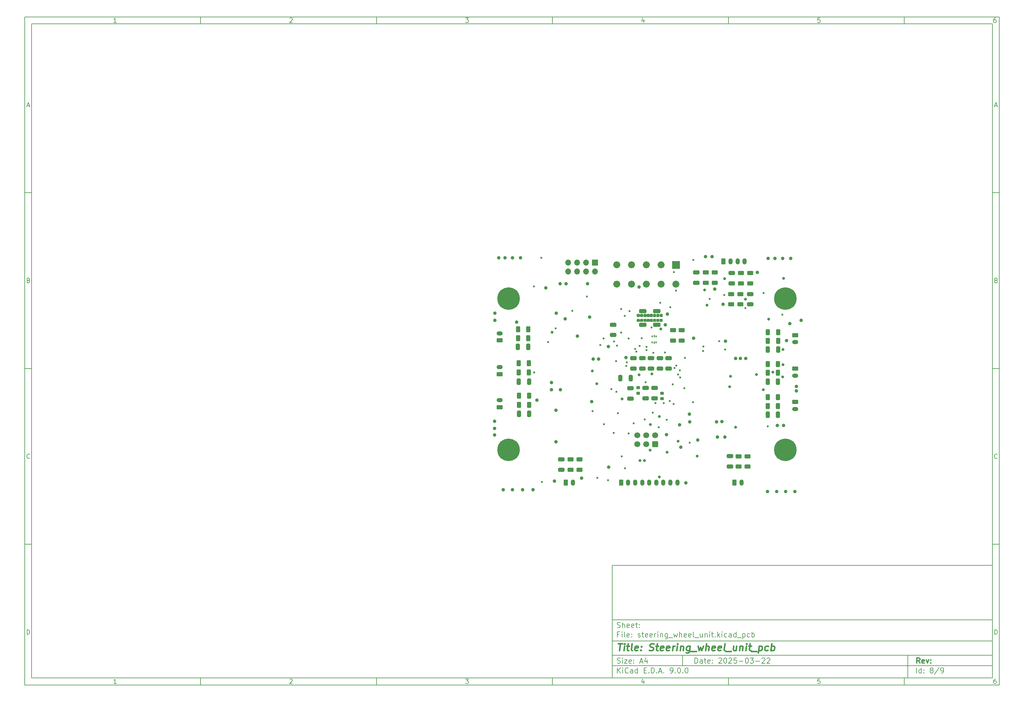
<source format=gbr>
%TF.GenerationSoftware,KiCad,Pcbnew,9.0.0*%
%TF.CreationDate,2025-04-02T22:26:08+02:00*%
%TF.ProjectId,steering_wheel_unit,73746565-7269-46e6-975f-776865656c5f,rev?*%
%TF.SameCoordinates,Original*%
%TF.FileFunction,Soldermask,Bot*%
%TF.FilePolarity,Negative*%
%FSLAX46Y46*%
G04 Gerber Fmt 4.6, Leading zero omitted, Abs format (unit mm)*
G04 Created by KiCad (PCBNEW 9.0.0) date 2025-04-02 22:26:08*
%MOMM*%
%LPD*%
G01*
G04 APERTURE LIST*
G04 Aperture macros list*
%AMRoundRect*
0 Rectangle with rounded corners*
0 $1 Rounding radius*
0 $2 $3 $4 $5 $6 $7 $8 $9 X,Y pos of 4 corners*
0 Add a 4 corners polygon primitive as box body*
4,1,4,$2,$3,$4,$5,$6,$7,$8,$9,$2,$3,0*
0 Add four circle primitives for the rounded corners*
1,1,$1+$1,$2,$3*
1,1,$1+$1,$4,$5*
1,1,$1+$1,$6,$7*
1,1,$1+$1,$8,$9*
0 Add four rect primitives between the rounded corners*
20,1,$1+$1,$2,$3,$4,$5,0*
20,1,$1+$1,$4,$5,$6,$7,0*
20,1,$1+$1,$6,$7,$8,$9,0*
20,1,$1+$1,$8,$9,$2,$3,0*%
G04 Aperture macros list end*
%ADD10C,0.100000*%
%ADD11C,0.150000*%
%ADD12C,0.300000*%
%ADD13C,0.400000*%
%ADD14C,0.010000*%
%ADD15C,1.026200*%
%ADD16RoundRect,0.250000X0.625000X-0.350000X0.625000X0.350000X-0.625000X0.350000X-0.625000X-0.350000X0*%
%ADD17O,1.750000X1.200000*%
%ADD18RoundRect,0.250000X-0.350000X-0.625000X0.350000X-0.625000X0.350000X0.625000X-0.350000X0.625000X0*%
%ADD19O,1.200000X1.750000*%
%ADD20RoundRect,0.250000X-0.625000X0.350000X-0.625000X-0.350000X0.625000X-0.350000X0.625000X0.350000X0*%
%ADD21C,6.400000*%
%ADD22R,1.700000X1.700000*%
%ADD23O,1.700000X1.700000*%
%ADD24RoundRect,0.250000X0.650000X-0.325000X0.650000X0.325000X-0.650000X0.325000X-0.650000X-0.325000X0*%
%ADD25RoundRect,0.250000X-0.650000X0.325000X-0.650000X-0.325000X0.650000X-0.325000X0.650000X0.325000X0*%
%ADD26RoundRect,0.250000X-0.312500X-0.625000X0.312500X-0.625000X0.312500X0.625000X-0.312500X0.625000X0*%
%ADD27RoundRect,0.250000X0.625000X-0.312500X0.625000X0.312500X-0.625000X0.312500X-0.625000X-0.312500X0*%
%ADD28RoundRect,0.250000X0.325000X0.650000X-0.325000X0.650000X-0.325000X-0.650000X0.325000X-0.650000X0*%
%ADD29RoundRect,0.093750X-0.093750X0.156250X-0.093750X-0.156250X0.093750X-0.156250X0.093750X0.156250X0*%
%ADD30RoundRect,0.075000X-0.075000X0.250000X-0.075000X-0.250000X0.075000X-0.250000X0.075000X0.250000X0*%
%ADD31RoundRect,0.250000X-0.325000X-0.650000X0.325000X-0.650000X0.325000X0.650000X-0.325000X0.650000X0*%
%ADD32RoundRect,0.250000X-0.625000X0.312500X-0.625000X-0.312500X0.625000X-0.312500X0.625000X0.312500X0*%
%ADD33RoundRect,0.135000X0.350000X-0.315000X0.350000X0.315000X-0.350000X0.315000X-0.350000X-0.315000X0*%
%ADD34RoundRect,0.250000X0.600000X-0.600000X0.600000X0.600000X-0.600000X0.600000X-0.600000X-0.600000X0*%
%ADD35C,1.700000*%
%ADD36RoundRect,0.250000X0.312500X0.625000X-0.312500X0.625000X-0.312500X-0.625000X0.312500X-0.625000X0*%
%ADD37C,1.000000*%
%ADD38C,0.800000*%
%ADD39C,0.600000*%
G04 APERTURE END LIST*
D10*
D11*
X177002200Y-166007200D02*
X285002200Y-166007200D01*
X285002200Y-198007200D01*
X177002200Y-198007200D01*
X177002200Y-166007200D01*
D10*
D11*
X10000000Y-10000000D02*
X287002200Y-10000000D01*
X287002200Y-200007200D01*
X10000000Y-200007200D01*
X10000000Y-10000000D01*
D10*
D11*
X12000000Y-12000000D02*
X285002200Y-12000000D01*
X285002200Y-198007200D01*
X12000000Y-198007200D01*
X12000000Y-12000000D01*
D10*
D11*
X60000000Y-12000000D02*
X60000000Y-10000000D01*
D10*
D11*
X110000000Y-12000000D02*
X110000000Y-10000000D01*
D10*
D11*
X160000000Y-12000000D02*
X160000000Y-10000000D01*
D10*
D11*
X210000000Y-12000000D02*
X210000000Y-10000000D01*
D10*
D11*
X260000000Y-12000000D02*
X260000000Y-10000000D01*
D10*
D11*
X36089160Y-11593604D02*
X35346303Y-11593604D01*
X35717731Y-11593604D02*
X35717731Y-10293604D01*
X35717731Y-10293604D02*
X35593922Y-10479319D01*
X35593922Y-10479319D02*
X35470112Y-10603128D01*
X35470112Y-10603128D02*
X35346303Y-10665033D01*
D10*
D11*
X85346303Y-10417414D02*
X85408207Y-10355509D01*
X85408207Y-10355509D02*
X85532017Y-10293604D01*
X85532017Y-10293604D02*
X85841541Y-10293604D01*
X85841541Y-10293604D02*
X85965350Y-10355509D01*
X85965350Y-10355509D02*
X86027255Y-10417414D01*
X86027255Y-10417414D02*
X86089160Y-10541223D01*
X86089160Y-10541223D02*
X86089160Y-10665033D01*
X86089160Y-10665033D02*
X86027255Y-10850747D01*
X86027255Y-10850747D02*
X85284398Y-11593604D01*
X85284398Y-11593604D02*
X86089160Y-11593604D01*
D10*
D11*
X135284398Y-10293604D02*
X136089160Y-10293604D01*
X136089160Y-10293604D02*
X135655826Y-10788842D01*
X135655826Y-10788842D02*
X135841541Y-10788842D01*
X135841541Y-10788842D02*
X135965350Y-10850747D01*
X135965350Y-10850747D02*
X136027255Y-10912652D01*
X136027255Y-10912652D02*
X136089160Y-11036461D01*
X136089160Y-11036461D02*
X136089160Y-11345985D01*
X136089160Y-11345985D02*
X136027255Y-11469795D01*
X136027255Y-11469795D02*
X135965350Y-11531700D01*
X135965350Y-11531700D02*
X135841541Y-11593604D01*
X135841541Y-11593604D02*
X135470112Y-11593604D01*
X135470112Y-11593604D02*
X135346303Y-11531700D01*
X135346303Y-11531700D02*
X135284398Y-11469795D01*
D10*
D11*
X185965350Y-10726938D02*
X185965350Y-11593604D01*
X185655826Y-10231700D02*
X185346303Y-11160271D01*
X185346303Y-11160271D02*
X186151064Y-11160271D01*
D10*
D11*
X236027255Y-10293604D02*
X235408207Y-10293604D01*
X235408207Y-10293604D02*
X235346303Y-10912652D01*
X235346303Y-10912652D02*
X235408207Y-10850747D01*
X235408207Y-10850747D02*
X235532017Y-10788842D01*
X235532017Y-10788842D02*
X235841541Y-10788842D01*
X235841541Y-10788842D02*
X235965350Y-10850747D01*
X235965350Y-10850747D02*
X236027255Y-10912652D01*
X236027255Y-10912652D02*
X236089160Y-11036461D01*
X236089160Y-11036461D02*
X236089160Y-11345985D01*
X236089160Y-11345985D02*
X236027255Y-11469795D01*
X236027255Y-11469795D02*
X235965350Y-11531700D01*
X235965350Y-11531700D02*
X235841541Y-11593604D01*
X235841541Y-11593604D02*
X235532017Y-11593604D01*
X235532017Y-11593604D02*
X235408207Y-11531700D01*
X235408207Y-11531700D02*
X235346303Y-11469795D01*
D10*
D11*
X285965350Y-10293604D02*
X285717731Y-10293604D01*
X285717731Y-10293604D02*
X285593922Y-10355509D01*
X285593922Y-10355509D02*
X285532017Y-10417414D01*
X285532017Y-10417414D02*
X285408207Y-10603128D01*
X285408207Y-10603128D02*
X285346303Y-10850747D01*
X285346303Y-10850747D02*
X285346303Y-11345985D01*
X285346303Y-11345985D02*
X285408207Y-11469795D01*
X285408207Y-11469795D02*
X285470112Y-11531700D01*
X285470112Y-11531700D02*
X285593922Y-11593604D01*
X285593922Y-11593604D02*
X285841541Y-11593604D01*
X285841541Y-11593604D02*
X285965350Y-11531700D01*
X285965350Y-11531700D02*
X286027255Y-11469795D01*
X286027255Y-11469795D02*
X286089160Y-11345985D01*
X286089160Y-11345985D02*
X286089160Y-11036461D01*
X286089160Y-11036461D02*
X286027255Y-10912652D01*
X286027255Y-10912652D02*
X285965350Y-10850747D01*
X285965350Y-10850747D02*
X285841541Y-10788842D01*
X285841541Y-10788842D02*
X285593922Y-10788842D01*
X285593922Y-10788842D02*
X285470112Y-10850747D01*
X285470112Y-10850747D02*
X285408207Y-10912652D01*
X285408207Y-10912652D02*
X285346303Y-11036461D01*
D10*
D11*
X60000000Y-198007200D02*
X60000000Y-200007200D01*
D10*
D11*
X110000000Y-198007200D02*
X110000000Y-200007200D01*
D10*
D11*
X160000000Y-198007200D02*
X160000000Y-200007200D01*
D10*
D11*
X210000000Y-198007200D02*
X210000000Y-200007200D01*
D10*
D11*
X260000000Y-198007200D02*
X260000000Y-200007200D01*
D10*
D11*
X36089160Y-199600804D02*
X35346303Y-199600804D01*
X35717731Y-199600804D02*
X35717731Y-198300804D01*
X35717731Y-198300804D02*
X35593922Y-198486519D01*
X35593922Y-198486519D02*
X35470112Y-198610328D01*
X35470112Y-198610328D02*
X35346303Y-198672233D01*
D10*
D11*
X85346303Y-198424614D02*
X85408207Y-198362709D01*
X85408207Y-198362709D02*
X85532017Y-198300804D01*
X85532017Y-198300804D02*
X85841541Y-198300804D01*
X85841541Y-198300804D02*
X85965350Y-198362709D01*
X85965350Y-198362709D02*
X86027255Y-198424614D01*
X86027255Y-198424614D02*
X86089160Y-198548423D01*
X86089160Y-198548423D02*
X86089160Y-198672233D01*
X86089160Y-198672233D02*
X86027255Y-198857947D01*
X86027255Y-198857947D02*
X85284398Y-199600804D01*
X85284398Y-199600804D02*
X86089160Y-199600804D01*
D10*
D11*
X135284398Y-198300804D02*
X136089160Y-198300804D01*
X136089160Y-198300804D02*
X135655826Y-198796042D01*
X135655826Y-198796042D02*
X135841541Y-198796042D01*
X135841541Y-198796042D02*
X135965350Y-198857947D01*
X135965350Y-198857947D02*
X136027255Y-198919852D01*
X136027255Y-198919852D02*
X136089160Y-199043661D01*
X136089160Y-199043661D02*
X136089160Y-199353185D01*
X136089160Y-199353185D02*
X136027255Y-199476995D01*
X136027255Y-199476995D02*
X135965350Y-199538900D01*
X135965350Y-199538900D02*
X135841541Y-199600804D01*
X135841541Y-199600804D02*
X135470112Y-199600804D01*
X135470112Y-199600804D02*
X135346303Y-199538900D01*
X135346303Y-199538900D02*
X135284398Y-199476995D01*
D10*
D11*
X185965350Y-198734138D02*
X185965350Y-199600804D01*
X185655826Y-198238900D02*
X185346303Y-199167471D01*
X185346303Y-199167471D02*
X186151064Y-199167471D01*
D10*
D11*
X236027255Y-198300804D02*
X235408207Y-198300804D01*
X235408207Y-198300804D02*
X235346303Y-198919852D01*
X235346303Y-198919852D02*
X235408207Y-198857947D01*
X235408207Y-198857947D02*
X235532017Y-198796042D01*
X235532017Y-198796042D02*
X235841541Y-198796042D01*
X235841541Y-198796042D02*
X235965350Y-198857947D01*
X235965350Y-198857947D02*
X236027255Y-198919852D01*
X236027255Y-198919852D02*
X236089160Y-199043661D01*
X236089160Y-199043661D02*
X236089160Y-199353185D01*
X236089160Y-199353185D02*
X236027255Y-199476995D01*
X236027255Y-199476995D02*
X235965350Y-199538900D01*
X235965350Y-199538900D02*
X235841541Y-199600804D01*
X235841541Y-199600804D02*
X235532017Y-199600804D01*
X235532017Y-199600804D02*
X235408207Y-199538900D01*
X235408207Y-199538900D02*
X235346303Y-199476995D01*
D10*
D11*
X285965350Y-198300804D02*
X285717731Y-198300804D01*
X285717731Y-198300804D02*
X285593922Y-198362709D01*
X285593922Y-198362709D02*
X285532017Y-198424614D01*
X285532017Y-198424614D02*
X285408207Y-198610328D01*
X285408207Y-198610328D02*
X285346303Y-198857947D01*
X285346303Y-198857947D02*
X285346303Y-199353185D01*
X285346303Y-199353185D02*
X285408207Y-199476995D01*
X285408207Y-199476995D02*
X285470112Y-199538900D01*
X285470112Y-199538900D02*
X285593922Y-199600804D01*
X285593922Y-199600804D02*
X285841541Y-199600804D01*
X285841541Y-199600804D02*
X285965350Y-199538900D01*
X285965350Y-199538900D02*
X286027255Y-199476995D01*
X286027255Y-199476995D02*
X286089160Y-199353185D01*
X286089160Y-199353185D02*
X286089160Y-199043661D01*
X286089160Y-199043661D02*
X286027255Y-198919852D01*
X286027255Y-198919852D02*
X285965350Y-198857947D01*
X285965350Y-198857947D02*
X285841541Y-198796042D01*
X285841541Y-198796042D02*
X285593922Y-198796042D01*
X285593922Y-198796042D02*
X285470112Y-198857947D01*
X285470112Y-198857947D02*
X285408207Y-198919852D01*
X285408207Y-198919852D02*
X285346303Y-199043661D01*
D10*
D11*
X10000000Y-60000000D02*
X12000000Y-60000000D01*
D10*
D11*
X10000000Y-110000000D02*
X12000000Y-110000000D01*
D10*
D11*
X10000000Y-160000000D02*
X12000000Y-160000000D01*
D10*
D11*
X10690476Y-35222176D02*
X11309523Y-35222176D01*
X10566666Y-35593604D02*
X10999999Y-34293604D01*
X10999999Y-34293604D02*
X11433333Y-35593604D01*
D10*
D11*
X11092857Y-84912652D02*
X11278571Y-84974557D01*
X11278571Y-84974557D02*
X11340476Y-85036461D01*
X11340476Y-85036461D02*
X11402380Y-85160271D01*
X11402380Y-85160271D02*
X11402380Y-85345985D01*
X11402380Y-85345985D02*
X11340476Y-85469795D01*
X11340476Y-85469795D02*
X11278571Y-85531700D01*
X11278571Y-85531700D02*
X11154761Y-85593604D01*
X11154761Y-85593604D02*
X10659523Y-85593604D01*
X10659523Y-85593604D02*
X10659523Y-84293604D01*
X10659523Y-84293604D02*
X11092857Y-84293604D01*
X11092857Y-84293604D02*
X11216666Y-84355509D01*
X11216666Y-84355509D02*
X11278571Y-84417414D01*
X11278571Y-84417414D02*
X11340476Y-84541223D01*
X11340476Y-84541223D02*
X11340476Y-84665033D01*
X11340476Y-84665033D02*
X11278571Y-84788842D01*
X11278571Y-84788842D02*
X11216666Y-84850747D01*
X11216666Y-84850747D02*
X11092857Y-84912652D01*
X11092857Y-84912652D02*
X10659523Y-84912652D01*
D10*
D11*
X11402380Y-135469795D02*
X11340476Y-135531700D01*
X11340476Y-135531700D02*
X11154761Y-135593604D01*
X11154761Y-135593604D02*
X11030952Y-135593604D01*
X11030952Y-135593604D02*
X10845238Y-135531700D01*
X10845238Y-135531700D02*
X10721428Y-135407890D01*
X10721428Y-135407890D02*
X10659523Y-135284080D01*
X10659523Y-135284080D02*
X10597619Y-135036461D01*
X10597619Y-135036461D02*
X10597619Y-134850747D01*
X10597619Y-134850747D02*
X10659523Y-134603128D01*
X10659523Y-134603128D02*
X10721428Y-134479319D01*
X10721428Y-134479319D02*
X10845238Y-134355509D01*
X10845238Y-134355509D02*
X11030952Y-134293604D01*
X11030952Y-134293604D02*
X11154761Y-134293604D01*
X11154761Y-134293604D02*
X11340476Y-134355509D01*
X11340476Y-134355509D02*
X11402380Y-134417414D01*
D10*
D11*
X10659523Y-185593604D02*
X10659523Y-184293604D01*
X10659523Y-184293604D02*
X10969047Y-184293604D01*
X10969047Y-184293604D02*
X11154761Y-184355509D01*
X11154761Y-184355509D02*
X11278571Y-184479319D01*
X11278571Y-184479319D02*
X11340476Y-184603128D01*
X11340476Y-184603128D02*
X11402380Y-184850747D01*
X11402380Y-184850747D02*
X11402380Y-185036461D01*
X11402380Y-185036461D02*
X11340476Y-185284080D01*
X11340476Y-185284080D02*
X11278571Y-185407890D01*
X11278571Y-185407890D02*
X11154761Y-185531700D01*
X11154761Y-185531700D02*
X10969047Y-185593604D01*
X10969047Y-185593604D02*
X10659523Y-185593604D01*
D10*
D11*
X287002200Y-60000000D02*
X285002200Y-60000000D01*
D10*
D11*
X287002200Y-110000000D02*
X285002200Y-110000000D01*
D10*
D11*
X287002200Y-160000000D02*
X285002200Y-160000000D01*
D10*
D11*
X285692676Y-35222176D02*
X286311723Y-35222176D01*
X285568866Y-35593604D02*
X286002199Y-34293604D01*
X286002199Y-34293604D02*
X286435533Y-35593604D01*
D10*
D11*
X286095057Y-84912652D02*
X286280771Y-84974557D01*
X286280771Y-84974557D02*
X286342676Y-85036461D01*
X286342676Y-85036461D02*
X286404580Y-85160271D01*
X286404580Y-85160271D02*
X286404580Y-85345985D01*
X286404580Y-85345985D02*
X286342676Y-85469795D01*
X286342676Y-85469795D02*
X286280771Y-85531700D01*
X286280771Y-85531700D02*
X286156961Y-85593604D01*
X286156961Y-85593604D02*
X285661723Y-85593604D01*
X285661723Y-85593604D02*
X285661723Y-84293604D01*
X285661723Y-84293604D02*
X286095057Y-84293604D01*
X286095057Y-84293604D02*
X286218866Y-84355509D01*
X286218866Y-84355509D02*
X286280771Y-84417414D01*
X286280771Y-84417414D02*
X286342676Y-84541223D01*
X286342676Y-84541223D02*
X286342676Y-84665033D01*
X286342676Y-84665033D02*
X286280771Y-84788842D01*
X286280771Y-84788842D02*
X286218866Y-84850747D01*
X286218866Y-84850747D02*
X286095057Y-84912652D01*
X286095057Y-84912652D02*
X285661723Y-84912652D01*
D10*
D11*
X286404580Y-135469795D02*
X286342676Y-135531700D01*
X286342676Y-135531700D02*
X286156961Y-135593604D01*
X286156961Y-135593604D02*
X286033152Y-135593604D01*
X286033152Y-135593604D02*
X285847438Y-135531700D01*
X285847438Y-135531700D02*
X285723628Y-135407890D01*
X285723628Y-135407890D02*
X285661723Y-135284080D01*
X285661723Y-135284080D02*
X285599819Y-135036461D01*
X285599819Y-135036461D02*
X285599819Y-134850747D01*
X285599819Y-134850747D02*
X285661723Y-134603128D01*
X285661723Y-134603128D02*
X285723628Y-134479319D01*
X285723628Y-134479319D02*
X285847438Y-134355509D01*
X285847438Y-134355509D02*
X286033152Y-134293604D01*
X286033152Y-134293604D02*
X286156961Y-134293604D01*
X286156961Y-134293604D02*
X286342676Y-134355509D01*
X286342676Y-134355509D02*
X286404580Y-134417414D01*
D10*
D11*
X285661723Y-185593604D02*
X285661723Y-184293604D01*
X285661723Y-184293604D02*
X285971247Y-184293604D01*
X285971247Y-184293604D02*
X286156961Y-184355509D01*
X286156961Y-184355509D02*
X286280771Y-184479319D01*
X286280771Y-184479319D02*
X286342676Y-184603128D01*
X286342676Y-184603128D02*
X286404580Y-184850747D01*
X286404580Y-184850747D02*
X286404580Y-185036461D01*
X286404580Y-185036461D02*
X286342676Y-185284080D01*
X286342676Y-185284080D02*
X286280771Y-185407890D01*
X286280771Y-185407890D02*
X286156961Y-185531700D01*
X286156961Y-185531700D02*
X285971247Y-185593604D01*
X285971247Y-185593604D02*
X285661723Y-185593604D01*
D10*
D11*
X200458026Y-193793328D02*
X200458026Y-192293328D01*
X200458026Y-192293328D02*
X200815169Y-192293328D01*
X200815169Y-192293328D02*
X201029455Y-192364757D01*
X201029455Y-192364757D02*
X201172312Y-192507614D01*
X201172312Y-192507614D02*
X201243741Y-192650471D01*
X201243741Y-192650471D02*
X201315169Y-192936185D01*
X201315169Y-192936185D02*
X201315169Y-193150471D01*
X201315169Y-193150471D02*
X201243741Y-193436185D01*
X201243741Y-193436185D02*
X201172312Y-193579042D01*
X201172312Y-193579042D02*
X201029455Y-193721900D01*
X201029455Y-193721900D02*
X200815169Y-193793328D01*
X200815169Y-193793328D02*
X200458026Y-193793328D01*
X202600884Y-193793328D02*
X202600884Y-193007614D01*
X202600884Y-193007614D02*
X202529455Y-192864757D01*
X202529455Y-192864757D02*
X202386598Y-192793328D01*
X202386598Y-192793328D02*
X202100884Y-192793328D01*
X202100884Y-192793328D02*
X201958026Y-192864757D01*
X202600884Y-193721900D02*
X202458026Y-193793328D01*
X202458026Y-193793328D02*
X202100884Y-193793328D01*
X202100884Y-193793328D02*
X201958026Y-193721900D01*
X201958026Y-193721900D02*
X201886598Y-193579042D01*
X201886598Y-193579042D02*
X201886598Y-193436185D01*
X201886598Y-193436185D02*
X201958026Y-193293328D01*
X201958026Y-193293328D02*
X202100884Y-193221900D01*
X202100884Y-193221900D02*
X202458026Y-193221900D01*
X202458026Y-193221900D02*
X202600884Y-193150471D01*
X203100884Y-192793328D02*
X203672312Y-192793328D01*
X203315169Y-192293328D02*
X203315169Y-193579042D01*
X203315169Y-193579042D02*
X203386598Y-193721900D01*
X203386598Y-193721900D02*
X203529455Y-193793328D01*
X203529455Y-193793328D02*
X203672312Y-193793328D01*
X204743741Y-193721900D02*
X204600884Y-193793328D01*
X204600884Y-193793328D02*
X204315170Y-193793328D01*
X204315170Y-193793328D02*
X204172312Y-193721900D01*
X204172312Y-193721900D02*
X204100884Y-193579042D01*
X204100884Y-193579042D02*
X204100884Y-193007614D01*
X204100884Y-193007614D02*
X204172312Y-192864757D01*
X204172312Y-192864757D02*
X204315170Y-192793328D01*
X204315170Y-192793328D02*
X204600884Y-192793328D01*
X204600884Y-192793328D02*
X204743741Y-192864757D01*
X204743741Y-192864757D02*
X204815170Y-193007614D01*
X204815170Y-193007614D02*
X204815170Y-193150471D01*
X204815170Y-193150471D02*
X204100884Y-193293328D01*
X205458026Y-193650471D02*
X205529455Y-193721900D01*
X205529455Y-193721900D02*
X205458026Y-193793328D01*
X205458026Y-193793328D02*
X205386598Y-193721900D01*
X205386598Y-193721900D02*
X205458026Y-193650471D01*
X205458026Y-193650471D02*
X205458026Y-193793328D01*
X205458026Y-192864757D02*
X205529455Y-192936185D01*
X205529455Y-192936185D02*
X205458026Y-193007614D01*
X205458026Y-193007614D02*
X205386598Y-192936185D01*
X205386598Y-192936185D02*
X205458026Y-192864757D01*
X205458026Y-192864757D02*
X205458026Y-193007614D01*
X207243741Y-192436185D02*
X207315169Y-192364757D01*
X207315169Y-192364757D02*
X207458027Y-192293328D01*
X207458027Y-192293328D02*
X207815169Y-192293328D01*
X207815169Y-192293328D02*
X207958027Y-192364757D01*
X207958027Y-192364757D02*
X208029455Y-192436185D01*
X208029455Y-192436185D02*
X208100884Y-192579042D01*
X208100884Y-192579042D02*
X208100884Y-192721900D01*
X208100884Y-192721900D02*
X208029455Y-192936185D01*
X208029455Y-192936185D02*
X207172312Y-193793328D01*
X207172312Y-193793328D02*
X208100884Y-193793328D01*
X209029455Y-192293328D02*
X209172312Y-192293328D01*
X209172312Y-192293328D02*
X209315169Y-192364757D01*
X209315169Y-192364757D02*
X209386598Y-192436185D01*
X209386598Y-192436185D02*
X209458026Y-192579042D01*
X209458026Y-192579042D02*
X209529455Y-192864757D01*
X209529455Y-192864757D02*
X209529455Y-193221900D01*
X209529455Y-193221900D02*
X209458026Y-193507614D01*
X209458026Y-193507614D02*
X209386598Y-193650471D01*
X209386598Y-193650471D02*
X209315169Y-193721900D01*
X209315169Y-193721900D02*
X209172312Y-193793328D01*
X209172312Y-193793328D02*
X209029455Y-193793328D01*
X209029455Y-193793328D02*
X208886598Y-193721900D01*
X208886598Y-193721900D02*
X208815169Y-193650471D01*
X208815169Y-193650471D02*
X208743740Y-193507614D01*
X208743740Y-193507614D02*
X208672312Y-193221900D01*
X208672312Y-193221900D02*
X208672312Y-192864757D01*
X208672312Y-192864757D02*
X208743740Y-192579042D01*
X208743740Y-192579042D02*
X208815169Y-192436185D01*
X208815169Y-192436185D02*
X208886598Y-192364757D01*
X208886598Y-192364757D02*
X209029455Y-192293328D01*
X210100883Y-192436185D02*
X210172311Y-192364757D01*
X210172311Y-192364757D02*
X210315169Y-192293328D01*
X210315169Y-192293328D02*
X210672311Y-192293328D01*
X210672311Y-192293328D02*
X210815169Y-192364757D01*
X210815169Y-192364757D02*
X210886597Y-192436185D01*
X210886597Y-192436185D02*
X210958026Y-192579042D01*
X210958026Y-192579042D02*
X210958026Y-192721900D01*
X210958026Y-192721900D02*
X210886597Y-192936185D01*
X210886597Y-192936185D02*
X210029454Y-193793328D01*
X210029454Y-193793328D02*
X210958026Y-193793328D01*
X212315168Y-192293328D02*
X211600882Y-192293328D01*
X211600882Y-192293328D02*
X211529454Y-193007614D01*
X211529454Y-193007614D02*
X211600882Y-192936185D01*
X211600882Y-192936185D02*
X211743740Y-192864757D01*
X211743740Y-192864757D02*
X212100882Y-192864757D01*
X212100882Y-192864757D02*
X212243740Y-192936185D01*
X212243740Y-192936185D02*
X212315168Y-193007614D01*
X212315168Y-193007614D02*
X212386597Y-193150471D01*
X212386597Y-193150471D02*
X212386597Y-193507614D01*
X212386597Y-193507614D02*
X212315168Y-193650471D01*
X212315168Y-193650471D02*
X212243740Y-193721900D01*
X212243740Y-193721900D02*
X212100882Y-193793328D01*
X212100882Y-193793328D02*
X211743740Y-193793328D01*
X211743740Y-193793328D02*
X211600882Y-193721900D01*
X211600882Y-193721900D02*
X211529454Y-193650471D01*
X213029453Y-193221900D02*
X214172311Y-193221900D01*
X215172311Y-192293328D02*
X215315168Y-192293328D01*
X215315168Y-192293328D02*
X215458025Y-192364757D01*
X215458025Y-192364757D02*
X215529454Y-192436185D01*
X215529454Y-192436185D02*
X215600882Y-192579042D01*
X215600882Y-192579042D02*
X215672311Y-192864757D01*
X215672311Y-192864757D02*
X215672311Y-193221900D01*
X215672311Y-193221900D02*
X215600882Y-193507614D01*
X215600882Y-193507614D02*
X215529454Y-193650471D01*
X215529454Y-193650471D02*
X215458025Y-193721900D01*
X215458025Y-193721900D02*
X215315168Y-193793328D01*
X215315168Y-193793328D02*
X215172311Y-193793328D01*
X215172311Y-193793328D02*
X215029454Y-193721900D01*
X215029454Y-193721900D02*
X214958025Y-193650471D01*
X214958025Y-193650471D02*
X214886596Y-193507614D01*
X214886596Y-193507614D02*
X214815168Y-193221900D01*
X214815168Y-193221900D02*
X214815168Y-192864757D01*
X214815168Y-192864757D02*
X214886596Y-192579042D01*
X214886596Y-192579042D02*
X214958025Y-192436185D01*
X214958025Y-192436185D02*
X215029454Y-192364757D01*
X215029454Y-192364757D02*
X215172311Y-192293328D01*
X216172310Y-192293328D02*
X217100882Y-192293328D01*
X217100882Y-192293328D02*
X216600882Y-192864757D01*
X216600882Y-192864757D02*
X216815167Y-192864757D01*
X216815167Y-192864757D02*
X216958025Y-192936185D01*
X216958025Y-192936185D02*
X217029453Y-193007614D01*
X217029453Y-193007614D02*
X217100882Y-193150471D01*
X217100882Y-193150471D02*
X217100882Y-193507614D01*
X217100882Y-193507614D02*
X217029453Y-193650471D01*
X217029453Y-193650471D02*
X216958025Y-193721900D01*
X216958025Y-193721900D02*
X216815167Y-193793328D01*
X216815167Y-193793328D02*
X216386596Y-193793328D01*
X216386596Y-193793328D02*
X216243739Y-193721900D01*
X216243739Y-193721900D02*
X216172310Y-193650471D01*
X217743738Y-193221900D02*
X218886596Y-193221900D01*
X219529453Y-192436185D02*
X219600881Y-192364757D01*
X219600881Y-192364757D02*
X219743739Y-192293328D01*
X219743739Y-192293328D02*
X220100881Y-192293328D01*
X220100881Y-192293328D02*
X220243739Y-192364757D01*
X220243739Y-192364757D02*
X220315167Y-192436185D01*
X220315167Y-192436185D02*
X220386596Y-192579042D01*
X220386596Y-192579042D02*
X220386596Y-192721900D01*
X220386596Y-192721900D02*
X220315167Y-192936185D01*
X220315167Y-192936185D02*
X219458024Y-193793328D01*
X219458024Y-193793328D02*
X220386596Y-193793328D01*
X220958024Y-192436185D02*
X221029452Y-192364757D01*
X221029452Y-192364757D02*
X221172310Y-192293328D01*
X221172310Y-192293328D02*
X221529452Y-192293328D01*
X221529452Y-192293328D02*
X221672310Y-192364757D01*
X221672310Y-192364757D02*
X221743738Y-192436185D01*
X221743738Y-192436185D02*
X221815167Y-192579042D01*
X221815167Y-192579042D02*
X221815167Y-192721900D01*
X221815167Y-192721900D02*
X221743738Y-192936185D01*
X221743738Y-192936185D02*
X220886595Y-193793328D01*
X220886595Y-193793328D02*
X221815167Y-193793328D01*
D10*
D11*
X177002200Y-194507200D02*
X285002200Y-194507200D01*
D10*
D11*
X178458026Y-196593328D02*
X178458026Y-195093328D01*
X179315169Y-196593328D02*
X178672312Y-195736185D01*
X179315169Y-195093328D02*
X178458026Y-195950471D01*
X179958026Y-196593328D02*
X179958026Y-195593328D01*
X179958026Y-195093328D02*
X179886598Y-195164757D01*
X179886598Y-195164757D02*
X179958026Y-195236185D01*
X179958026Y-195236185D02*
X180029455Y-195164757D01*
X180029455Y-195164757D02*
X179958026Y-195093328D01*
X179958026Y-195093328D02*
X179958026Y-195236185D01*
X181529455Y-196450471D02*
X181458027Y-196521900D01*
X181458027Y-196521900D02*
X181243741Y-196593328D01*
X181243741Y-196593328D02*
X181100884Y-196593328D01*
X181100884Y-196593328D02*
X180886598Y-196521900D01*
X180886598Y-196521900D02*
X180743741Y-196379042D01*
X180743741Y-196379042D02*
X180672312Y-196236185D01*
X180672312Y-196236185D02*
X180600884Y-195950471D01*
X180600884Y-195950471D02*
X180600884Y-195736185D01*
X180600884Y-195736185D02*
X180672312Y-195450471D01*
X180672312Y-195450471D02*
X180743741Y-195307614D01*
X180743741Y-195307614D02*
X180886598Y-195164757D01*
X180886598Y-195164757D02*
X181100884Y-195093328D01*
X181100884Y-195093328D02*
X181243741Y-195093328D01*
X181243741Y-195093328D02*
X181458027Y-195164757D01*
X181458027Y-195164757D02*
X181529455Y-195236185D01*
X182815170Y-196593328D02*
X182815170Y-195807614D01*
X182815170Y-195807614D02*
X182743741Y-195664757D01*
X182743741Y-195664757D02*
X182600884Y-195593328D01*
X182600884Y-195593328D02*
X182315170Y-195593328D01*
X182315170Y-195593328D02*
X182172312Y-195664757D01*
X182815170Y-196521900D02*
X182672312Y-196593328D01*
X182672312Y-196593328D02*
X182315170Y-196593328D01*
X182315170Y-196593328D02*
X182172312Y-196521900D01*
X182172312Y-196521900D02*
X182100884Y-196379042D01*
X182100884Y-196379042D02*
X182100884Y-196236185D01*
X182100884Y-196236185D02*
X182172312Y-196093328D01*
X182172312Y-196093328D02*
X182315170Y-196021900D01*
X182315170Y-196021900D02*
X182672312Y-196021900D01*
X182672312Y-196021900D02*
X182815170Y-195950471D01*
X184172313Y-196593328D02*
X184172313Y-195093328D01*
X184172313Y-196521900D02*
X184029455Y-196593328D01*
X184029455Y-196593328D02*
X183743741Y-196593328D01*
X183743741Y-196593328D02*
X183600884Y-196521900D01*
X183600884Y-196521900D02*
X183529455Y-196450471D01*
X183529455Y-196450471D02*
X183458027Y-196307614D01*
X183458027Y-196307614D02*
X183458027Y-195879042D01*
X183458027Y-195879042D02*
X183529455Y-195736185D01*
X183529455Y-195736185D02*
X183600884Y-195664757D01*
X183600884Y-195664757D02*
X183743741Y-195593328D01*
X183743741Y-195593328D02*
X184029455Y-195593328D01*
X184029455Y-195593328D02*
X184172313Y-195664757D01*
X186029455Y-195807614D02*
X186529455Y-195807614D01*
X186743741Y-196593328D02*
X186029455Y-196593328D01*
X186029455Y-196593328D02*
X186029455Y-195093328D01*
X186029455Y-195093328D02*
X186743741Y-195093328D01*
X187386598Y-196450471D02*
X187458027Y-196521900D01*
X187458027Y-196521900D02*
X187386598Y-196593328D01*
X187386598Y-196593328D02*
X187315170Y-196521900D01*
X187315170Y-196521900D02*
X187386598Y-196450471D01*
X187386598Y-196450471D02*
X187386598Y-196593328D01*
X188100884Y-196593328D02*
X188100884Y-195093328D01*
X188100884Y-195093328D02*
X188458027Y-195093328D01*
X188458027Y-195093328D02*
X188672313Y-195164757D01*
X188672313Y-195164757D02*
X188815170Y-195307614D01*
X188815170Y-195307614D02*
X188886599Y-195450471D01*
X188886599Y-195450471D02*
X188958027Y-195736185D01*
X188958027Y-195736185D02*
X188958027Y-195950471D01*
X188958027Y-195950471D02*
X188886599Y-196236185D01*
X188886599Y-196236185D02*
X188815170Y-196379042D01*
X188815170Y-196379042D02*
X188672313Y-196521900D01*
X188672313Y-196521900D02*
X188458027Y-196593328D01*
X188458027Y-196593328D02*
X188100884Y-196593328D01*
X189600884Y-196450471D02*
X189672313Y-196521900D01*
X189672313Y-196521900D02*
X189600884Y-196593328D01*
X189600884Y-196593328D02*
X189529456Y-196521900D01*
X189529456Y-196521900D02*
X189600884Y-196450471D01*
X189600884Y-196450471D02*
X189600884Y-196593328D01*
X190243742Y-196164757D02*
X190958028Y-196164757D01*
X190100885Y-196593328D02*
X190600885Y-195093328D01*
X190600885Y-195093328D02*
X191100885Y-196593328D01*
X191600884Y-196450471D02*
X191672313Y-196521900D01*
X191672313Y-196521900D02*
X191600884Y-196593328D01*
X191600884Y-196593328D02*
X191529456Y-196521900D01*
X191529456Y-196521900D02*
X191600884Y-196450471D01*
X191600884Y-196450471D02*
X191600884Y-196593328D01*
X193529456Y-196593328D02*
X193815170Y-196593328D01*
X193815170Y-196593328D02*
X193958027Y-196521900D01*
X193958027Y-196521900D02*
X194029456Y-196450471D01*
X194029456Y-196450471D02*
X194172313Y-196236185D01*
X194172313Y-196236185D02*
X194243742Y-195950471D01*
X194243742Y-195950471D02*
X194243742Y-195379042D01*
X194243742Y-195379042D02*
X194172313Y-195236185D01*
X194172313Y-195236185D02*
X194100885Y-195164757D01*
X194100885Y-195164757D02*
X193958027Y-195093328D01*
X193958027Y-195093328D02*
X193672313Y-195093328D01*
X193672313Y-195093328D02*
X193529456Y-195164757D01*
X193529456Y-195164757D02*
X193458027Y-195236185D01*
X193458027Y-195236185D02*
X193386599Y-195379042D01*
X193386599Y-195379042D02*
X193386599Y-195736185D01*
X193386599Y-195736185D02*
X193458027Y-195879042D01*
X193458027Y-195879042D02*
X193529456Y-195950471D01*
X193529456Y-195950471D02*
X193672313Y-196021900D01*
X193672313Y-196021900D02*
X193958027Y-196021900D01*
X193958027Y-196021900D02*
X194100885Y-195950471D01*
X194100885Y-195950471D02*
X194172313Y-195879042D01*
X194172313Y-195879042D02*
X194243742Y-195736185D01*
X194886598Y-196450471D02*
X194958027Y-196521900D01*
X194958027Y-196521900D02*
X194886598Y-196593328D01*
X194886598Y-196593328D02*
X194815170Y-196521900D01*
X194815170Y-196521900D02*
X194886598Y-196450471D01*
X194886598Y-196450471D02*
X194886598Y-196593328D01*
X195886599Y-195093328D02*
X196029456Y-195093328D01*
X196029456Y-195093328D02*
X196172313Y-195164757D01*
X196172313Y-195164757D02*
X196243742Y-195236185D01*
X196243742Y-195236185D02*
X196315170Y-195379042D01*
X196315170Y-195379042D02*
X196386599Y-195664757D01*
X196386599Y-195664757D02*
X196386599Y-196021900D01*
X196386599Y-196021900D02*
X196315170Y-196307614D01*
X196315170Y-196307614D02*
X196243742Y-196450471D01*
X196243742Y-196450471D02*
X196172313Y-196521900D01*
X196172313Y-196521900D02*
X196029456Y-196593328D01*
X196029456Y-196593328D02*
X195886599Y-196593328D01*
X195886599Y-196593328D02*
X195743742Y-196521900D01*
X195743742Y-196521900D02*
X195672313Y-196450471D01*
X195672313Y-196450471D02*
X195600884Y-196307614D01*
X195600884Y-196307614D02*
X195529456Y-196021900D01*
X195529456Y-196021900D02*
X195529456Y-195664757D01*
X195529456Y-195664757D02*
X195600884Y-195379042D01*
X195600884Y-195379042D02*
X195672313Y-195236185D01*
X195672313Y-195236185D02*
X195743742Y-195164757D01*
X195743742Y-195164757D02*
X195886599Y-195093328D01*
X197029455Y-196450471D02*
X197100884Y-196521900D01*
X197100884Y-196521900D02*
X197029455Y-196593328D01*
X197029455Y-196593328D02*
X196958027Y-196521900D01*
X196958027Y-196521900D02*
X197029455Y-196450471D01*
X197029455Y-196450471D02*
X197029455Y-196593328D01*
X198029456Y-195093328D02*
X198172313Y-195093328D01*
X198172313Y-195093328D02*
X198315170Y-195164757D01*
X198315170Y-195164757D02*
X198386599Y-195236185D01*
X198386599Y-195236185D02*
X198458027Y-195379042D01*
X198458027Y-195379042D02*
X198529456Y-195664757D01*
X198529456Y-195664757D02*
X198529456Y-196021900D01*
X198529456Y-196021900D02*
X198458027Y-196307614D01*
X198458027Y-196307614D02*
X198386599Y-196450471D01*
X198386599Y-196450471D02*
X198315170Y-196521900D01*
X198315170Y-196521900D02*
X198172313Y-196593328D01*
X198172313Y-196593328D02*
X198029456Y-196593328D01*
X198029456Y-196593328D02*
X197886599Y-196521900D01*
X197886599Y-196521900D02*
X197815170Y-196450471D01*
X197815170Y-196450471D02*
X197743741Y-196307614D01*
X197743741Y-196307614D02*
X197672313Y-196021900D01*
X197672313Y-196021900D02*
X197672313Y-195664757D01*
X197672313Y-195664757D02*
X197743741Y-195379042D01*
X197743741Y-195379042D02*
X197815170Y-195236185D01*
X197815170Y-195236185D02*
X197886599Y-195164757D01*
X197886599Y-195164757D02*
X198029456Y-195093328D01*
D10*
D11*
X177002200Y-191507200D02*
X285002200Y-191507200D01*
D10*
D12*
X264413853Y-193785528D02*
X263913853Y-193071242D01*
X263556710Y-193785528D02*
X263556710Y-192285528D01*
X263556710Y-192285528D02*
X264128139Y-192285528D01*
X264128139Y-192285528D02*
X264270996Y-192356957D01*
X264270996Y-192356957D02*
X264342425Y-192428385D01*
X264342425Y-192428385D02*
X264413853Y-192571242D01*
X264413853Y-192571242D02*
X264413853Y-192785528D01*
X264413853Y-192785528D02*
X264342425Y-192928385D01*
X264342425Y-192928385D02*
X264270996Y-192999814D01*
X264270996Y-192999814D02*
X264128139Y-193071242D01*
X264128139Y-193071242D02*
X263556710Y-193071242D01*
X265628139Y-193714100D02*
X265485282Y-193785528D01*
X265485282Y-193785528D02*
X265199568Y-193785528D01*
X265199568Y-193785528D02*
X265056710Y-193714100D01*
X265056710Y-193714100D02*
X264985282Y-193571242D01*
X264985282Y-193571242D02*
X264985282Y-192999814D01*
X264985282Y-192999814D02*
X265056710Y-192856957D01*
X265056710Y-192856957D02*
X265199568Y-192785528D01*
X265199568Y-192785528D02*
X265485282Y-192785528D01*
X265485282Y-192785528D02*
X265628139Y-192856957D01*
X265628139Y-192856957D02*
X265699568Y-192999814D01*
X265699568Y-192999814D02*
X265699568Y-193142671D01*
X265699568Y-193142671D02*
X264985282Y-193285528D01*
X266199567Y-192785528D02*
X266556710Y-193785528D01*
X266556710Y-193785528D02*
X266913853Y-192785528D01*
X267485281Y-193642671D02*
X267556710Y-193714100D01*
X267556710Y-193714100D02*
X267485281Y-193785528D01*
X267485281Y-193785528D02*
X267413853Y-193714100D01*
X267413853Y-193714100D02*
X267485281Y-193642671D01*
X267485281Y-193642671D02*
X267485281Y-193785528D01*
X267485281Y-192856957D02*
X267556710Y-192928385D01*
X267556710Y-192928385D02*
X267485281Y-192999814D01*
X267485281Y-192999814D02*
X267413853Y-192928385D01*
X267413853Y-192928385D02*
X267485281Y-192856957D01*
X267485281Y-192856957D02*
X267485281Y-192999814D01*
D10*
D11*
X178386598Y-193721900D02*
X178600884Y-193793328D01*
X178600884Y-193793328D02*
X178958026Y-193793328D01*
X178958026Y-193793328D02*
X179100884Y-193721900D01*
X179100884Y-193721900D02*
X179172312Y-193650471D01*
X179172312Y-193650471D02*
X179243741Y-193507614D01*
X179243741Y-193507614D02*
X179243741Y-193364757D01*
X179243741Y-193364757D02*
X179172312Y-193221900D01*
X179172312Y-193221900D02*
X179100884Y-193150471D01*
X179100884Y-193150471D02*
X178958026Y-193079042D01*
X178958026Y-193079042D02*
X178672312Y-193007614D01*
X178672312Y-193007614D02*
X178529455Y-192936185D01*
X178529455Y-192936185D02*
X178458026Y-192864757D01*
X178458026Y-192864757D02*
X178386598Y-192721900D01*
X178386598Y-192721900D02*
X178386598Y-192579042D01*
X178386598Y-192579042D02*
X178458026Y-192436185D01*
X178458026Y-192436185D02*
X178529455Y-192364757D01*
X178529455Y-192364757D02*
X178672312Y-192293328D01*
X178672312Y-192293328D02*
X179029455Y-192293328D01*
X179029455Y-192293328D02*
X179243741Y-192364757D01*
X179886597Y-193793328D02*
X179886597Y-192793328D01*
X179886597Y-192293328D02*
X179815169Y-192364757D01*
X179815169Y-192364757D02*
X179886597Y-192436185D01*
X179886597Y-192436185D02*
X179958026Y-192364757D01*
X179958026Y-192364757D02*
X179886597Y-192293328D01*
X179886597Y-192293328D02*
X179886597Y-192436185D01*
X180458026Y-192793328D02*
X181243741Y-192793328D01*
X181243741Y-192793328D02*
X180458026Y-193793328D01*
X180458026Y-193793328D02*
X181243741Y-193793328D01*
X182386598Y-193721900D02*
X182243741Y-193793328D01*
X182243741Y-193793328D02*
X181958027Y-193793328D01*
X181958027Y-193793328D02*
X181815169Y-193721900D01*
X181815169Y-193721900D02*
X181743741Y-193579042D01*
X181743741Y-193579042D02*
X181743741Y-193007614D01*
X181743741Y-193007614D02*
X181815169Y-192864757D01*
X181815169Y-192864757D02*
X181958027Y-192793328D01*
X181958027Y-192793328D02*
X182243741Y-192793328D01*
X182243741Y-192793328D02*
X182386598Y-192864757D01*
X182386598Y-192864757D02*
X182458027Y-193007614D01*
X182458027Y-193007614D02*
X182458027Y-193150471D01*
X182458027Y-193150471D02*
X181743741Y-193293328D01*
X183100883Y-193650471D02*
X183172312Y-193721900D01*
X183172312Y-193721900D02*
X183100883Y-193793328D01*
X183100883Y-193793328D02*
X183029455Y-193721900D01*
X183029455Y-193721900D02*
X183100883Y-193650471D01*
X183100883Y-193650471D02*
X183100883Y-193793328D01*
X183100883Y-192864757D02*
X183172312Y-192936185D01*
X183172312Y-192936185D02*
X183100883Y-193007614D01*
X183100883Y-193007614D02*
X183029455Y-192936185D01*
X183029455Y-192936185D02*
X183100883Y-192864757D01*
X183100883Y-192864757D02*
X183100883Y-193007614D01*
X184886598Y-193364757D02*
X185600884Y-193364757D01*
X184743741Y-193793328D02*
X185243741Y-192293328D01*
X185243741Y-192293328D02*
X185743741Y-193793328D01*
X186886598Y-192793328D02*
X186886598Y-193793328D01*
X186529455Y-192221900D02*
X186172312Y-193293328D01*
X186172312Y-193293328D02*
X187100883Y-193293328D01*
D10*
D11*
X263458026Y-196593328D02*
X263458026Y-195093328D01*
X264815170Y-196593328D02*
X264815170Y-195093328D01*
X264815170Y-196521900D02*
X264672312Y-196593328D01*
X264672312Y-196593328D02*
X264386598Y-196593328D01*
X264386598Y-196593328D02*
X264243741Y-196521900D01*
X264243741Y-196521900D02*
X264172312Y-196450471D01*
X264172312Y-196450471D02*
X264100884Y-196307614D01*
X264100884Y-196307614D02*
X264100884Y-195879042D01*
X264100884Y-195879042D02*
X264172312Y-195736185D01*
X264172312Y-195736185D02*
X264243741Y-195664757D01*
X264243741Y-195664757D02*
X264386598Y-195593328D01*
X264386598Y-195593328D02*
X264672312Y-195593328D01*
X264672312Y-195593328D02*
X264815170Y-195664757D01*
X265529455Y-196450471D02*
X265600884Y-196521900D01*
X265600884Y-196521900D02*
X265529455Y-196593328D01*
X265529455Y-196593328D02*
X265458027Y-196521900D01*
X265458027Y-196521900D02*
X265529455Y-196450471D01*
X265529455Y-196450471D02*
X265529455Y-196593328D01*
X265529455Y-195664757D02*
X265600884Y-195736185D01*
X265600884Y-195736185D02*
X265529455Y-195807614D01*
X265529455Y-195807614D02*
X265458027Y-195736185D01*
X265458027Y-195736185D02*
X265529455Y-195664757D01*
X265529455Y-195664757D02*
X265529455Y-195807614D01*
X267600884Y-195736185D02*
X267458027Y-195664757D01*
X267458027Y-195664757D02*
X267386598Y-195593328D01*
X267386598Y-195593328D02*
X267315170Y-195450471D01*
X267315170Y-195450471D02*
X267315170Y-195379042D01*
X267315170Y-195379042D02*
X267386598Y-195236185D01*
X267386598Y-195236185D02*
X267458027Y-195164757D01*
X267458027Y-195164757D02*
X267600884Y-195093328D01*
X267600884Y-195093328D02*
X267886598Y-195093328D01*
X267886598Y-195093328D02*
X268029456Y-195164757D01*
X268029456Y-195164757D02*
X268100884Y-195236185D01*
X268100884Y-195236185D02*
X268172313Y-195379042D01*
X268172313Y-195379042D02*
X268172313Y-195450471D01*
X268172313Y-195450471D02*
X268100884Y-195593328D01*
X268100884Y-195593328D02*
X268029456Y-195664757D01*
X268029456Y-195664757D02*
X267886598Y-195736185D01*
X267886598Y-195736185D02*
X267600884Y-195736185D01*
X267600884Y-195736185D02*
X267458027Y-195807614D01*
X267458027Y-195807614D02*
X267386598Y-195879042D01*
X267386598Y-195879042D02*
X267315170Y-196021900D01*
X267315170Y-196021900D02*
X267315170Y-196307614D01*
X267315170Y-196307614D02*
X267386598Y-196450471D01*
X267386598Y-196450471D02*
X267458027Y-196521900D01*
X267458027Y-196521900D02*
X267600884Y-196593328D01*
X267600884Y-196593328D02*
X267886598Y-196593328D01*
X267886598Y-196593328D02*
X268029456Y-196521900D01*
X268029456Y-196521900D02*
X268100884Y-196450471D01*
X268100884Y-196450471D02*
X268172313Y-196307614D01*
X268172313Y-196307614D02*
X268172313Y-196021900D01*
X268172313Y-196021900D02*
X268100884Y-195879042D01*
X268100884Y-195879042D02*
X268029456Y-195807614D01*
X268029456Y-195807614D02*
X267886598Y-195736185D01*
X269886598Y-195021900D02*
X268600884Y-196950471D01*
X270458027Y-196593328D02*
X270743741Y-196593328D01*
X270743741Y-196593328D02*
X270886598Y-196521900D01*
X270886598Y-196521900D02*
X270958027Y-196450471D01*
X270958027Y-196450471D02*
X271100884Y-196236185D01*
X271100884Y-196236185D02*
X271172313Y-195950471D01*
X271172313Y-195950471D02*
X271172313Y-195379042D01*
X271172313Y-195379042D02*
X271100884Y-195236185D01*
X271100884Y-195236185D02*
X271029456Y-195164757D01*
X271029456Y-195164757D02*
X270886598Y-195093328D01*
X270886598Y-195093328D02*
X270600884Y-195093328D01*
X270600884Y-195093328D02*
X270458027Y-195164757D01*
X270458027Y-195164757D02*
X270386598Y-195236185D01*
X270386598Y-195236185D02*
X270315170Y-195379042D01*
X270315170Y-195379042D02*
X270315170Y-195736185D01*
X270315170Y-195736185D02*
X270386598Y-195879042D01*
X270386598Y-195879042D02*
X270458027Y-195950471D01*
X270458027Y-195950471D02*
X270600884Y-196021900D01*
X270600884Y-196021900D02*
X270886598Y-196021900D01*
X270886598Y-196021900D02*
X271029456Y-195950471D01*
X271029456Y-195950471D02*
X271100884Y-195879042D01*
X271100884Y-195879042D02*
X271172313Y-195736185D01*
D10*
D11*
X177002200Y-187507200D02*
X285002200Y-187507200D01*
D10*
D13*
X178693928Y-188211638D02*
X179836785Y-188211638D01*
X179015357Y-190211638D02*
X179265357Y-188211638D01*
X180253452Y-190211638D02*
X180420119Y-188878304D01*
X180503452Y-188211638D02*
X180396309Y-188306876D01*
X180396309Y-188306876D02*
X180479643Y-188402114D01*
X180479643Y-188402114D02*
X180586786Y-188306876D01*
X180586786Y-188306876D02*
X180503452Y-188211638D01*
X180503452Y-188211638D02*
X180479643Y-188402114D01*
X181086786Y-188878304D02*
X181848690Y-188878304D01*
X181455833Y-188211638D02*
X181241548Y-189925923D01*
X181241548Y-189925923D02*
X181312976Y-190116400D01*
X181312976Y-190116400D02*
X181491548Y-190211638D01*
X181491548Y-190211638D02*
X181682024Y-190211638D01*
X182634405Y-190211638D02*
X182455833Y-190116400D01*
X182455833Y-190116400D02*
X182384405Y-189925923D01*
X182384405Y-189925923D02*
X182598690Y-188211638D01*
X184170119Y-190116400D02*
X183967738Y-190211638D01*
X183967738Y-190211638D02*
X183586785Y-190211638D01*
X183586785Y-190211638D02*
X183408214Y-190116400D01*
X183408214Y-190116400D02*
X183336785Y-189925923D01*
X183336785Y-189925923D02*
X183432024Y-189164019D01*
X183432024Y-189164019D02*
X183551071Y-188973542D01*
X183551071Y-188973542D02*
X183753452Y-188878304D01*
X183753452Y-188878304D02*
X184134404Y-188878304D01*
X184134404Y-188878304D02*
X184312976Y-188973542D01*
X184312976Y-188973542D02*
X184384404Y-189164019D01*
X184384404Y-189164019D02*
X184360595Y-189354495D01*
X184360595Y-189354495D02*
X183384404Y-189544971D01*
X185134405Y-190021161D02*
X185217738Y-190116400D01*
X185217738Y-190116400D02*
X185110595Y-190211638D01*
X185110595Y-190211638D02*
X185027262Y-190116400D01*
X185027262Y-190116400D02*
X185134405Y-190021161D01*
X185134405Y-190021161D02*
X185110595Y-190211638D01*
X185265357Y-188973542D02*
X185348690Y-189068780D01*
X185348690Y-189068780D02*
X185241548Y-189164019D01*
X185241548Y-189164019D02*
X185158214Y-189068780D01*
X185158214Y-189068780D02*
X185265357Y-188973542D01*
X185265357Y-188973542D02*
X185241548Y-189164019D01*
X187503453Y-190116400D02*
X187777262Y-190211638D01*
X187777262Y-190211638D02*
X188253453Y-190211638D01*
X188253453Y-190211638D02*
X188455834Y-190116400D01*
X188455834Y-190116400D02*
X188562977Y-190021161D01*
X188562977Y-190021161D02*
X188682024Y-189830685D01*
X188682024Y-189830685D02*
X188705834Y-189640209D01*
X188705834Y-189640209D02*
X188634405Y-189449733D01*
X188634405Y-189449733D02*
X188551072Y-189354495D01*
X188551072Y-189354495D02*
X188372501Y-189259257D01*
X188372501Y-189259257D02*
X188003453Y-189164019D01*
X188003453Y-189164019D02*
X187824881Y-189068780D01*
X187824881Y-189068780D02*
X187741548Y-188973542D01*
X187741548Y-188973542D02*
X187670120Y-188783066D01*
X187670120Y-188783066D02*
X187693929Y-188592590D01*
X187693929Y-188592590D02*
X187812977Y-188402114D01*
X187812977Y-188402114D02*
X187920120Y-188306876D01*
X187920120Y-188306876D02*
X188122501Y-188211638D01*
X188122501Y-188211638D02*
X188598691Y-188211638D01*
X188598691Y-188211638D02*
X188872501Y-188306876D01*
X189372501Y-188878304D02*
X190134405Y-188878304D01*
X189741548Y-188211638D02*
X189527263Y-189925923D01*
X189527263Y-189925923D02*
X189598691Y-190116400D01*
X189598691Y-190116400D02*
X189777263Y-190211638D01*
X189777263Y-190211638D02*
X189967739Y-190211638D01*
X191408215Y-190116400D02*
X191205834Y-190211638D01*
X191205834Y-190211638D02*
X190824881Y-190211638D01*
X190824881Y-190211638D02*
X190646310Y-190116400D01*
X190646310Y-190116400D02*
X190574881Y-189925923D01*
X190574881Y-189925923D02*
X190670120Y-189164019D01*
X190670120Y-189164019D02*
X190789167Y-188973542D01*
X190789167Y-188973542D02*
X190991548Y-188878304D01*
X190991548Y-188878304D02*
X191372500Y-188878304D01*
X191372500Y-188878304D02*
X191551072Y-188973542D01*
X191551072Y-188973542D02*
X191622500Y-189164019D01*
X191622500Y-189164019D02*
X191598691Y-189354495D01*
X191598691Y-189354495D02*
X190622500Y-189544971D01*
X193122501Y-190116400D02*
X192920120Y-190211638D01*
X192920120Y-190211638D02*
X192539167Y-190211638D01*
X192539167Y-190211638D02*
X192360596Y-190116400D01*
X192360596Y-190116400D02*
X192289167Y-189925923D01*
X192289167Y-189925923D02*
X192384406Y-189164019D01*
X192384406Y-189164019D02*
X192503453Y-188973542D01*
X192503453Y-188973542D02*
X192705834Y-188878304D01*
X192705834Y-188878304D02*
X193086786Y-188878304D01*
X193086786Y-188878304D02*
X193265358Y-188973542D01*
X193265358Y-188973542D02*
X193336786Y-189164019D01*
X193336786Y-189164019D02*
X193312977Y-189354495D01*
X193312977Y-189354495D02*
X192336786Y-189544971D01*
X194062977Y-190211638D02*
X194229644Y-188878304D01*
X194182025Y-189259257D02*
X194301072Y-189068780D01*
X194301072Y-189068780D02*
X194408215Y-188973542D01*
X194408215Y-188973542D02*
X194610596Y-188878304D01*
X194610596Y-188878304D02*
X194801072Y-188878304D01*
X195301072Y-190211638D02*
X195467739Y-188878304D01*
X195551072Y-188211638D02*
X195443929Y-188306876D01*
X195443929Y-188306876D02*
X195527263Y-188402114D01*
X195527263Y-188402114D02*
X195634406Y-188306876D01*
X195634406Y-188306876D02*
X195551072Y-188211638D01*
X195551072Y-188211638D02*
X195527263Y-188402114D01*
X196420120Y-188878304D02*
X196253453Y-190211638D01*
X196396310Y-189068780D02*
X196503453Y-188973542D01*
X196503453Y-188973542D02*
X196705834Y-188878304D01*
X196705834Y-188878304D02*
X196991548Y-188878304D01*
X196991548Y-188878304D02*
X197170120Y-188973542D01*
X197170120Y-188973542D02*
X197241548Y-189164019D01*
X197241548Y-189164019D02*
X197110596Y-190211638D01*
X199086787Y-188878304D02*
X198884406Y-190497352D01*
X198884406Y-190497352D02*
X198765358Y-190687828D01*
X198765358Y-190687828D02*
X198658215Y-190783066D01*
X198658215Y-190783066D02*
X198455834Y-190878304D01*
X198455834Y-190878304D02*
X198170120Y-190878304D01*
X198170120Y-190878304D02*
X197991549Y-190783066D01*
X198932025Y-190116400D02*
X198729644Y-190211638D01*
X198729644Y-190211638D02*
X198348692Y-190211638D01*
X198348692Y-190211638D02*
X198170120Y-190116400D01*
X198170120Y-190116400D02*
X198086787Y-190021161D01*
X198086787Y-190021161D02*
X198015358Y-189830685D01*
X198015358Y-189830685D02*
X198086787Y-189259257D01*
X198086787Y-189259257D02*
X198205834Y-189068780D01*
X198205834Y-189068780D02*
X198312977Y-188973542D01*
X198312977Y-188973542D02*
X198515358Y-188878304D01*
X198515358Y-188878304D02*
X198896311Y-188878304D01*
X198896311Y-188878304D02*
X199074882Y-188973542D01*
X199372501Y-190402114D02*
X200896311Y-190402114D01*
X201372502Y-188878304D02*
X201586787Y-190211638D01*
X201586787Y-190211638D02*
X202086787Y-189259257D01*
X202086787Y-189259257D02*
X202348692Y-190211638D01*
X202348692Y-190211638D02*
X202896311Y-188878304D01*
X203491549Y-190211638D02*
X203741549Y-188211638D01*
X204348692Y-190211638D02*
X204479644Y-189164019D01*
X204479644Y-189164019D02*
X204408216Y-188973542D01*
X204408216Y-188973542D02*
X204229644Y-188878304D01*
X204229644Y-188878304D02*
X203943930Y-188878304D01*
X203943930Y-188878304D02*
X203741549Y-188973542D01*
X203741549Y-188973542D02*
X203634406Y-189068780D01*
X206074883Y-190116400D02*
X205872502Y-190211638D01*
X205872502Y-190211638D02*
X205491549Y-190211638D01*
X205491549Y-190211638D02*
X205312978Y-190116400D01*
X205312978Y-190116400D02*
X205241549Y-189925923D01*
X205241549Y-189925923D02*
X205336788Y-189164019D01*
X205336788Y-189164019D02*
X205455835Y-188973542D01*
X205455835Y-188973542D02*
X205658216Y-188878304D01*
X205658216Y-188878304D02*
X206039168Y-188878304D01*
X206039168Y-188878304D02*
X206217740Y-188973542D01*
X206217740Y-188973542D02*
X206289168Y-189164019D01*
X206289168Y-189164019D02*
X206265359Y-189354495D01*
X206265359Y-189354495D02*
X205289168Y-189544971D01*
X207789169Y-190116400D02*
X207586788Y-190211638D01*
X207586788Y-190211638D02*
X207205835Y-190211638D01*
X207205835Y-190211638D02*
X207027264Y-190116400D01*
X207027264Y-190116400D02*
X206955835Y-189925923D01*
X206955835Y-189925923D02*
X207051074Y-189164019D01*
X207051074Y-189164019D02*
X207170121Y-188973542D01*
X207170121Y-188973542D02*
X207372502Y-188878304D01*
X207372502Y-188878304D02*
X207753454Y-188878304D01*
X207753454Y-188878304D02*
X207932026Y-188973542D01*
X207932026Y-188973542D02*
X208003454Y-189164019D01*
X208003454Y-189164019D02*
X207979645Y-189354495D01*
X207979645Y-189354495D02*
X207003454Y-189544971D01*
X209015360Y-190211638D02*
X208836788Y-190116400D01*
X208836788Y-190116400D02*
X208765360Y-189925923D01*
X208765360Y-189925923D02*
X208979645Y-188211638D01*
X209277264Y-190402114D02*
X210801074Y-190402114D01*
X212324884Y-188878304D02*
X212158217Y-190211638D01*
X211467741Y-188878304D02*
X211336789Y-189925923D01*
X211336789Y-189925923D02*
X211408217Y-190116400D01*
X211408217Y-190116400D02*
X211586789Y-190211638D01*
X211586789Y-190211638D02*
X211872503Y-190211638D01*
X211872503Y-190211638D02*
X212074884Y-190116400D01*
X212074884Y-190116400D02*
X212182027Y-190021161D01*
X213277265Y-188878304D02*
X213110598Y-190211638D01*
X213253455Y-189068780D02*
X213360598Y-188973542D01*
X213360598Y-188973542D02*
X213562979Y-188878304D01*
X213562979Y-188878304D02*
X213848693Y-188878304D01*
X213848693Y-188878304D02*
X214027265Y-188973542D01*
X214027265Y-188973542D02*
X214098693Y-189164019D01*
X214098693Y-189164019D02*
X213967741Y-190211638D01*
X214920122Y-190211638D02*
X215086789Y-188878304D01*
X215170122Y-188211638D02*
X215062979Y-188306876D01*
X215062979Y-188306876D02*
X215146313Y-188402114D01*
X215146313Y-188402114D02*
X215253456Y-188306876D01*
X215253456Y-188306876D02*
X215170122Y-188211638D01*
X215170122Y-188211638D02*
X215146313Y-188402114D01*
X215753456Y-188878304D02*
X216515360Y-188878304D01*
X216122503Y-188211638D02*
X215908218Y-189925923D01*
X215908218Y-189925923D02*
X215979646Y-190116400D01*
X215979646Y-190116400D02*
X216158218Y-190211638D01*
X216158218Y-190211638D02*
X216348694Y-190211638D01*
X216515360Y-190402114D02*
X218039170Y-190402114D01*
X218705837Y-188878304D02*
X218455837Y-190878304D01*
X218693932Y-188973542D02*
X218896313Y-188878304D01*
X218896313Y-188878304D02*
X219277265Y-188878304D01*
X219277265Y-188878304D02*
X219455837Y-188973542D01*
X219455837Y-188973542D02*
X219539170Y-189068780D01*
X219539170Y-189068780D02*
X219610599Y-189259257D01*
X219610599Y-189259257D02*
X219539170Y-189830685D01*
X219539170Y-189830685D02*
X219420123Y-190021161D01*
X219420123Y-190021161D02*
X219312980Y-190116400D01*
X219312980Y-190116400D02*
X219110599Y-190211638D01*
X219110599Y-190211638D02*
X218729646Y-190211638D01*
X218729646Y-190211638D02*
X218551075Y-190116400D01*
X221217742Y-190116400D02*
X221015361Y-190211638D01*
X221015361Y-190211638D02*
X220634409Y-190211638D01*
X220634409Y-190211638D02*
X220455837Y-190116400D01*
X220455837Y-190116400D02*
X220372504Y-190021161D01*
X220372504Y-190021161D02*
X220301075Y-189830685D01*
X220301075Y-189830685D02*
X220372504Y-189259257D01*
X220372504Y-189259257D02*
X220491551Y-189068780D01*
X220491551Y-189068780D02*
X220598694Y-188973542D01*
X220598694Y-188973542D02*
X220801075Y-188878304D01*
X220801075Y-188878304D02*
X221182028Y-188878304D01*
X221182028Y-188878304D02*
X221360599Y-188973542D01*
X222062980Y-190211638D02*
X222312980Y-188211638D01*
X222217742Y-188973542D02*
X222420123Y-188878304D01*
X222420123Y-188878304D02*
X222801075Y-188878304D01*
X222801075Y-188878304D02*
X222979647Y-188973542D01*
X222979647Y-188973542D02*
X223062980Y-189068780D01*
X223062980Y-189068780D02*
X223134409Y-189259257D01*
X223134409Y-189259257D02*
X223062980Y-189830685D01*
X223062980Y-189830685D02*
X222943933Y-190021161D01*
X222943933Y-190021161D02*
X222836790Y-190116400D01*
X222836790Y-190116400D02*
X222634409Y-190211638D01*
X222634409Y-190211638D02*
X222253456Y-190211638D01*
X222253456Y-190211638D02*
X222074885Y-190116400D01*
D10*
D11*
X178958026Y-185607614D02*
X178458026Y-185607614D01*
X178458026Y-186393328D02*
X178458026Y-184893328D01*
X178458026Y-184893328D02*
X179172312Y-184893328D01*
X179743740Y-186393328D02*
X179743740Y-185393328D01*
X179743740Y-184893328D02*
X179672312Y-184964757D01*
X179672312Y-184964757D02*
X179743740Y-185036185D01*
X179743740Y-185036185D02*
X179815169Y-184964757D01*
X179815169Y-184964757D02*
X179743740Y-184893328D01*
X179743740Y-184893328D02*
X179743740Y-185036185D01*
X180672312Y-186393328D02*
X180529455Y-186321900D01*
X180529455Y-186321900D02*
X180458026Y-186179042D01*
X180458026Y-186179042D02*
X180458026Y-184893328D01*
X181815169Y-186321900D02*
X181672312Y-186393328D01*
X181672312Y-186393328D02*
X181386598Y-186393328D01*
X181386598Y-186393328D02*
X181243740Y-186321900D01*
X181243740Y-186321900D02*
X181172312Y-186179042D01*
X181172312Y-186179042D02*
X181172312Y-185607614D01*
X181172312Y-185607614D02*
X181243740Y-185464757D01*
X181243740Y-185464757D02*
X181386598Y-185393328D01*
X181386598Y-185393328D02*
X181672312Y-185393328D01*
X181672312Y-185393328D02*
X181815169Y-185464757D01*
X181815169Y-185464757D02*
X181886598Y-185607614D01*
X181886598Y-185607614D02*
X181886598Y-185750471D01*
X181886598Y-185750471D02*
X181172312Y-185893328D01*
X182529454Y-186250471D02*
X182600883Y-186321900D01*
X182600883Y-186321900D02*
X182529454Y-186393328D01*
X182529454Y-186393328D02*
X182458026Y-186321900D01*
X182458026Y-186321900D02*
X182529454Y-186250471D01*
X182529454Y-186250471D02*
X182529454Y-186393328D01*
X182529454Y-185464757D02*
X182600883Y-185536185D01*
X182600883Y-185536185D02*
X182529454Y-185607614D01*
X182529454Y-185607614D02*
X182458026Y-185536185D01*
X182458026Y-185536185D02*
X182529454Y-185464757D01*
X182529454Y-185464757D02*
X182529454Y-185607614D01*
X184315169Y-186321900D02*
X184458026Y-186393328D01*
X184458026Y-186393328D02*
X184743740Y-186393328D01*
X184743740Y-186393328D02*
X184886597Y-186321900D01*
X184886597Y-186321900D02*
X184958026Y-186179042D01*
X184958026Y-186179042D02*
X184958026Y-186107614D01*
X184958026Y-186107614D02*
X184886597Y-185964757D01*
X184886597Y-185964757D02*
X184743740Y-185893328D01*
X184743740Y-185893328D02*
X184529455Y-185893328D01*
X184529455Y-185893328D02*
X184386597Y-185821900D01*
X184386597Y-185821900D02*
X184315169Y-185679042D01*
X184315169Y-185679042D02*
X184315169Y-185607614D01*
X184315169Y-185607614D02*
X184386597Y-185464757D01*
X184386597Y-185464757D02*
X184529455Y-185393328D01*
X184529455Y-185393328D02*
X184743740Y-185393328D01*
X184743740Y-185393328D02*
X184886597Y-185464757D01*
X185386598Y-185393328D02*
X185958026Y-185393328D01*
X185600883Y-184893328D02*
X185600883Y-186179042D01*
X185600883Y-186179042D02*
X185672312Y-186321900D01*
X185672312Y-186321900D02*
X185815169Y-186393328D01*
X185815169Y-186393328D02*
X185958026Y-186393328D01*
X187029455Y-186321900D02*
X186886598Y-186393328D01*
X186886598Y-186393328D02*
X186600884Y-186393328D01*
X186600884Y-186393328D02*
X186458026Y-186321900D01*
X186458026Y-186321900D02*
X186386598Y-186179042D01*
X186386598Y-186179042D02*
X186386598Y-185607614D01*
X186386598Y-185607614D02*
X186458026Y-185464757D01*
X186458026Y-185464757D02*
X186600884Y-185393328D01*
X186600884Y-185393328D02*
X186886598Y-185393328D01*
X186886598Y-185393328D02*
X187029455Y-185464757D01*
X187029455Y-185464757D02*
X187100884Y-185607614D01*
X187100884Y-185607614D02*
X187100884Y-185750471D01*
X187100884Y-185750471D02*
X186386598Y-185893328D01*
X188315169Y-186321900D02*
X188172312Y-186393328D01*
X188172312Y-186393328D02*
X187886598Y-186393328D01*
X187886598Y-186393328D02*
X187743740Y-186321900D01*
X187743740Y-186321900D02*
X187672312Y-186179042D01*
X187672312Y-186179042D02*
X187672312Y-185607614D01*
X187672312Y-185607614D02*
X187743740Y-185464757D01*
X187743740Y-185464757D02*
X187886598Y-185393328D01*
X187886598Y-185393328D02*
X188172312Y-185393328D01*
X188172312Y-185393328D02*
X188315169Y-185464757D01*
X188315169Y-185464757D02*
X188386598Y-185607614D01*
X188386598Y-185607614D02*
X188386598Y-185750471D01*
X188386598Y-185750471D02*
X187672312Y-185893328D01*
X189029454Y-186393328D02*
X189029454Y-185393328D01*
X189029454Y-185679042D02*
X189100883Y-185536185D01*
X189100883Y-185536185D02*
X189172312Y-185464757D01*
X189172312Y-185464757D02*
X189315169Y-185393328D01*
X189315169Y-185393328D02*
X189458026Y-185393328D01*
X189958025Y-186393328D02*
X189958025Y-185393328D01*
X189958025Y-184893328D02*
X189886597Y-184964757D01*
X189886597Y-184964757D02*
X189958025Y-185036185D01*
X189958025Y-185036185D02*
X190029454Y-184964757D01*
X190029454Y-184964757D02*
X189958025Y-184893328D01*
X189958025Y-184893328D02*
X189958025Y-185036185D01*
X190672311Y-185393328D02*
X190672311Y-186393328D01*
X190672311Y-185536185D02*
X190743740Y-185464757D01*
X190743740Y-185464757D02*
X190886597Y-185393328D01*
X190886597Y-185393328D02*
X191100883Y-185393328D01*
X191100883Y-185393328D02*
X191243740Y-185464757D01*
X191243740Y-185464757D02*
X191315169Y-185607614D01*
X191315169Y-185607614D02*
X191315169Y-186393328D01*
X192672312Y-185393328D02*
X192672312Y-186607614D01*
X192672312Y-186607614D02*
X192600883Y-186750471D01*
X192600883Y-186750471D02*
X192529454Y-186821900D01*
X192529454Y-186821900D02*
X192386597Y-186893328D01*
X192386597Y-186893328D02*
X192172312Y-186893328D01*
X192172312Y-186893328D02*
X192029454Y-186821900D01*
X192672312Y-186321900D02*
X192529454Y-186393328D01*
X192529454Y-186393328D02*
X192243740Y-186393328D01*
X192243740Y-186393328D02*
X192100883Y-186321900D01*
X192100883Y-186321900D02*
X192029454Y-186250471D01*
X192029454Y-186250471D02*
X191958026Y-186107614D01*
X191958026Y-186107614D02*
X191958026Y-185679042D01*
X191958026Y-185679042D02*
X192029454Y-185536185D01*
X192029454Y-185536185D02*
X192100883Y-185464757D01*
X192100883Y-185464757D02*
X192243740Y-185393328D01*
X192243740Y-185393328D02*
X192529454Y-185393328D01*
X192529454Y-185393328D02*
X192672312Y-185464757D01*
X193029455Y-186536185D02*
X194172312Y-186536185D01*
X194386597Y-185393328D02*
X194672312Y-186393328D01*
X194672312Y-186393328D02*
X194958026Y-185679042D01*
X194958026Y-185679042D02*
X195243740Y-186393328D01*
X195243740Y-186393328D02*
X195529454Y-185393328D01*
X196100883Y-186393328D02*
X196100883Y-184893328D01*
X196743741Y-186393328D02*
X196743741Y-185607614D01*
X196743741Y-185607614D02*
X196672312Y-185464757D01*
X196672312Y-185464757D02*
X196529455Y-185393328D01*
X196529455Y-185393328D02*
X196315169Y-185393328D01*
X196315169Y-185393328D02*
X196172312Y-185464757D01*
X196172312Y-185464757D02*
X196100883Y-185536185D01*
X198029455Y-186321900D02*
X197886598Y-186393328D01*
X197886598Y-186393328D02*
X197600884Y-186393328D01*
X197600884Y-186393328D02*
X197458026Y-186321900D01*
X197458026Y-186321900D02*
X197386598Y-186179042D01*
X197386598Y-186179042D02*
X197386598Y-185607614D01*
X197386598Y-185607614D02*
X197458026Y-185464757D01*
X197458026Y-185464757D02*
X197600884Y-185393328D01*
X197600884Y-185393328D02*
X197886598Y-185393328D01*
X197886598Y-185393328D02*
X198029455Y-185464757D01*
X198029455Y-185464757D02*
X198100884Y-185607614D01*
X198100884Y-185607614D02*
X198100884Y-185750471D01*
X198100884Y-185750471D02*
X197386598Y-185893328D01*
X199315169Y-186321900D02*
X199172312Y-186393328D01*
X199172312Y-186393328D02*
X198886598Y-186393328D01*
X198886598Y-186393328D02*
X198743740Y-186321900D01*
X198743740Y-186321900D02*
X198672312Y-186179042D01*
X198672312Y-186179042D02*
X198672312Y-185607614D01*
X198672312Y-185607614D02*
X198743740Y-185464757D01*
X198743740Y-185464757D02*
X198886598Y-185393328D01*
X198886598Y-185393328D02*
X199172312Y-185393328D01*
X199172312Y-185393328D02*
X199315169Y-185464757D01*
X199315169Y-185464757D02*
X199386598Y-185607614D01*
X199386598Y-185607614D02*
X199386598Y-185750471D01*
X199386598Y-185750471D02*
X198672312Y-185893328D01*
X200243740Y-186393328D02*
X200100883Y-186321900D01*
X200100883Y-186321900D02*
X200029454Y-186179042D01*
X200029454Y-186179042D02*
X200029454Y-184893328D01*
X200458026Y-186536185D02*
X201600883Y-186536185D01*
X202600883Y-185393328D02*
X202600883Y-186393328D01*
X201958025Y-185393328D02*
X201958025Y-186179042D01*
X201958025Y-186179042D02*
X202029454Y-186321900D01*
X202029454Y-186321900D02*
X202172311Y-186393328D01*
X202172311Y-186393328D02*
X202386597Y-186393328D01*
X202386597Y-186393328D02*
X202529454Y-186321900D01*
X202529454Y-186321900D02*
X202600883Y-186250471D01*
X203315168Y-185393328D02*
X203315168Y-186393328D01*
X203315168Y-185536185D02*
X203386597Y-185464757D01*
X203386597Y-185464757D02*
X203529454Y-185393328D01*
X203529454Y-185393328D02*
X203743740Y-185393328D01*
X203743740Y-185393328D02*
X203886597Y-185464757D01*
X203886597Y-185464757D02*
X203958026Y-185607614D01*
X203958026Y-185607614D02*
X203958026Y-186393328D01*
X204672311Y-186393328D02*
X204672311Y-185393328D01*
X204672311Y-184893328D02*
X204600883Y-184964757D01*
X204600883Y-184964757D02*
X204672311Y-185036185D01*
X204672311Y-185036185D02*
X204743740Y-184964757D01*
X204743740Y-184964757D02*
X204672311Y-184893328D01*
X204672311Y-184893328D02*
X204672311Y-185036185D01*
X205172312Y-185393328D02*
X205743740Y-185393328D01*
X205386597Y-184893328D02*
X205386597Y-186179042D01*
X205386597Y-186179042D02*
X205458026Y-186321900D01*
X205458026Y-186321900D02*
X205600883Y-186393328D01*
X205600883Y-186393328D02*
X205743740Y-186393328D01*
X206243740Y-186250471D02*
X206315169Y-186321900D01*
X206315169Y-186321900D02*
X206243740Y-186393328D01*
X206243740Y-186393328D02*
X206172312Y-186321900D01*
X206172312Y-186321900D02*
X206243740Y-186250471D01*
X206243740Y-186250471D02*
X206243740Y-186393328D01*
X206958026Y-186393328D02*
X206958026Y-184893328D01*
X207100884Y-185821900D02*
X207529455Y-186393328D01*
X207529455Y-185393328D02*
X206958026Y-185964757D01*
X208172312Y-186393328D02*
X208172312Y-185393328D01*
X208172312Y-184893328D02*
X208100884Y-184964757D01*
X208100884Y-184964757D02*
X208172312Y-185036185D01*
X208172312Y-185036185D02*
X208243741Y-184964757D01*
X208243741Y-184964757D02*
X208172312Y-184893328D01*
X208172312Y-184893328D02*
X208172312Y-185036185D01*
X209529456Y-186321900D02*
X209386598Y-186393328D01*
X209386598Y-186393328D02*
X209100884Y-186393328D01*
X209100884Y-186393328D02*
X208958027Y-186321900D01*
X208958027Y-186321900D02*
X208886598Y-186250471D01*
X208886598Y-186250471D02*
X208815170Y-186107614D01*
X208815170Y-186107614D02*
X208815170Y-185679042D01*
X208815170Y-185679042D02*
X208886598Y-185536185D01*
X208886598Y-185536185D02*
X208958027Y-185464757D01*
X208958027Y-185464757D02*
X209100884Y-185393328D01*
X209100884Y-185393328D02*
X209386598Y-185393328D01*
X209386598Y-185393328D02*
X209529456Y-185464757D01*
X210815170Y-186393328D02*
X210815170Y-185607614D01*
X210815170Y-185607614D02*
X210743741Y-185464757D01*
X210743741Y-185464757D02*
X210600884Y-185393328D01*
X210600884Y-185393328D02*
X210315170Y-185393328D01*
X210315170Y-185393328D02*
X210172312Y-185464757D01*
X210815170Y-186321900D02*
X210672312Y-186393328D01*
X210672312Y-186393328D02*
X210315170Y-186393328D01*
X210315170Y-186393328D02*
X210172312Y-186321900D01*
X210172312Y-186321900D02*
X210100884Y-186179042D01*
X210100884Y-186179042D02*
X210100884Y-186036185D01*
X210100884Y-186036185D02*
X210172312Y-185893328D01*
X210172312Y-185893328D02*
X210315170Y-185821900D01*
X210315170Y-185821900D02*
X210672312Y-185821900D01*
X210672312Y-185821900D02*
X210815170Y-185750471D01*
X212172313Y-186393328D02*
X212172313Y-184893328D01*
X212172313Y-186321900D02*
X212029455Y-186393328D01*
X212029455Y-186393328D02*
X211743741Y-186393328D01*
X211743741Y-186393328D02*
X211600884Y-186321900D01*
X211600884Y-186321900D02*
X211529455Y-186250471D01*
X211529455Y-186250471D02*
X211458027Y-186107614D01*
X211458027Y-186107614D02*
X211458027Y-185679042D01*
X211458027Y-185679042D02*
X211529455Y-185536185D01*
X211529455Y-185536185D02*
X211600884Y-185464757D01*
X211600884Y-185464757D02*
X211743741Y-185393328D01*
X211743741Y-185393328D02*
X212029455Y-185393328D01*
X212029455Y-185393328D02*
X212172313Y-185464757D01*
X212529456Y-186536185D02*
X213672313Y-186536185D01*
X214029455Y-185393328D02*
X214029455Y-186893328D01*
X214029455Y-185464757D02*
X214172313Y-185393328D01*
X214172313Y-185393328D02*
X214458027Y-185393328D01*
X214458027Y-185393328D02*
X214600884Y-185464757D01*
X214600884Y-185464757D02*
X214672313Y-185536185D01*
X214672313Y-185536185D02*
X214743741Y-185679042D01*
X214743741Y-185679042D02*
X214743741Y-186107614D01*
X214743741Y-186107614D02*
X214672313Y-186250471D01*
X214672313Y-186250471D02*
X214600884Y-186321900D01*
X214600884Y-186321900D02*
X214458027Y-186393328D01*
X214458027Y-186393328D02*
X214172313Y-186393328D01*
X214172313Y-186393328D02*
X214029455Y-186321900D01*
X216029456Y-186321900D02*
X215886598Y-186393328D01*
X215886598Y-186393328D02*
X215600884Y-186393328D01*
X215600884Y-186393328D02*
X215458027Y-186321900D01*
X215458027Y-186321900D02*
X215386598Y-186250471D01*
X215386598Y-186250471D02*
X215315170Y-186107614D01*
X215315170Y-186107614D02*
X215315170Y-185679042D01*
X215315170Y-185679042D02*
X215386598Y-185536185D01*
X215386598Y-185536185D02*
X215458027Y-185464757D01*
X215458027Y-185464757D02*
X215600884Y-185393328D01*
X215600884Y-185393328D02*
X215886598Y-185393328D01*
X215886598Y-185393328D02*
X216029456Y-185464757D01*
X216672312Y-186393328D02*
X216672312Y-184893328D01*
X216672312Y-185464757D02*
X216815170Y-185393328D01*
X216815170Y-185393328D02*
X217100884Y-185393328D01*
X217100884Y-185393328D02*
X217243741Y-185464757D01*
X217243741Y-185464757D02*
X217315170Y-185536185D01*
X217315170Y-185536185D02*
X217386598Y-185679042D01*
X217386598Y-185679042D02*
X217386598Y-186107614D01*
X217386598Y-186107614D02*
X217315170Y-186250471D01*
X217315170Y-186250471D02*
X217243741Y-186321900D01*
X217243741Y-186321900D02*
X217100884Y-186393328D01*
X217100884Y-186393328D02*
X216815170Y-186393328D01*
X216815170Y-186393328D02*
X216672312Y-186321900D01*
D10*
D11*
X177002200Y-181507200D02*
X285002200Y-181507200D01*
D10*
D11*
X178386598Y-183621900D02*
X178600884Y-183693328D01*
X178600884Y-183693328D02*
X178958026Y-183693328D01*
X178958026Y-183693328D02*
X179100884Y-183621900D01*
X179100884Y-183621900D02*
X179172312Y-183550471D01*
X179172312Y-183550471D02*
X179243741Y-183407614D01*
X179243741Y-183407614D02*
X179243741Y-183264757D01*
X179243741Y-183264757D02*
X179172312Y-183121900D01*
X179172312Y-183121900D02*
X179100884Y-183050471D01*
X179100884Y-183050471D02*
X178958026Y-182979042D01*
X178958026Y-182979042D02*
X178672312Y-182907614D01*
X178672312Y-182907614D02*
X178529455Y-182836185D01*
X178529455Y-182836185D02*
X178458026Y-182764757D01*
X178458026Y-182764757D02*
X178386598Y-182621900D01*
X178386598Y-182621900D02*
X178386598Y-182479042D01*
X178386598Y-182479042D02*
X178458026Y-182336185D01*
X178458026Y-182336185D02*
X178529455Y-182264757D01*
X178529455Y-182264757D02*
X178672312Y-182193328D01*
X178672312Y-182193328D02*
X179029455Y-182193328D01*
X179029455Y-182193328D02*
X179243741Y-182264757D01*
X179886597Y-183693328D02*
X179886597Y-182193328D01*
X180529455Y-183693328D02*
X180529455Y-182907614D01*
X180529455Y-182907614D02*
X180458026Y-182764757D01*
X180458026Y-182764757D02*
X180315169Y-182693328D01*
X180315169Y-182693328D02*
X180100883Y-182693328D01*
X180100883Y-182693328D02*
X179958026Y-182764757D01*
X179958026Y-182764757D02*
X179886597Y-182836185D01*
X181815169Y-183621900D02*
X181672312Y-183693328D01*
X181672312Y-183693328D02*
X181386598Y-183693328D01*
X181386598Y-183693328D02*
X181243740Y-183621900D01*
X181243740Y-183621900D02*
X181172312Y-183479042D01*
X181172312Y-183479042D02*
X181172312Y-182907614D01*
X181172312Y-182907614D02*
X181243740Y-182764757D01*
X181243740Y-182764757D02*
X181386598Y-182693328D01*
X181386598Y-182693328D02*
X181672312Y-182693328D01*
X181672312Y-182693328D02*
X181815169Y-182764757D01*
X181815169Y-182764757D02*
X181886598Y-182907614D01*
X181886598Y-182907614D02*
X181886598Y-183050471D01*
X181886598Y-183050471D02*
X181172312Y-183193328D01*
X183100883Y-183621900D02*
X182958026Y-183693328D01*
X182958026Y-183693328D02*
X182672312Y-183693328D01*
X182672312Y-183693328D02*
X182529454Y-183621900D01*
X182529454Y-183621900D02*
X182458026Y-183479042D01*
X182458026Y-183479042D02*
X182458026Y-182907614D01*
X182458026Y-182907614D02*
X182529454Y-182764757D01*
X182529454Y-182764757D02*
X182672312Y-182693328D01*
X182672312Y-182693328D02*
X182958026Y-182693328D01*
X182958026Y-182693328D02*
X183100883Y-182764757D01*
X183100883Y-182764757D02*
X183172312Y-182907614D01*
X183172312Y-182907614D02*
X183172312Y-183050471D01*
X183172312Y-183050471D02*
X182458026Y-183193328D01*
X183600883Y-182693328D02*
X184172311Y-182693328D01*
X183815168Y-182193328D02*
X183815168Y-183479042D01*
X183815168Y-183479042D02*
X183886597Y-183621900D01*
X183886597Y-183621900D02*
X184029454Y-183693328D01*
X184029454Y-183693328D02*
X184172311Y-183693328D01*
X184672311Y-183550471D02*
X184743740Y-183621900D01*
X184743740Y-183621900D02*
X184672311Y-183693328D01*
X184672311Y-183693328D02*
X184600883Y-183621900D01*
X184600883Y-183621900D02*
X184672311Y-183550471D01*
X184672311Y-183550471D02*
X184672311Y-183693328D01*
X184672311Y-182764757D02*
X184743740Y-182836185D01*
X184743740Y-182836185D02*
X184672311Y-182907614D01*
X184672311Y-182907614D02*
X184600883Y-182836185D01*
X184600883Y-182836185D02*
X184672311Y-182764757D01*
X184672311Y-182764757D02*
X184672311Y-182907614D01*
D10*
D11*
X197002200Y-191507200D02*
X197002200Y-194507200D01*
D10*
D11*
X261002200Y-191507200D02*
X261002200Y-198007200D01*
D14*
%TO.C,J2*%
X184526000Y-94471000D02*
X184539000Y-94473000D01*
X184552000Y-94475000D01*
X184565000Y-94479000D01*
X184577000Y-94482000D01*
X184590000Y-94487000D01*
X184602000Y-94492000D01*
X184613000Y-94497000D01*
X184625000Y-94503000D01*
X184636000Y-94510000D01*
X184647000Y-94518000D01*
X184657000Y-94526000D01*
X184667000Y-94534000D01*
X184677000Y-94543000D01*
X184686000Y-94553000D01*
X184694000Y-94563000D01*
X184702000Y-94573000D01*
X184710000Y-94584000D01*
X184717000Y-94595000D01*
X184723000Y-94607000D01*
X184728000Y-94618000D01*
X184733000Y-94630000D01*
X184738000Y-94643000D01*
X184741000Y-94655000D01*
X184745000Y-94668000D01*
X184747000Y-94681000D01*
X184749000Y-94694000D01*
X184750000Y-94707000D01*
X184750000Y-94720000D01*
X184750000Y-95020000D01*
X184750000Y-95033000D01*
X184749000Y-95046000D01*
X184747000Y-95059000D01*
X184745000Y-95072000D01*
X184741000Y-95085000D01*
X184738000Y-95097000D01*
X184733000Y-95110000D01*
X184728000Y-95122000D01*
X184723000Y-95133000D01*
X184717000Y-95145000D01*
X184710000Y-95156000D01*
X184702000Y-95167000D01*
X184694000Y-95177000D01*
X184686000Y-95187000D01*
X184677000Y-95197000D01*
X184667000Y-95206000D01*
X184657000Y-95214000D01*
X184647000Y-95222000D01*
X184636000Y-95230000D01*
X184625000Y-95237000D01*
X184613000Y-95243000D01*
X184602000Y-95248000D01*
X184590000Y-95253000D01*
X184577000Y-95258000D01*
X184565000Y-95261000D01*
X184552000Y-95265000D01*
X184539000Y-95267000D01*
X184526000Y-95269000D01*
X184513000Y-95270000D01*
X184500000Y-95270000D01*
X184200000Y-95270000D01*
X184187000Y-95270000D01*
X184174000Y-95269000D01*
X184161000Y-95267000D01*
X184148000Y-95265000D01*
X184135000Y-95261000D01*
X184123000Y-95258000D01*
X184110000Y-95253000D01*
X184098000Y-95248000D01*
X184087000Y-95243000D01*
X184075000Y-95237000D01*
X184064000Y-95230000D01*
X184053000Y-95222000D01*
X184043000Y-95214000D01*
X184033000Y-95206000D01*
X184023000Y-95197000D01*
X184014000Y-95187000D01*
X184006000Y-95177000D01*
X183998000Y-95167000D01*
X183990000Y-95156000D01*
X183983000Y-95145000D01*
X183977000Y-95133000D01*
X183972000Y-95122000D01*
X183967000Y-95110000D01*
X183962000Y-95097000D01*
X183959000Y-95085000D01*
X183955000Y-95072000D01*
X183953000Y-95059000D01*
X183951000Y-95046000D01*
X183950000Y-95033000D01*
X183950000Y-95020000D01*
X183950000Y-94720000D01*
X183950000Y-94707000D01*
X183951000Y-94694000D01*
X183953000Y-94681000D01*
X183955000Y-94668000D01*
X183959000Y-94655000D01*
X183962000Y-94643000D01*
X183967000Y-94630000D01*
X183972000Y-94618000D01*
X183977000Y-94607000D01*
X183983000Y-94595000D01*
X183990000Y-94584000D01*
X183998000Y-94573000D01*
X184006000Y-94563000D01*
X184014000Y-94553000D01*
X184023000Y-94543000D01*
X184033000Y-94534000D01*
X184043000Y-94526000D01*
X184053000Y-94518000D01*
X184064000Y-94510000D01*
X184075000Y-94503000D01*
X184087000Y-94497000D01*
X184098000Y-94492000D01*
X184110000Y-94487000D01*
X184123000Y-94482000D01*
X184135000Y-94479000D01*
X184148000Y-94475000D01*
X184161000Y-94473000D01*
X184174000Y-94471000D01*
X184187000Y-94470000D01*
X184200000Y-94470000D01*
X184500000Y-94470000D01*
X184513000Y-94470000D01*
X184526000Y-94471000D01*
G36*
X184526000Y-94471000D02*
G01*
X184539000Y-94473000D01*
X184552000Y-94475000D01*
X184565000Y-94479000D01*
X184577000Y-94482000D01*
X184590000Y-94487000D01*
X184602000Y-94492000D01*
X184613000Y-94497000D01*
X184625000Y-94503000D01*
X184636000Y-94510000D01*
X184647000Y-94518000D01*
X184657000Y-94526000D01*
X184667000Y-94534000D01*
X184677000Y-94543000D01*
X184686000Y-94553000D01*
X184694000Y-94563000D01*
X184702000Y-94573000D01*
X184710000Y-94584000D01*
X184717000Y-94595000D01*
X184723000Y-94607000D01*
X184728000Y-94618000D01*
X184733000Y-94630000D01*
X184738000Y-94643000D01*
X184741000Y-94655000D01*
X184745000Y-94668000D01*
X184747000Y-94681000D01*
X184749000Y-94694000D01*
X184750000Y-94707000D01*
X184750000Y-94720000D01*
X184750000Y-95020000D01*
X184750000Y-95033000D01*
X184749000Y-95046000D01*
X184747000Y-95059000D01*
X184745000Y-95072000D01*
X184741000Y-95085000D01*
X184738000Y-95097000D01*
X184733000Y-95110000D01*
X184728000Y-95122000D01*
X184723000Y-95133000D01*
X184717000Y-95145000D01*
X184710000Y-95156000D01*
X184702000Y-95167000D01*
X184694000Y-95177000D01*
X184686000Y-95187000D01*
X184677000Y-95197000D01*
X184667000Y-95206000D01*
X184657000Y-95214000D01*
X184647000Y-95222000D01*
X184636000Y-95230000D01*
X184625000Y-95237000D01*
X184613000Y-95243000D01*
X184602000Y-95248000D01*
X184590000Y-95253000D01*
X184577000Y-95258000D01*
X184565000Y-95261000D01*
X184552000Y-95265000D01*
X184539000Y-95267000D01*
X184526000Y-95269000D01*
X184513000Y-95270000D01*
X184500000Y-95270000D01*
X184200000Y-95270000D01*
X184187000Y-95270000D01*
X184174000Y-95269000D01*
X184161000Y-95267000D01*
X184148000Y-95265000D01*
X184135000Y-95261000D01*
X184123000Y-95258000D01*
X184110000Y-95253000D01*
X184098000Y-95248000D01*
X184087000Y-95243000D01*
X184075000Y-95237000D01*
X184064000Y-95230000D01*
X184053000Y-95222000D01*
X184043000Y-95214000D01*
X184033000Y-95206000D01*
X184023000Y-95197000D01*
X184014000Y-95187000D01*
X184006000Y-95177000D01*
X183998000Y-95167000D01*
X183990000Y-95156000D01*
X183983000Y-95145000D01*
X183977000Y-95133000D01*
X183972000Y-95122000D01*
X183967000Y-95110000D01*
X183962000Y-95097000D01*
X183959000Y-95085000D01*
X183955000Y-95072000D01*
X183953000Y-95059000D01*
X183951000Y-95046000D01*
X183950000Y-95033000D01*
X183950000Y-95020000D01*
X183950000Y-94720000D01*
X183950000Y-94707000D01*
X183951000Y-94694000D01*
X183953000Y-94681000D01*
X183955000Y-94668000D01*
X183959000Y-94655000D01*
X183962000Y-94643000D01*
X183967000Y-94630000D01*
X183972000Y-94618000D01*
X183977000Y-94607000D01*
X183983000Y-94595000D01*
X183990000Y-94584000D01*
X183998000Y-94573000D01*
X184006000Y-94563000D01*
X184014000Y-94553000D01*
X184023000Y-94543000D01*
X184033000Y-94534000D01*
X184043000Y-94526000D01*
X184053000Y-94518000D01*
X184064000Y-94510000D01*
X184075000Y-94503000D01*
X184087000Y-94497000D01*
X184098000Y-94492000D01*
X184110000Y-94487000D01*
X184123000Y-94482000D01*
X184135000Y-94479000D01*
X184148000Y-94475000D01*
X184161000Y-94473000D01*
X184174000Y-94471000D01*
X184187000Y-94470000D01*
X184200000Y-94470000D01*
X184500000Y-94470000D01*
X184513000Y-94470000D01*
X184526000Y-94471000D01*
G37*
X184526000Y-95871000D02*
X184539000Y-95873000D01*
X184552000Y-95875000D01*
X184565000Y-95879000D01*
X184577000Y-95882000D01*
X184590000Y-95887000D01*
X184602000Y-95892000D01*
X184613000Y-95897000D01*
X184625000Y-95903000D01*
X184636000Y-95910000D01*
X184647000Y-95918000D01*
X184657000Y-95926000D01*
X184667000Y-95934000D01*
X184677000Y-95943000D01*
X184686000Y-95953000D01*
X184694000Y-95963000D01*
X184702000Y-95973000D01*
X184710000Y-95984000D01*
X184717000Y-95995000D01*
X184723000Y-96007000D01*
X184728000Y-96018000D01*
X184733000Y-96030000D01*
X184738000Y-96043000D01*
X184741000Y-96055000D01*
X184745000Y-96068000D01*
X184747000Y-96081000D01*
X184749000Y-96094000D01*
X184750000Y-96107000D01*
X184750000Y-96120000D01*
X184750000Y-96420000D01*
X184750000Y-96433000D01*
X184749000Y-96446000D01*
X184747000Y-96459000D01*
X184745000Y-96472000D01*
X184741000Y-96485000D01*
X184738000Y-96497000D01*
X184733000Y-96510000D01*
X184728000Y-96522000D01*
X184723000Y-96533000D01*
X184717000Y-96545000D01*
X184710000Y-96556000D01*
X184702000Y-96567000D01*
X184694000Y-96577000D01*
X184686000Y-96587000D01*
X184677000Y-96597000D01*
X184667000Y-96606000D01*
X184657000Y-96614000D01*
X184647000Y-96622000D01*
X184636000Y-96630000D01*
X184625000Y-96637000D01*
X184613000Y-96643000D01*
X184602000Y-96648000D01*
X184590000Y-96653000D01*
X184577000Y-96658000D01*
X184565000Y-96661000D01*
X184552000Y-96665000D01*
X184539000Y-96667000D01*
X184526000Y-96669000D01*
X184513000Y-96670000D01*
X184500000Y-96670000D01*
X184200000Y-96670000D01*
X184187000Y-96670000D01*
X184174000Y-96669000D01*
X184161000Y-96667000D01*
X184148000Y-96665000D01*
X184135000Y-96661000D01*
X184123000Y-96658000D01*
X184110000Y-96653000D01*
X184098000Y-96648000D01*
X184087000Y-96643000D01*
X184075000Y-96637000D01*
X184064000Y-96630000D01*
X184053000Y-96622000D01*
X184043000Y-96614000D01*
X184033000Y-96606000D01*
X184023000Y-96597000D01*
X184014000Y-96587000D01*
X184006000Y-96577000D01*
X183998000Y-96567000D01*
X183990000Y-96556000D01*
X183983000Y-96545000D01*
X183977000Y-96533000D01*
X183972000Y-96522000D01*
X183967000Y-96510000D01*
X183962000Y-96497000D01*
X183959000Y-96485000D01*
X183955000Y-96472000D01*
X183953000Y-96459000D01*
X183951000Y-96446000D01*
X183950000Y-96433000D01*
X183950000Y-96420000D01*
X183950000Y-96120000D01*
X183950000Y-96107000D01*
X183951000Y-96094000D01*
X183953000Y-96081000D01*
X183955000Y-96068000D01*
X183959000Y-96055000D01*
X183962000Y-96043000D01*
X183967000Y-96030000D01*
X183972000Y-96018000D01*
X183977000Y-96007000D01*
X183983000Y-95995000D01*
X183990000Y-95984000D01*
X183998000Y-95973000D01*
X184006000Y-95963000D01*
X184014000Y-95953000D01*
X184023000Y-95943000D01*
X184033000Y-95934000D01*
X184043000Y-95926000D01*
X184053000Y-95918000D01*
X184064000Y-95910000D01*
X184075000Y-95903000D01*
X184087000Y-95897000D01*
X184098000Y-95892000D01*
X184110000Y-95887000D01*
X184123000Y-95882000D01*
X184135000Y-95879000D01*
X184148000Y-95875000D01*
X184161000Y-95873000D01*
X184174000Y-95871000D01*
X184187000Y-95870000D01*
X184200000Y-95870000D01*
X184500000Y-95870000D01*
X184513000Y-95870000D01*
X184526000Y-95871000D01*
G36*
X184526000Y-95871000D02*
G01*
X184539000Y-95873000D01*
X184552000Y-95875000D01*
X184565000Y-95879000D01*
X184577000Y-95882000D01*
X184590000Y-95887000D01*
X184602000Y-95892000D01*
X184613000Y-95897000D01*
X184625000Y-95903000D01*
X184636000Y-95910000D01*
X184647000Y-95918000D01*
X184657000Y-95926000D01*
X184667000Y-95934000D01*
X184677000Y-95943000D01*
X184686000Y-95953000D01*
X184694000Y-95963000D01*
X184702000Y-95973000D01*
X184710000Y-95984000D01*
X184717000Y-95995000D01*
X184723000Y-96007000D01*
X184728000Y-96018000D01*
X184733000Y-96030000D01*
X184738000Y-96043000D01*
X184741000Y-96055000D01*
X184745000Y-96068000D01*
X184747000Y-96081000D01*
X184749000Y-96094000D01*
X184750000Y-96107000D01*
X184750000Y-96120000D01*
X184750000Y-96420000D01*
X184750000Y-96433000D01*
X184749000Y-96446000D01*
X184747000Y-96459000D01*
X184745000Y-96472000D01*
X184741000Y-96485000D01*
X184738000Y-96497000D01*
X184733000Y-96510000D01*
X184728000Y-96522000D01*
X184723000Y-96533000D01*
X184717000Y-96545000D01*
X184710000Y-96556000D01*
X184702000Y-96567000D01*
X184694000Y-96577000D01*
X184686000Y-96587000D01*
X184677000Y-96597000D01*
X184667000Y-96606000D01*
X184657000Y-96614000D01*
X184647000Y-96622000D01*
X184636000Y-96630000D01*
X184625000Y-96637000D01*
X184613000Y-96643000D01*
X184602000Y-96648000D01*
X184590000Y-96653000D01*
X184577000Y-96658000D01*
X184565000Y-96661000D01*
X184552000Y-96665000D01*
X184539000Y-96667000D01*
X184526000Y-96669000D01*
X184513000Y-96670000D01*
X184500000Y-96670000D01*
X184200000Y-96670000D01*
X184187000Y-96670000D01*
X184174000Y-96669000D01*
X184161000Y-96667000D01*
X184148000Y-96665000D01*
X184135000Y-96661000D01*
X184123000Y-96658000D01*
X184110000Y-96653000D01*
X184098000Y-96648000D01*
X184087000Y-96643000D01*
X184075000Y-96637000D01*
X184064000Y-96630000D01*
X184053000Y-96622000D01*
X184043000Y-96614000D01*
X184033000Y-96606000D01*
X184023000Y-96597000D01*
X184014000Y-96587000D01*
X184006000Y-96577000D01*
X183998000Y-96567000D01*
X183990000Y-96556000D01*
X183983000Y-96545000D01*
X183977000Y-96533000D01*
X183972000Y-96522000D01*
X183967000Y-96510000D01*
X183962000Y-96497000D01*
X183959000Y-96485000D01*
X183955000Y-96472000D01*
X183953000Y-96459000D01*
X183951000Y-96446000D01*
X183950000Y-96433000D01*
X183950000Y-96420000D01*
X183950000Y-96120000D01*
X183950000Y-96107000D01*
X183951000Y-96094000D01*
X183953000Y-96081000D01*
X183955000Y-96068000D01*
X183959000Y-96055000D01*
X183962000Y-96043000D01*
X183967000Y-96030000D01*
X183972000Y-96018000D01*
X183977000Y-96007000D01*
X183983000Y-95995000D01*
X183990000Y-95984000D01*
X183998000Y-95973000D01*
X184006000Y-95963000D01*
X184014000Y-95953000D01*
X184023000Y-95943000D01*
X184033000Y-95934000D01*
X184043000Y-95926000D01*
X184053000Y-95918000D01*
X184064000Y-95910000D01*
X184075000Y-95903000D01*
X184087000Y-95897000D01*
X184098000Y-95892000D01*
X184110000Y-95887000D01*
X184123000Y-95882000D01*
X184135000Y-95879000D01*
X184148000Y-95875000D01*
X184161000Y-95873000D01*
X184174000Y-95871000D01*
X184187000Y-95870000D01*
X184200000Y-95870000D01*
X184500000Y-95870000D01*
X184513000Y-95870000D01*
X184526000Y-95871000D01*
G37*
X185476000Y-94471000D02*
X185489000Y-94473000D01*
X185502000Y-94475000D01*
X185515000Y-94479000D01*
X185527000Y-94482000D01*
X185540000Y-94487000D01*
X185552000Y-94492000D01*
X185563000Y-94497000D01*
X185575000Y-94503000D01*
X185586000Y-94510000D01*
X185597000Y-94518000D01*
X185607000Y-94526000D01*
X185617000Y-94534000D01*
X185627000Y-94543000D01*
X185636000Y-94553000D01*
X185644000Y-94563000D01*
X185652000Y-94573000D01*
X185660000Y-94584000D01*
X185667000Y-94595000D01*
X185673000Y-94607000D01*
X185678000Y-94618000D01*
X185683000Y-94630000D01*
X185688000Y-94643000D01*
X185691000Y-94655000D01*
X185695000Y-94668000D01*
X185697000Y-94681000D01*
X185699000Y-94694000D01*
X185700000Y-94707000D01*
X185700000Y-94720000D01*
X185700000Y-95020000D01*
X185700000Y-95033000D01*
X185699000Y-95046000D01*
X185697000Y-95059000D01*
X185695000Y-95072000D01*
X185691000Y-95085000D01*
X185688000Y-95097000D01*
X185683000Y-95110000D01*
X185678000Y-95122000D01*
X185673000Y-95133000D01*
X185667000Y-95145000D01*
X185660000Y-95156000D01*
X185652000Y-95167000D01*
X185644000Y-95177000D01*
X185636000Y-95187000D01*
X185627000Y-95197000D01*
X185617000Y-95206000D01*
X185607000Y-95214000D01*
X185597000Y-95222000D01*
X185586000Y-95230000D01*
X185575000Y-95237000D01*
X185563000Y-95243000D01*
X185552000Y-95248000D01*
X185540000Y-95253000D01*
X185527000Y-95258000D01*
X185515000Y-95261000D01*
X185502000Y-95265000D01*
X185489000Y-95267000D01*
X185476000Y-95269000D01*
X185463000Y-95270000D01*
X185450000Y-95270000D01*
X185150000Y-95270000D01*
X185137000Y-95270000D01*
X185124000Y-95269000D01*
X185111000Y-95267000D01*
X185098000Y-95265000D01*
X185085000Y-95261000D01*
X185073000Y-95258000D01*
X185060000Y-95253000D01*
X185048000Y-95248000D01*
X185037000Y-95243000D01*
X185025000Y-95237000D01*
X185014000Y-95230000D01*
X185003000Y-95222000D01*
X184993000Y-95214000D01*
X184983000Y-95206000D01*
X184973000Y-95197000D01*
X184964000Y-95187000D01*
X184956000Y-95177000D01*
X184948000Y-95167000D01*
X184940000Y-95156000D01*
X184933000Y-95145000D01*
X184927000Y-95133000D01*
X184922000Y-95122000D01*
X184917000Y-95110000D01*
X184912000Y-95097000D01*
X184909000Y-95085000D01*
X184905000Y-95072000D01*
X184903000Y-95059000D01*
X184901000Y-95046000D01*
X184900000Y-95033000D01*
X184900000Y-95020000D01*
X184900000Y-94720000D01*
X184900000Y-94707000D01*
X184901000Y-94694000D01*
X184903000Y-94681000D01*
X184905000Y-94668000D01*
X184909000Y-94655000D01*
X184912000Y-94643000D01*
X184917000Y-94630000D01*
X184922000Y-94618000D01*
X184927000Y-94607000D01*
X184933000Y-94595000D01*
X184940000Y-94584000D01*
X184948000Y-94573000D01*
X184956000Y-94563000D01*
X184964000Y-94553000D01*
X184973000Y-94543000D01*
X184983000Y-94534000D01*
X184993000Y-94526000D01*
X185003000Y-94518000D01*
X185014000Y-94510000D01*
X185025000Y-94503000D01*
X185037000Y-94497000D01*
X185048000Y-94492000D01*
X185060000Y-94487000D01*
X185073000Y-94482000D01*
X185085000Y-94479000D01*
X185098000Y-94475000D01*
X185111000Y-94473000D01*
X185124000Y-94471000D01*
X185137000Y-94470000D01*
X185150000Y-94470000D01*
X185450000Y-94470000D01*
X185463000Y-94470000D01*
X185476000Y-94471000D01*
G36*
X185476000Y-94471000D02*
G01*
X185489000Y-94473000D01*
X185502000Y-94475000D01*
X185515000Y-94479000D01*
X185527000Y-94482000D01*
X185540000Y-94487000D01*
X185552000Y-94492000D01*
X185563000Y-94497000D01*
X185575000Y-94503000D01*
X185586000Y-94510000D01*
X185597000Y-94518000D01*
X185607000Y-94526000D01*
X185617000Y-94534000D01*
X185627000Y-94543000D01*
X185636000Y-94553000D01*
X185644000Y-94563000D01*
X185652000Y-94573000D01*
X185660000Y-94584000D01*
X185667000Y-94595000D01*
X185673000Y-94607000D01*
X185678000Y-94618000D01*
X185683000Y-94630000D01*
X185688000Y-94643000D01*
X185691000Y-94655000D01*
X185695000Y-94668000D01*
X185697000Y-94681000D01*
X185699000Y-94694000D01*
X185700000Y-94707000D01*
X185700000Y-94720000D01*
X185700000Y-95020000D01*
X185700000Y-95033000D01*
X185699000Y-95046000D01*
X185697000Y-95059000D01*
X185695000Y-95072000D01*
X185691000Y-95085000D01*
X185688000Y-95097000D01*
X185683000Y-95110000D01*
X185678000Y-95122000D01*
X185673000Y-95133000D01*
X185667000Y-95145000D01*
X185660000Y-95156000D01*
X185652000Y-95167000D01*
X185644000Y-95177000D01*
X185636000Y-95187000D01*
X185627000Y-95197000D01*
X185617000Y-95206000D01*
X185607000Y-95214000D01*
X185597000Y-95222000D01*
X185586000Y-95230000D01*
X185575000Y-95237000D01*
X185563000Y-95243000D01*
X185552000Y-95248000D01*
X185540000Y-95253000D01*
X185527000Y-95258000D01*
X185515000Y-95261000D01*
X185502000Y-95265000D01*
X185489000Y-95267000D01*
X185476000Y-95269000D01*
X185463000Y-95270000D01*
X185450000Y-95270000D01*
X185150000Y-95270000D01*
X185137000Y-95270000D01*
X185124000Y-95269000D01*
X185111000Y-95267000D01*
X185098000Y-95265000D01*
X185085000Y-95261000D01*
X185073000Y-95258000D01*
X185060000Y-95253000D01*
X185048000Y-95248000D01*
X185037000Y-95243000D01*
X185025000Y-95237000D01*
X185014000Y-95230000D01*
X185003000Y-95222000D01*
X184993000Y-95214000D01*
X184983000Y-95206000D01*
X184973000Y-95197000D01*
X184964000Y-95187000D01*
X184956000Y-95177000D01*
X184948000Y-95167000D01*
X184940000Y-95156000D01*
X184933000Y-95145000D01*
X184927000Y-95133000D01*
X184922000Y-95122000D01*
X184917000Y-95110000D01*
X184912000Y-95097000D01*
X184909000Y-95085000D01*
X184905000Y-95072000D01*
X184903000Y-95059000D01*
X184901000Y-95046000D01*
X184900000Y-95033000D01*
X184900000Y-95020000D01*
X184900000Y-94720000D01*
X184900000Y-94707000D01*
X184901000Y-94694000D01*
X184903000Y-94681000D01*
X184905000Y-94668000D01*
X184909000Y-94655000D01*
X184912000Y-94643000D01*
X184917000Y-94630000D01*
X184922000Y-94618000D01*
X184927000Y-94607000D01*
X184933000Y-94595000D01*
X184940000Y-94584000D01*
X184948000Y-94573000D01*
X184956000Y-94563000D01*
X184964000Y-94553000D01*
X184973000Y-94543000D01*
X184983000Y-94534000D01*
X184993000Y-94526000D01*
X185003000Y-94518000D01*
X185014000Y-94510000D01*
X185025000Y-94503000D01*
X185037000Y-94497000D01*
X185048000Y-94492000D01*
X185060000Y-94487000D01*
X185073000Y-94482000D01*
X185085000Y-94479000D01*
X185098000Y-94475000D01*
X185111000Y-94473000D01*
X185124000Y-94471000D01*
X185137000Y-94470000D01*
X185150000Y-94470000D01*
X185450000Y-94470000D01*
X185463000Y-94470000D01*
X185476000Y-94471000D01*
G37*
X185476000Y-95871000D02*
X185489000Y-95873000D01*
X185502000Y-95875000D01*
X185515000Y-95879000D01*
X185527000Y-95882000D01*
X185540000Y-95887000D01*
X185552000Y-95892000D01*
X185563000Y-95897000D01*
X185575000Y-95903000D01*
X185586000Y-95910000D01*
X185597000Y-95918000D01*
X185607000Y-95926000D01*
X185617000Y-95934000D01*
X185627000Y-95943000D01*
X185636000Y-95953000D01*
X185644000Y-95963000D01*
X185652000Y-95973000D01*
X185660000Y-95984000D01*
X185667000Y-95995000D01*
X185673000Y-96007000D01*
X185678000Y-96018000D01*
X185683000Y-96030000D01*
X185688000Y-96043000D01*
X185691000Y-96055000D01*
X185695000Y-96068000D01*
X185697000Y-96081000D01*
X185699000Y-96094000D01*
X185700000Y-96107000D01*
X185700000Y-96120000D01*
X185700000Y-96420000D01*
X185700000Y-96433000D01*
X185699000Y-96446000D01*
X185697000Y-96459000D01*
X185695000Y-96472000D01*
X185691000Y-96485000D01*
X185688000Y-96497000D01*
X185683000Y-96510000D01*
X185678000Y-96522000D01*
X185673000Y-96533000D01*
X185667000Y-96545000D01*
X185660000Y-96556000D01*
X185652000Y-96567000D01*
X185644000Y-96577000D01*
X185636000Y-96587000D01*
X185627000Y-96597000D01*
X185617000Y-96606000D01*
X185607000Y-96614000D01*
X185597000Y-96622000D01*
X185586000Y-96630000D01*
X185575000Y-96637000D01*
X185563000Y-96643000D01*
X185552000Y-96648000D01*
X185540000Y-96653000D01*
X185527000Y-96658000D01*
X185515000Y-96661000D01*
X185502000Y-96665000D01*
X185489000Y-96667000D01*
X185476000Y-96669000D01*
X185463000Y-96670000D01*
X185450000Y-96670000D01*
X185150000Y-96670000D01*
X185137000Y-96670000D01*
X185124000Y-96669000D01*
X185111000Y-96667000D01*
X185098000Y-96665000D01*
X185085000Y-96661000D01*
X185073000Y-96658000D01*
X185060000Y-96653000D01*
X185048000Y-96648000D01*
X185037000Y-96643000D01*
X185025000Y-96637000D01*
X185014000Y-96630000D01*
X185003000Y-96622000D01*
X184993000Y-96614000D01*
X184983000Y-96606000D01*
X184973000Y-96597000D01*
X184964000Y-96587000D01*
X184956000Y-96577000D01*
X184948000Y-96567000D01*
X184940000Y-96556000D01*
X184933000Y-96545000D01*
X184927000Y-96533000D01*
X184922000Y-96522000D01*
X184917000Y-96510000D01*
X184912000Y-96497000D01*
X184909000Y-96485000D01*
X184905000Y-96472000D01*
X184903000Y-96459000D01*
X184901000Y-96446000D01*
X184900000Y-96433000D01*
X184900000Y-96420000D01*
X184900000Y-96120000D01*
X184900000Y-96107000D01*
X184901000Y-96094000D01*
X184903000Y-96081000D01*
X184905000Y-96068000D01*
X184909000Y-96055000D01*
X184912000Y-96043000D01*
X184917000Y-96030000D01*
X184922000Y-96018000D01*
X184927000Y-96007000D01*
X184933000Y-95995000D01*
X184940000Y-95984000D01*
X184948000Y-95973000D01*
X184956000Y-95963000D01*
X184964000Y-95953000D01*
X184973000Y-95943000D01*
X184983000Y-95934000D01*
X184993000Y-95926000D01*
X185003000Y-95918000D01*
X185014000Y-95910000D01*
X185025000Y-95903000D01*
X185037000Y-95897000D01*
X185048000Y-95892000D01*
X185060000Y-95887000D01*
X185073000Y-95882000D01*
X185085000Y-95879000D01*
X185098000Y-95875000D01*
X185111000Y-95873000D01*
X185124000Y-95871000D01*
X185137000Y-95870000D01*
X185150000Y-95870000D01*
X185450000Y-95870000D01*
X185463000Y-95870000D01*
X185476000Y-95871000D01*
G36*
X185476000Y-95871000D02*
G01*
X185489000Y-95873000D01*
X185502000Y-95875000D01*
X185515000Y-95879000D01*
X185527000Y-95882000D01*
X185540000Y-95887000D01*
X185552000Y-95892000D01*
X185563000Y-95897000D01*
X185575000Y-95903000D01*
X185586000Y-95910000D01*
X185597000Y-95918000D01*
X185607000Y-95926000D01*
X185617000Y-95934000D01*
X185627000Y-95943000D01*
X185636000Y-95953000D01*
X185644000Y-95963000D01*
X185652000Y-95973000D01*
X185660000Y-95984000D01*
X185667000Y-95995000D01*
X185673000Y-96007000D01*
X185678000Y-96018000D01*
X185683000Y-96030000D01*
X185688000Y-96043000D01*
X185691000Y-96055000D01*
X185695000Y-96068000D01*
X185697000Y-96081000D01*
X185699000Y-96094000D01*
X185700000Y-96107000D01*
X185700000Y-96120000D01*
X185700000Y-96420000D01*
X185700000Y-96433000D01*
X185699000Y-96446000D01*
X185697000Y-96459000D01*
X185695000Y-96472000D01*
X185691000Y-96485000D01*
X185688000Y-96497000D01*
X185683000Y-96510000D01*
X185678000Y-96522000D01*
X185673000Y-96533000D01*
X185667000Y-96545000D01*
X185660000Y-96556000D01*
X185652000Y-96567000D01*
X185644000Y-96577000D01*
X185636000Y-96587000D01*
X185627000Y-96597000D01*
X185617000Y-96606000D01*
X185607000Y-96614000D01*
X185597000Y-96622000D01*
X185586000Y-96630000D01*
X185575000Y-96637000D01*
X185563000Y-96643000D01*
X185552000Y-96648000D01*
X185540000Y-96653000D01*
X185527000Y-96658000D01*
X185515000Y-96661000D01*
X185502000Y-96665000D01*
X185489000Y-96667000D01*
X185476000Y-96669000D01*
X185463000Y-96670000D01*
X185450000Y-96670000D01*
X185150000Y-96670000D01*
X185137000Y-96670000D01*
X185124000Y-96669000D01*
X185111000Y-96667000D01*
X185098000Y-96665000D01*
X185085000Y-96661000D01*
X185073000Y-96658000D01*
X185060000Y-96653000D01*
X185048000Y-96648000D01*
X185037000Y-96643000D01*
X185025000Y-96637000D01*
X185014000Y-96630000D01*
X185003000Y-96622000D01*
X184993000Y-96614000D01*
X184983000Y-96606000D01*
X184973000Y-96597000D01*
X184964000Y-96587000D01*
X184956000Y-96577000D01*
X184948000Y-96567000D01*
X184940000Y-96556000D01*
X184933000Y-96545000D01*
X184927000Y-96533000D01*
X184922000Y-96522000D01*
X184917000Y-96510000D01*
X184912000Y-96497000D01*
X184909000Y-96485000D01*
X184905000Y-96472000D01*
X184903000Y-96459000D01*
X184901000Y-96446000D01*
X184900000Y-96433000D01*
X184900000Y-96420000D01*
X184900000Y-96120000D01*
X184900000Y-96107000D01*
X184901000Y-96094000D01*
X184903000Y-96081000D01*
X184905000Y-96068000D01*
X184909000Y-96055000D01*
X184912000Y-96043000D01*
X184917000Y-96030000D01*
X184922000Y-96018000D01*
X184927000Y-96007000D01*
X184933000Y-95995000D01*
X184940000Y-95984000D01*
X184948000Y-95973000D01*
X184956000Y-95963000D01*
X184964000Y-95953000D01*
X184973000Y-95943000D01*
X184983000Y-95934000D01*
X184993000Y-95926000D01*
X185003000Y-95918000D01*
X185014000Y-95910000D01*
X185025000Y-95903000D01*
X185037000Y-95897000D01*
X185048000Y-95892000D01*
X185060000Y-95887000D01*
X185073000Y-95882000D01*
X185085000Y-95879000D01*
X185098000Y-95875000D01*
X185111000Y-95873000D01*
X185124000Y-95871000D01*
X185137000Y-95870000D01*
X185150000Y-95870000D01*
X185450000Y-95870000D01*
X185463000Y-95870000D01*
X185476000Y-95871000D01*
G37*
X186287000Y-93092000D02*
X186305000Y-93094000D01*
X186323000Y-93098000D01*
X186341000Y-93102000D01*
X186358000Y-93107000D01*
X186375000Y-93113000D01*
X186392000Y-93120000D01*
X186409000Y-93128000D01*
X186425000Y-93137000D01*
X186441000Y-93146000D01*
X186456000Y-93157000D01*
X186470000Y-93168000D01*
X186484000Y-93180000D01*
X186497000Y-93193000D01*
X186510000Y-93206000D01*
X186522000Y-93220000D01*
X186533000Y-93234000D01*
X186544000Y-93249000D01*
X186553000Y-93265000D01*
X186562000Y-93281000D01*
X186570000Y-93298000D01*
X186577000Y-93315000D01*
X186583000Y-93332000D01*
X186588000Y-93349000D01*
X186592000Y-93367000D01*
X186596000Y-93385000D01*
X186598000Y-93403000D01*
X186600000Y-93422000D01*
X186600000Y-93440000D01*
X186600000Y-93840000D01*
X186600000Y-93858000D01*
X186598000Y-93877000D01*
X186596000Y-93895000D01*
X186592000Y-93913000D01*
X186588000Y-93931000D01*
X186583000Y-93948000D01*
X186577000Y-93965000D01*
X186570000Y-93982000D01*
X186562000Y-93999000D01*
X186553000Y-94015000D01*
X186544000Y-94031000D01*
X186533000Y-94046000D01*
X186522000Y-94060000D01*
X186510000Y-94074000D01*
X186497000Y-94087000D01*
X186484000Y-94100000D01*
X186470000Y-94112000D01*
X186456000Y-94123000D01*
X186441000Y-94134000D01*
X186425000Y-94143000D01*
X186409000Y-94152000D01*
X186392000Y-94160000D01*
X186375000Y-94167000D01*
X186358000Y-94173000D01*
X186341000Y-94178000D01*
X186323000Y-94182000D01*
X186305000Y-94186000D01*
X186287000Y-94188000D01*
X186268000Y-94190000D01*
X186250000Y-94190000D01*
X184950000Y-94190000D01*
X184932000Y-94190000D01*
X184913000Y-94188000D01*
X184895000Y-94186000D01*
X184877000Y-94182000D01*
X184859000Y-94178000D01*
X184842000Y-94173000D01*
X184825000Y-94167000D01*
X184808000Y-94160000D01*
X184791000Y-94152000D01*
X184775000Y-94143000D01*
X184759000Y-94134000D01*
X184744000Y-94123000D01*
X184730000Y-94112000D01*
X184716000Y-94100000D01*
X184703000Y-94087000D01*
X184690000Y-94074000D01*
X184678000Y-94060000D01*
X184667000Y-94046000D01*
X184656000Y-94031000D01*
X184647000Y-94015000D01*
X184638000Y-93999000D01*
X184630000Y-93982000D01*
X184623000Y-93965000D01*
X184617000Y-93948000D01*
X184612000Y-93931000D01*
X184608000Y-93913000D01*
X184604000Y-93895000D01*
X184602000Y-93877000D01*
X184600000Y-93858000D01*
X184600000Y-93840000D01*
X184600000Y-93440000D01*
X184600000Y-93422000D01*
X184602000Y-93403000D01*
X184604000Y-93385000D01*
X184608000Y-93367000D01*
X184612000Y-93349000D01*
X184617000Y-93332000D01*
X184623000Y-93315000D01*
X184630000Y-93298000D01*
X184638000Y-93281000D01*
X184647000Y-93265000D01*
X184656000Y-93249000D01*
X184667000Y-93234000D01*
X184678000Y-93220000D01*
X184690000Y-93206000D01*
X184703000Y-93193000D01*
X184716000Y-93180000D01*
X184730000Y-93168000D01*
X184744000Y-93157000D01*
X184759000Y-93146000D01*
X184775000Y-93137000D01*
X184791000Y-93128000D01*
X184808000Y-93120000D01*
X184825000Y-93113000D01*
X184842000Y-93107000D01*
X184859000Y-93102000D01*
X184877000Y-93098000D01*
X184895000Y-93094000D01*
X184913000Y-93092000D01*
X184932000Y-93090000D01*
X184950000Y-93090000D01*
X186250000Y-93090000D01*
X186268000Y-93090000D01*
X186287000Y-93092000D01*
G36*
X186287000Y-93092000D02*
G01*
X186305000Y-93094000D01*
X186323000Y-93098000D01*
X186341000Y-93102000D01*
X186358000Y-93107000D01*
X186375000Y-93113000D01*
X186392000Y-93120000D01*
X186409000Y-93128000D01*
X186425000Y-93137000D01*
X186441000Y-93146000D01*
X186456000Y-93157000D01*
X186470000Y-93168000D01*
X186484000Y-93180000D01*
X186497000Y-93193000D01*
X186510000Y-93206000D01*
X186522000Y-93220000D01*
X186533000Y-93234000D01*
X186544000Y-93249000D01*
X186553000Y-93265000D01*
X186562000Y-93281000D01*
X186570000Y-93298000D01*
X186577000Y-93315000D01*
X186583000Y-93332000D01*
X186588000Y-93349000D01*
X186592000Y-93367000D01*
X186596000Y-93385000D01*
X186598000Y-93403000D01*
X186600000Y-93422000D01*
X186600000Y-93440000D01*
X186600000Y-93840000D01*
X186600000Y-93858000D01*
X186598000Y-93877000D01*
X186596000Y-93895000D01*
X186592000Y-93913000D01*
X186588000Y-93931000D01*
X186583000Y-93948000D01*
X186577000Y-93965000D01*
X186570000Y-93982000D01*
X186562000Y-93999000D01*
X186553000Y-94015000D01*
X186544000Y-94031000D01*
X186533000Y-94046000D01*
X186522000Y-94060000D01*
X186510000Y-94074000D01*
X186497000Y-94087000D01*
X186484000Y-94100000D01*
X186470000Y-94112000D01*
X186456000Y-94123000D01*
X186441000Y-94134000D01*
X186425000Y-94143000D01*
X186409000Y-94152000D01*
X186392000Y-94160000D01*
X186375000Y-94167000D01*
X186358000Y-94173000D01*
X186341000Y-94178000D01*
X186323000Y-94182000D01*
X186305000Y-94186000D01*
X186287000Y-94188000D01*
X186268000Y-94190000D01*
X186250000Y-94190000D01*
X184950000Y-94190000D01*
X184932000Y-94190000D01*
X184913000Y-94188000D01*
X184895000Y-94186000D01*
X184877000Y-94182000D01*
X184859000Y-94178000D01*
X184842000Y-94173000D01*
X184825000Y-94167000D01*
X184808000Y-94160000D01*
X184791000Y-94152000D01*
X184775000Y-94143000D01*
X184759000Y-94134000D01*
X184744000Y-94123000D01*
X184730000Y-94112000D01*
X184716000Y-94100000D01*
X184703000Y-94087000D01*
X184690000Y-94074000D01*
X184678000Y-94060000D01*
X184667000Y-94046000D01*
X184656000Y-94031000D01*
X184647000Y-94015000D01*
X184638000Y-93999000D01*
X184630000Y-93982000D01*
X184623000Y-93965000D01*
X184617000Y-93948000D01*
X184612000Y-93931000D01*
X184608000Y-93913000D01*
X184604000Y-93895000D01*
X184602000Y-93877000D01*
X184600000Y-93858000D01*
X184600000Y-93840000D01*
X184600000Y-93440000D01*
X184600000Y-93422000D01*
X184602000Y-93403000D01*
X184604000Y-93385000D01*
X184608000Y-93367000D01*
X184612000Y-93349000D01*
X184617000Y-93332000D01*
X184623000Y-93315000D01*
X184630000Y-93298000D01*
X184638000Y-93281000D01*
X184647000Y-93265000D01*
X184656000Y-93249000D01*
X184667000Y-93234000D01*
X184678000Y-93220000D01*
X184690000Y-93206000D01*
X184703000Y-93193000D01*
X184716000Y-93180000D01*
X184730000Y-93168000D01*
X184744000Y-93157000D01*
X184759000Y-93146000D01*
X184775000Y-93137000D01*
X184791000Y-93128000D01*
X184808000Y-93120000D01*
X184825000Y-93113000D01*
X184842000Y-93107000D01*
X184859000Y-93102000D01*
X184877000Y-93098000D01*
X184895000Y-93094000D01*
X184913000Y-93092000D01*
X184932000Y-93090000D01*
X184950000Y-93090000D01*
X186250000Y-93090000D01*
X186268000Y-93090000D01*
X186287000Y-93092000D01*
G37*
X186287000Y-96952000D02*
X186305000Y-96954000D01*
X186323000Y-96958000D01*
X186341000Y-96962000D01*
X186358000Y-96967000D01*
X186375000Y-96973000D01*
X186392000Y-96980000D01*
X186409000Y-96988000D01*
X186425000Y-96997000D01*
X186441000Y-97006000D01*
X186456000Y-97017000D01*
X186470000Y-97028000D01*
X186484000Y-97040000D01*
X186497000Y-97053000D01*
X186510000Y-97066000D01*
X186522000Y-97080000D01*
X186533000Y-97094000D01*
X186544000Y-97109000D01*
X186553000Y-97125000D01*
X186562000Y-97141000D01*
X186570000Y-97158000D01*
X186577000Y-97175000D01*
X186583000Y-97192000D01*
X186588000Y-97209000D01*
X186592000Y-97227000D01*
X186596000Y-97245000D01*
X186598000Y-97263000D01*
X186600000Y-97282000D01*
X186600000Y-97300000D01*
X186600000Y-97700000D01*
X186600000Y-97718000D01*
X186598000Y-97737000D01*
X186596000Y-97755000D01*
X186592000Y-97773000D01*
X186588000Y-97791000D01*
X186583000Y-97808000D01*
X186577000Y-97825000D01*
X186570000Y-97842000D01*
X186562000Y-97859000D01*
X186553000Y-97875000D01*
X186544000Y-97891000D01*
X186533000Y-97906000D01*
X186522000Y-97920000D01*
X186510000Y-97934000D01*
X186497000Y-97947000D01*
X186484000Y-97960000D01*
X186470000Y-97972000D01*
X186456000Y-97983000D01*
X186441000Y-97994000D01*
X186425000Y-98003000D01*
X186409000Y-98012000D01*
X186392000Y-98020000D01*
X186375000Y-98027000D01*
X186358000Y-98033000D01*
X186341000Y-98038000D01*
X186323000Y-98042000D01*
X186305000Y-98046000D01*
X186287000Y-98048000D01*
X186268000Y-98050000D01*
X186250000Y-98050000D01*
X184950000Y-98050000D01*
X184932000Y-98050000D01*
X184913000Y-98048000D01*
X184895000Y-98046000D01*
X184877000Y-98042000D01*
X184859000Y-98038000D01*
X184842000Y-98033000D01*
X184825000Y-98027000D01*
X184808000Y-98020000D01*
X184791000Y-98012000D01*
X184775000Y-98003000D01*
X184759000Y-97994000D01*
X184744000Y-97983000D01*
X184730000Y-97972000D01*
X184716000Y-97960000D01*
X184703000Y-97947000D01*
X184690000Y-97934000D01*
X184678000Y-97920000D01*
X184667000Y-97906000D01*
X184656000Y-97891000D01*
X184647000Y-97875000D01*
X184638000Y-97859000D01*
X184630000Y-97842000D01*
X184623000Y-97825000D01*
X184617000Y-97808000D01*
X184612000Y-97791000D01*
X184608000Y-97773000D01*
X184604000Y-97755000D01*
X184602000Y-97737000D01*
X184600000Y-97718000D01*
X184600000Y-97700000D01*
X184600000Y-97300000D01*
X184600000Y-97282000D01*
X184602000Y-97263000D01*
X184604000Y-97245000D01*
X184608000Y-97227000D01*
X184612000Y-97209000D01*
X184617000Y-97192000D01*
X184623000Y-97175000D01*
X184630000Y-97158000D01*
X184638000Y-97141000D01*
X184647000Y-97125000D01*
X184656000Y-97109000D01*
X184667000Y-97094000D01*
X184678000Y-97080000D01*
X184690000Y-97066000D01*
X184703000Y-97053000D01*
X184716000Y-97040000D01*
X184730000Y-97028000D01*
X184744000Y-97017000D01*
X184759000Y-97006000D01*
X184775000Y-96997000D01*
X184791000Y-96988000D01*
X184808000Y-96980000D01*
X184825000Y-96973000D01*
X184842000Y-96967000D01*
X184859000Y-96962000D01*
X184877000Y-96958000D01*
X184895000Y-96954000D01*
X184913000Y-96952000D01*
X184932000Y-96950000D01*
X184950000Y-96950000D01*
X186250000Y-96950000D01*
X186268000Y-96950000D01*
X186287000Y-96952000D01*
G36*
X186287000Y-96952000D02*
G01*
X186305000Y-96954000D01*
X186323000Y-96958000D01*
X186341000Y-96962000D01*
X186358000Y-96967000D01*
X186375000Y-96973000D01*
X186392000Y-96980000D01*
X186409000Y-96988000D01*
X186425000Y-96997000D01*
X186441000Y-97006000D01*
X186456000Y-97017000D01*
X186470000Y-97028000D01*
X186484000Y-97040000D01*
X186497000Y-97053000D01*
X186510000Y-97066000D01*
X186522000Y-97080000D01*
X186533000Y-97094000D01*
X186544000Y-97109000D01*
X186553000Y-97125000D01*
X186562000Y-97141000D01*
X186570000Y-97158000D01*
X186577000Y-97175000D01*
X186583000Y-97192000D01*
X186588000Y-97209000D01*
X186592000Y-97227000D01*
X186596000Y-97245000D01*
X186598000Y-97263000D01*
X186600000Y-97282000D01*
X186600000Y-97300000D01*
X186600000Y-97700000D01*
X186600000Y-97718000D01*
X186598000Y-97737000D01*
X186596000Y-97755000D01*
X186592000Y-97773000D01*
X186588000Y-97791000D01*
X186583000Y-97808000D01*
X186577000Y-97825000D01*
X186570000Y-97842000D01*
X186562000Y-97859000D01*
X186553000Y-97875000D01*
X186544000Y-97891000D01*
X186533000Y-97906000D01*
X186522000Y-97920000D01*
X186510000Y-97934000D01*
X186497000Y-97947000D01*
X186484000Y-97960000D01*
X186470000Y-97972000D01*
X186456000Y-97983000D01*
X186441000Y-97994000D01*
X186425000Y-98003000D01*
X186409000Y-98012000D01*
X186392000Y-98020000D01*
X186375000Y-98027000D01*
X186358000Y-98033000D01*
X186341000Y-98038000D01*
X186323000Y-98042000D01*
X186305000Y-98046000D01*
X186287000Y-98048000D01*
X186268000Y-98050000D01*
X186250000Y-98050000D01*
X184950000Y-98050000D01*
X184932000Y-98050000D01*
X184913000Y-98048000D01*
X184895000Y-98046000D01*
X184877000Y-98042000D01*
X184859000Y-98038000D01*
X184842000Y-98033000D01*
X184825000Y-98027000D01*
X184808000Y-98020000D01*
X184791000Y-98012000D01*
X184775000Y-98003000D01*
X184759000Y-97994000D01*
X184744000Y-97983000D01*
X184730000Y-97972000D01*
X184716000Y-97960000D01*
X184703000Y-97947000D01*
X184690000Y-97934000D01*
X184678000Y-97920000D01*
X184667000Y-97906000D01*
X184656000Y-97891000D01*
X184647000Y-97875000D01*
X184638000Y-97859000D01*
X184630000Y-97842000D01*
X184623000Y-97825000D01*
X184617000Y-97808000D01*
X184612000Y-97791000D01*
X184608000Y-97773000D01*
X184604000Y-97755000D01*
X184602000Y-97737000D01*
X184600000Y-97718000D01*
X184600000Y-97700000D01*
X184600000Y-97300000D01*
X184600000Y-97282000D01*
X184602000Y-97263000D01*
X184604000Y-97245000D01*
X184608000Y-97227000D01*
X184612000Y-97209000D01*
X184617000Y-97192000D01*
X184623000Y-97175000D01*
X184630000Y-97158000D01*
X184638000Y-97141000D01*
X184647000Y-97125000D01*
X184656000Y-97109000D01*
X184667000Y-97094000D01*
X184678000Y-97080000D01*
X184690000Y-97066000D01*
X184703000Y-97053000D01*
X184716000Y-97040000D01*
X184730000Y-97028000D01*
X184744000Y-97017000D01*
X184759000Y-97006000D01*
X184775000Y-96997000D01*
X184791000Y-96988000D01*
X184808000Y-96980000D01*
X184825000Y-96973000D01*
X184842000Y-96967000D01*
X184859000Y-96962000D01*
X184877000Y-96958000D01*
X184895000Y-96954000D01*
X184913000Y-96952000D01*
X184932000Y-96950000D01*
X184950000Y-96950000D01*
X186250000Y-96950000D01*
X186268000Y-96950000D01*
X186287000Y-96952000D01*
G37*
X186426000Y-94471000D02*
X186439000Y-94473000D01*
X186452000Y-94475000D01*
X186465000Y-94479000D01*
X186477000Y-94482000D01*
X186490000Y-94487000D01*
X186502000Y-94492000D01*
X186513000Y-94497000D01*
X186525000Y-94503000D01*
X186536000Y-94510000D01*
X186547000Y-94518000D01*
X186557000Y-94526000D01*
X186567000Y-94534000D01*
X186577000Y-94543000D01*
X186586000Y-94553000D01*
X186594000Y-94563000D01*
X186602000Y-94573000D01*
X186610000Y-94584000D01*
X186617000Y-94595000D01*
X186623000Y-94607000D01*
X186628000Y-94618000D01*
X186633000Y-94630000D01*
X186638000Y-94643000D01*
X186641000Y-94655000D01*
X186645000Y-94668000D01*
X186647000Y-94681000D01*
X186649000Y-94694000D01*
X186650000Y-94707000D01*
X186650000Y-94720000D01*
X186650000Y-95020000D01*
X186650000Y-95033000D01*
X186649000Y-95046000D01*
X186647000Y-95059000D01*
X186645000Y-95072000D01*
X186641000Y-95085000D01*
X186638000Y-95097000D01*
X186633000Y-95110000D01*
X186628000Y-95122000D01*
X186623000Y-95133000D01*
X186617000Y-95145000D01*
X186610000Y-95156000D01*
X186602000Y-95167000D01*
X186594000Y-95177000D01*
X186586000Y-95187000D01*
X186577000Y-95197000D01*
X186567000Y-95206000D01*
X186557000Y-95214000D01*
X186547000Y-95222000D01*
X186536000Y-95230000D01*
X186525000Y-95237000D01*
X186513000Y-95243000D01*
X186502000Y-95248000D01*
X186490000Y-95253000D01*
X186477000Y-95258000D01*
X186465000Y-95261000D01*
X186452000Y-95265000D01*
X186439000Y-95267000D01*
X186426000Y-95269000D01*
X186413000Y-95270000D01*
X186400000Y-95270000D01*
X186100000Y-95270000D01*
X186087000Y-95270000D01*
X186074000Y-95269000D01*
X186061000Y-95267000D01*
X186048000Y-95265000D01*
X186035000Y-95261000D01*
X186023000Y-95258000D01*
X186010000Y-95253000D01*
X185998000Y-95248000D01*
X185987000Y-95243000D01*
X185975000Y-95237000D01*
X185964000Y-95230000D01*
X185953000Y-95222000D01*
X185943000Y-95214000D01*
X185933000Y-95206000D01*
X185923000Y-95197000D01*
X185914000Y-95187000D01*
X185906000Y-95177000D01*
X185898000Y-95167000D01*
X185890000Y-95156000D01*
X185883000Y-95145000D01*
X185877000Y-95133000D01*
X185872000Y-95122000D01*
X185867000Y-95110000D01*
X185862000Y-95097000D01*
X185859000Y-95085000D01*
X185855000Y-95072000D01*
X185853000Y-95059000D01*
X185851000Y-95046000D01*
X185850000Y-95033000D01*
X185850000Y-95020000D01*
X185850000Y-94720000D01*
X185850000Y-94707000D01*
X185851000Y-94694000D01*
X185853000Y-94681000D01*
X185855000Y-94668000D01*
X185859000Y-94655000D01*
X185862000Y-94643000D01*
X185867000Y-94630000D01*
X185872000Y-94618000D01*
X185877000Y-94607000D01*
X185883000Y-94595000D01*
X185890000Y-94584000D01*
X185898000Y-94573000D01*
X185906000Y-94563000D01*
X185914000Y-94553000D01*
X185923000Y-94543000D01*
X185933000Y-94534000D01*
X185943000Y-94526000D01*
X185953000Y-94518000D01*
X185964000Y-94510000D01*
X185975000Y-94503000D01*
X185987000Y-94497000D01*
X185998000Y-94492000D01*
X186010000Y-94487000D01*
X186023000Y-94482000D01*
X186035000Y-94479000D01*
X186048000Y-94475000D01*
X186061000Y-94473000D01*
X186074000Y-94471000D01*
X186087000Y-94470000D01*
X186100000Y-94470000D01*
X186400000Y-94470000D01*
X186413000Y-94470000D01*
X186426000Y-94471000D01*
G36*
X186426000Y-94471000D02*
G01*
X186439000Y-94473000D01*
X186452000Y-94475000D01*
X186465000Y-94479000D01*
X186477000Y-94482000D01*
X186490000Y-94487000D01*
X186502000Y-94492000D01*
X186513000Y-94497000D01*
X186525000Y-94503000D01*
X186536000Y-94510000D01*
X186547000Y-94518000D01*
X186557000Y-94526000D01*
X186567000Y-94534000D01*
X186577000Y-94543000D01*
X186586000Y-94553000D01*
X186594000Y-94563000D01*
X186602000Y-94573000D01*
X186610000Y-94584000D01*
X186617000Y-94595000D01*
X186623000Y-94607000D01*
X186628000Y-94618000D01*
X186633000Y-94630000D01*
X186638000Y-94643000D01*
X186641000Y-94655000D01*
X186645000Y-94668000D01*
X186647000Y-94681000D01*
X186649000Y-94694000D01*
X186650000Y-94707000D01*
X186650000Y-94720000D01*
X186650000Y-95020000D01*
X186650000Y-95033000D01*
X186649000Y-95046000D01*
X186647000Y-95059000D01*
X186645000Y-95072000D01*
X186641000Y-95085000D01*
X186638000Y-95097000D01*
X186633000Y-95110000D01*
X186628000Y-95122000D01*
X186623000Y-95133000D01*
X186617000Y-95145000D01*
X186610000Y-95156000D01*
X186602000Y-95167000D01*
X186594000Y-95177000D01*
X186586000Y-95187000D01*
X186577000Y-95197000D01*
X186567000Y-95206000D01*
X186557000Y-95214000D01*
X186547000Y-95222000D01*
X186536000Y-95230000D01*
X186525000Y-95237000D01*
X186513000Y-95243000D01*
X186502000Y-95248000D01*
X186490000Y-95253000D01*
X186477000Y-95258000D01*
X186465000Y-95261000D01*
X186452000Y-95265000D01*
X186439000Y-95267000D01*
X186426000Y-95269000D01*
X186413000Y-95270000D01*
X186400000Y-95270000D01*
X186100000Y-95270000D01*
X186087000Y-95270000D01*
X186074000Y-95269000D01*
X186061000Y-95267000D01*
X186048000Y-95265000D01*
X186035000Y-95261000D01*
X186023000Y-95258000D01*
X186010000Y-95253000D01*
X185998000Y-95248000D01*
X185987000Y-95243000D01*
X185975000Y-95237000D01*
X185964000Y-95230000D01*
X185953000Y-95222000D01*
X185943000Y-95214000D01*
X185933000Y-95206000D01*
X185923000Y-95197000D01*
X185914000Y-95187000D01*
X185906000Y-95177000D01*
X185898000Y-95167000D01*
X185890000Y-95156000D01*
X185883000Y-95145000D01*
X185877000Y-95133000D01*
X185872000Y-95122000D01*
X185867000Y-95110000D01*
X185862000Y-95097000D01*
X185859000Y-95085000D01*
X185855000Y-95072000D01*
X185853000Y-95059000D01*
X185851000Y-95046000D01*
X185850000Y-95033000D01*
X185850000Y-95020000D01*
X185850000Y-94720000D01*
X185850000Y-94707000D01*
X185851000Y-94694000D01*
X185853000Y-94681000D01*
X185855000Y-94668000D01*
X185859000Y-94655000D01*
X185862000Y-94643000D01*
X185867000Y-94630000D01*
X185872000Y-94618000D01*
X185877000Y-94607000D01*
X185883000Y-94595000D01*
X185890000Y-94584000D01*
X185898000Y-94573000D01*
X185906000Y-94563000D01*
X185914000Y-94553000D01*
X185923000Y-94543000D01*
X185933000Y-94534000D01*
X185943000Y-94526000D01*
X185953000Y-94518000D01*
X185964000Y-94510000D01*
X185975000Y-94503000D01*
X185987000Y-94497000D01*
X185998000Y-94492000D01*
X186010000Y-94487000D01*
X186023000Y-94482000D01*
X186035000Y-94479000D01*
X186048000Y-94475000D01*
X186061000Y-94473000D01*
X186074000Y-94471000D01*
X186087000Y-94470000D01*
X186100000Y-94470000D01*
X186400000Y-94470000D01*
X186413000Y-94470000D01*
X186426000Y-94471000D01*
G37*
X186426000Y-95871000D02*
X186439000Y-95873000D01*
X186452000Y-95875000D01*
X186465000Y-95879000D01*
X186477000Y-95882000D01*
X186490000Y-95887000D01*
X186502000Y-95892000D01*
X186513000Y-95897000D01*
X186525000Y-95903000D01*
X186536000Y-95910000D01*
X186547000Y-95918000D01*
X186557000Y-95926000D01*
X186567000Y-95934000D01*
X186577000Y-95943000D01*
X186586000Y-95953000D01*
X186594000Y-95963000D01*
X186602000Y-95973000D01*
X186610000Y-95984000D01*
X186617000Y-95995000D01*
X186623000Y-96007000D01*
X186628000Y-96018000D01*
X186633000Y-96030000D01*
X186638000Y-96043000D01*
X186641000Y-96055000D01*
X186645000Y-96068000D01*
X186647000Y-96081000D01*
X186649000Y-96094000D01*
X186650000Y-96107000D01*
X186650000Y-96120000D01*
X186650000Y-96420000D01*
X186650000Y-96433000D01*
X186649000Y-96446000D01*
X186647000Y-96459000D01*
X186645000Y-96472000D01*
X186641000Y-96485000D01*
X186638000Y-96497000D01*
X186633000Y-96510000D01*
X186628000Y-96522000D01*
X186623000Y-96533000D01*
X186617000Y-96545000D01*
X186610000Y-96556000D01*
X186602000Y-96567000D01*
X186594000Y-96577000D01*
X186586000Y-96587000D01*
X186577000Y-96597000D01*
X186567000Y-96606000D01*
X186557000Y-96614000D01*
X186547000Y-96622000D01*
X186536000Y-96630000D01*
X186525000Y-96637000D01*
X186513000Y-96643000D01*
X186502000Y-96648000D01*
X186490000Y-96653000D01*
X186477000Y-96658000D01*
X186465000Y-96661000D01*
X186452000Y-96665000D01*
X186439000Y-96667000D01*
X186426000Y-96669000D01*
X186413000Y-96670000D01*
X186400000Y-96670000D01*
X186100000Y-96670000D01*
X186087000Y-96670000D01*
X186074000Y-96669000D01*
X186061000Y-96667000D01*
X186048000Y-96665000D01*
X186035000Y-96661000D01*
X186023000Y-96658000D01*
X186010000Y-96653000D01*
X185998000Y-96648000D01*
X185987000Y-96643000D01*
X185975000Y-96637000D01*
X185964000Y-96630000D01*
X185953000Y-96622000D01*
X185943000Y-96614000D01*
X185933000Y-96606000D01*
X185923000Y-96597000D01*
X185914000Y-96587000D01*
X185906000Y-96577000D01*
X185898000Y-96567000D01*
X185890000Y-96556000D01*
X185883000Y-96545000D01*
X185877000Y-96533000D01*
X185872000Y-96522000D01*
X185867000Y-96510000D01*
X185862000Y-96497000D01*
X185859000Y-96485000D01*
X185855000Y-96472000D01*
X185853000Y-96459000D01*
X185851000Y-96446000D01*
X185850000Y-96433000D01*
X185850000Y-96420000D01*
X185850000Y-96120000D01*
X185850000Y-96107000D01*
X185851000Y-96094000D01*
X185853000Y-96081000D01*
X185855000Y-96068000D01*
X185859000Y-96055000D01*
X185862000Y-96043000D01*
X185867000Y-96030000D01*
X185872000Y-96018000D01*
X185877000Y-96007000D01*
X185883000Y-95995000D01*
X185890000Y-95984000D01*
X185898000Y-95973000D01*
X185906000Y-95963000D01*
X185914000Y-95953000D01*
X185923000Y-95943000D01*
X185933000Y-95934000D01*
X185943000Y-95926000D01*
X185953000Y-95918000D01*
X185964000Y-95910000D01*
X185975000Y-95903000D01*
X185987000Y-95897000D01*
X185998000Y-95892000D01*
X186010000Y-95887000D01*
X186023000Y-95882000D01*
X186035000Y-95879000D01*
X186048000Y-95875000D01*
X186061000Y-95873000D01*
X186074000Y-95871000D01*
X186087000Y-95870000D01*
X186100000Y-95870000D01*
X186400000Y-95870000D01*
X186413000Y-95870000D01*
X186426000Y-95871000D01*
G36*
X186426000Y-95871000D02*
G01*
X186439000Y-95873000D01*
X186452000Y-95875000D01*
X186465000Y-95879000D01*
X186477000Y-95882000D01*
X186490000Y-95887000D01*
X186502000Y-95892000D01*
X186513000Y-95897000D01*
X186525000Y-95903000D01*
X186536000Y-95910000D01*
X186547000Y-95918000D01*
X186557000Y-95926000D01*
X186567000Y-95934000D01*
X186577000Y-95943000D01*
X186586000Y-95953000D01*
X186594000Y-95963000D01*
X186602000Y-95973000D01*
X186610000Y-95984000D01*
X186617000Y-95995000D01*
X186623000Y-96007000D01*
X186628000Y-96018000D01*
X186633000Y-96030000D01*
X186638000Y-96043000D01*
X186641000Y-96055000D01*
X186645000Y-96068000D01*
X186647000Y-96081000D01*
X186649000Y-96094000D01*
X186650000Y-96107000D01*
X186650000Y-96120000D01*
X186650000Y-96420000D01*
X186650000Y-96433000D01*
X186649000Y-96446000D01*
X186647000Y-96459000D01*
X186645000Y-96472000D01*
X186641000Y-96485000D01*
X186638000Y-96497000D01*
X186633000Y-96510000D01*
X186628000Y-96522000D01*
X186623000Y-96533000D01*
X186617000Y-96545000D01*
X186610000Y-96556000D01*
X186602000Y-96567000D01*
X186594000Y-96577000D01*
X186586000Y-96587000D01*
X186577000Y-96597000D01*
X186567000Y-96606000D01*
X186557000Y-96614000D01*
X186547000Y-96622000D01*
X186536000Y-96630000D01*
X186525000Y-96637000D01*
X186513000Y-96643000D01*
X186502000Y-96648000D01*
X186490000Y-96653000D01*
X186477000Y-96658000D01*
X186465000Y-96661000D01*
X186452000Y-96665000D01*
X186439000Y-96667000D01*
X186426000Y-96669000D01*
X186413000Y-96670000D01*
X186400000Y-96670000D01*
X186100000Y-96670000D01*
X186087000Y-96670000D01*
X186074000Y-96669000D01*
X186061000Y-96667000D01*
X186048000Y-96665000D01*
X186035000Y-96661000D01*
X186023000Y-96658000D01*
X186010000Y-96653000D01*
X185998000Y-96648000D01*
X185987000Y-96643000D01*
X185975000Y-96637000D01*
X185964000Y-96630000D01*
X185953000Y-96622000D01*
X185943000Y-96614000D01*
X185933000Y-96606000D01*
X185923000Y-96597000D01*
X185914000Y-96587000D01*
X185906000Y-96577000D01*
X185898000Y-96567000D01*
X185890000Y-96556000D01*
X185883000Y-96545000D01*
X185877000Y-96533000D01*
X185872000Y-96522000D01*
X185867000Y-96510000D01*
X185862000Y-96497000D01*
X185859000Y-96485000D01*
X185855000Y-96472000D01*
X185853000Y-96459000D01*
X185851000Y-96446000D01*
X185850000Y-96433000D01*
X185850000Y-96420000D01*
X185850000Y-96120000D01*
X185850000Y-96107000D01*
X185851000Y-96094000D01*
X185853000Y-96081000D01*
X185855000Y-96068000D01*
X185859000Y-96055000D01*
X185862000Y-96043000D01*
X185867000Y-96030000D01*
X185872000Y-96018000D01*
X185877000Y-96007000D01*
X185883000Y-95995000D01*
X185890000Y-95984000D01*
X185898000Y-95973000D01*
X185906000Y-95963000D01*
X185914000Y-95953000D01*
X185923000Y-95943000D01*
X185933000Y-95934000D01*
X185943000Y-95926000D01*
X185953000Y-95918000D01*
X185964000Y-95910000D01*
X185975000Y-95903000D01*
X185987000Y-95897000D01*
X185998000Y-95892000D01*
X186010000Y-95887000D01*
X186023000Y-95882000D01*
X186035000Y-95879000D01*
X186048000Y-95875000D01*
X186061000Y-95873000D01*
X186074000Y-95871000D01*
X186087000Y-95870000D01*
X186100000Y-95870000D01*
X186400000Y-95870000D01*
X186413000Y-95870000D01*
X186426000Y-95871000D01*
G37*
X187326000Y-94471000D02*
X187339000Y-94473000D01*
X187352000Y-94475000D01*
X187365000Y-94479000D01*
X187377000Y-94482000D01*
X187390000Y-94487000D01*
X187402000Y-94492000D01*
X187413000Y-94497000D01*
X187425000Y-94503000D01*
X187436000Y-94510000D01*
X187447000Y-94518000D01*
X187457000Y-94526000D01*
X187467000Y-94534000D01*
X187477000Y-94543000D01*
X187486000Y-94553000D01*
X187494000Y-94563000D01*
X187502000Y-94573000D01*
X187510000Y-94584000D01*
X187517000Y-94595000D01*
X187523000Y-94607000D01*
X187528000Y-94618000D01*
X187533000Y-94630000D01*
X187538000Y-94643000D01*
X187541000Y-94655000D01*
X187545000Y-94668000D01*
X187547000Y-94681000D01*
X187549000Y-94694000D01*
X187550000Y-94707000D01*
X187550000Y-94720000D01*
X187550000Y-95020000D01*
X187550000Y-95033000D01*
X187549000Y-95046000D01*
X187547000Y-95059000D01*
X187545000Y-95072000D01*
X187541000Y-95085000D01*
X187538000Y-95097000D01*
X187533000Y-95110000D01*
X187528000Y-95122000D01*
X187523000Y-95133000D01*
X187517000Y-95145000D01*
X187510000Y-95156000D01*
X187502000Y-95167000D01*
X187494000Y-95177000D01*
X187486000Y-95187000D01*
X187477000Y-95197000D01*
X187467000Y-95206000D01*
X187457000Y-95214000D01*
X187447000Y-95222000D01*
X187436000Y-95230000D01*
X187425000Y-95237000D01*
X187413000Y-95243000D01*
X187402000Y-95248000D01*
X187390000Y-95253000D01*
X187377000Y-95258000D01*
X187365000Y-95261000D01*
X187352000Y-95265000D01*
X187339000Y-95267000D01*
X187326000Y-95269000D01*
X187313000Y-95270000D01*
X187300000Y-95270000D01*
X187000000Y-95270000D01*
X186987000Y-95270000D01*
X186974000Y-95269000D01*
X186961000Y-95267000D01*
X186948000Y-95265000D01*
X186935000Y-95261000D01*
X186923000Y-95258000D01*
X186910000Y-95253000D01*
X186898000Y-95248000D01*
X186887000Y-95243000D01*
X186875000Y-95237000D01*
X186864000Y-95230000D01*
X186853000Y-95222000D01*
X186843000Y-95214000D01*
X186833000Y-95206000D01*
X186823000Y-95197000D01*
X186814000Y-95187000D01*
X186806000Y-95177000D01*
X186798000Y-95167000D01*
X186790000Y-95156000D01*
X186783000Y-95145000D01*
X186777000Y-95133000D01*
X186772000Y-95122000D01*
X186767000Y-95110000D01*
X186762000Y-95097000D01*
X186759000Y-95085000D01*
X186755000Y-95072000D01*
X186753000Y-95059000D01*
X186751000Y-95046000D01*
X186750000Y-95033000D01*
X186750000Y-95020000D01*
X186750000Y-94720000D01*
X186750000Y-94707000D01*
X186751000Y-94694000D01*
X186753000Y-94681000D01*
X186755000Y-94668000D01*
X186759000Y-94655000D01*
X186762000Y-94643000D01*
X186767000Y-94630000D01*
X186772000Y-94618000D01*
X186777000Y-94607000D01*
X186783000Y-94595000D01*
X186790000Y-94584000D01*
X186798000Y-94573000D01*
X186806000Y-94563000D01*
X186814000Y-94553000D01*
X186823000Y-94543000D01*
X186833000Y-94534000D01*
X186843000Y-94526000D01*
X186853000Y-94518000D01*
X186864000Y-94510000D01*
X186875000Y-94503000D01*
X186887000Y-94497000D01*
X186898000Y-94492000D01*
X186910000Y-94487000D01*
X186923000Y-94482000D01*
X186935000Y-94479000D01*
X186948000Y-94475000D01*
X186961000Y-94473000D01*
X186974000Y-94471000D01*
X186987000Y-94470000D01*
X187000000Y-94470000D01*
X187300000Y-94470000D01*
X187313000Y-94470000D01*
X187326000Y-94471000D01*
G36*
X187326000Y-94471000D02*
G01*
X187339000Y-94473000D01*
X187352000Y-94475000D01*
X187365000Y-94479000D01*
X187377000Y-94482000D01*
X187390000Y-94487000D01*
X187402000Y-94492000D01*
X187413000Y-94497000D01*
X187425000Y-94503000D01*
X187436000Y-94510000D01*
X187447000Y-94518000D01*
X187457000Y-94526000D01*
X187467000Y-94534000D01*
X187477000Y-94543000D01*
X187486000Y-94553000D01*
X187494000Y-94563000D01*
X187502000Y-94573000D01*
X187510000Y-94584000D01*
X187517000Y-94595000D01*
X187523000Y-94607000D01*
X187528000Y-94618000D01*
X187533000Y-94630000D01*
X187538000Y-94643000D01*
X187541000Y-94655000D01*
X187545000Y-94668000D01*
X187547000Y-94681000D01*
X187549000Y-94694000D01*
X187550000Y-94707000D01*
X187550000Y-94720000D01*
X187550000Y-95020000D01*
X187550000Y-95033000D01*
X187549000Y-95046000D01*
X187547000Y-95059000D01*
X187545000Y-95072000D01*
X187541000Y-95085000D01*
X187538000Y-95097000D01*
X187533000Y-95110000D01*
X187528000Y-95122000D01*
X187523000Y-95133000D01*
X187517000Y-95145000D01*
X187510000Y-95156000D01*
X187502000Y-95167000D01*
X187494000Y-95177000D01*
X187486000Y-95187000D01*
X187477000Y-95197000D01*
X187467000Y-95206000D01*
X187457000Y-95214000D01*
X187447000Y-95222000D01*
X187436000Y-95230000D01*
X187425000Y-95237000D01*
X187413000Y-95243000D01*
X187402000Y-95248000D01*
X187390000Y-95253000D01*
X187377000Y-95258000D01*
X187365000Y-95261000D01*
X187352000Y-95265000D01*
X187339000Y-95267000D01*
X187326000Y-95269000D01*
X187313000Y-95270000D01*
X187300000Y-95270000D01*
X187000000Y-95270000D01*
X186987000Y-95270000D01*
X186974000Y-95269000D01*
X186961000Y-95267000D01*
X186948000Y-95265000D01*
X186935000Y-95261000D01*
X186923000Y-95258000D01*
X186910000Y-95253000D01*
X186898000Y-95248000D01*
X186887000Y-95243000D01*
X186875000Y-95237000D01*
X186864000Y-95230000D01*
X186853000Y-95222000D01*
X186843000Y-95214000D01*
X186833000Y-95206000D01*
X186823000Y-95197000D01*
X186814000Y-95187000D01*
X186806000Y-95177000D01*
X186798000Y-95167000D01*
X186790000Y-95156000D01*
X186783000Y-95145000D01*
X186777000Y-95133000D01*
X186772000Y-95122000D01*
X186767000Y-95110000D01*
X186762000Y-95097000D01*
X186759000Y-95085000D01*
X186755000Y-95072000D01*
X186753000Y-95059000D01*
X186751000Y-95046000D01*
X186750000Y-95033000D01*
X186750000Y-95020000D01*
X186750000Y-94720000D01*
X186750000Y-94707000D01*
X186751000Y-94694000D01*
X186753000Y-94681000D01*
X186755000Y-94668000D01*
X186759000Y-94655000D01*
X186762000Y-94643000D01*
X186767000Y-94630000D01*
X186772000Y-94618000D01*
X186777000Y-94607000D01*
X186783000Y-94595000D01*
X186790000Y-94584000D01*
X186798000Y-94573000D01*
X186806000Y-94563000D01*
X186814000Y-94553000D01*
X186823000Y-94543000D01*
X186833000Y-94534000D01*
X186843000Y-94526000D01*
X186853000Y-94518000D01*
X186864000Y-94510000D01*
X186875000Y-94503000D01*
X186887000Y-94497000D01*
X186898000Y-94492000D01*
X186910000Y-94487000D01*
X186923000Y-94482000D01*
X186935000Y-94479000D01*
X186948000Y-94475000D01*
X186961000Y-94473000D01*
X186974000Y-94471000D01*
X186987000Y-94470000D01*
X187000000Y-94470000D01*
X187300000Y-94470000D01*
X187313000Y-94470000D01*
X187326000Y-94471000D01*
G37*
X187326000Y-95871000D02*
X187339000Y-95873000D01*
X187352000Y-95875000D01*
X187365000Y-95879000D01*
X187377000Y-95882000D01*
X187390000Y-95887000D01*
X187402000Y-95892000D01*
X187413000Y-95897000D01*
X187425000Y-95903000D01*
X187436000Y-95910000D01*
X187447000Y-95918000D01*
X187457000Y-95926000D01*
X187467000Y-95934000D01*
X187477000Y-95943000D01*
X187486000Y-95953000D01*
X187494000Y-95963000D01*
X187502000Y-95973000D01*
X187510000Y-95984000D01*
X187517000Y-95995000D01*
X187523000Y-96007000D01*
X187528000Y-96018000D01*
X187533000Y-96030000D01*
X187538000Y-96043000D01*
X187541000Y-96055000D01*
X187545000Y-96068000D01*
X187547000Y-96081000D01*
X187549000Y-96094000D01*
X187550000Y-96107000D01*
X187550000Y-96120000D01*
X187550000Y-96420000D01*
X187550000Y-96433000D01*
X187549000Y-96446000D01*
X187547000Y-96459000D01*
X187545000Y-96472000D01*
X187541000Y-96485000D01*
X187538000Y-96497000D01*
X187533000Y-96510000D01*
X187528000Y-96522000D01*
X187523000Y-96533000D01*
X187517000Y-96545000D01*
X187510000Y-96556000D01*
X187502000Y-96567000D01*
X187494000Y-96577000D01*
X187486000Y-96587000D01*
X187477000Y-96597000D01*
X187467000Y-96606000D01*
X187457000Y-96614000D01*
X187447000Y-96622000D01*
X187436000Y-96630000D01*
X187425000Y-96637000D01*
X187413000Y-96643000D01*
X187402000Y-96648000D01*
X187390000Y-96653000D01*
X187377000Y-96658000D01*
X187365000Y-96661000D01*
X187352000Y-96665000D01*
X187339000Y-96667000D01*
X187326000Y-96669000D01*
X187313000Y-96670000D01*
X187300000Y-96670000D01*
X187000000Y-96670000D01*
X186987000Y-96670000D01*
X186974000Y-96669000D01*
X186961000Y-96667000D01*
X186948000Y-96665000D01*
X186935000Y-96661000D01*
X186923000Y-96658000D01*
X186910000Y-96653000D01*
X186898000Y-96648000D01*
X186887000Y-96643000D01*
X186875000Y-96637000D01*
X186864000Y-96630000D01*
X186853000Y-96622000D01*
X186843000Y-96614000D01*
X186833000Y-96606000D01*
X186823000Y-96597000D01*
X186814000Y-96587000D01*
X186806000Y-96577000D01*
X186798000Y-96567000D01*
X186790000Y-96556000D01*
X186783000Y-96545000D01*
X186777000Y-96533000D01*
X186772000Y-96522000D01*
X186767000Y-96510000D01*
X186762000Y-96497000D01*
X186759000Y-96485000D01*
X186755000Y-96472000D01*
X186753000Y-96459000D01*
X186751000Y-96446000D01*
X186750000Y-96433000D01*
X186750000Y-96420000D01*
X186750000Y-96120000D01*
X186750000Y-96107000D01*
X186751000Y-96094000D01*
X186753000Y-96081000D01*
X186755000Y-96068000D01*
X186759000Y-96055000D01*
X186762000Y-96043000D01*
X186767000Y-96030000D01*
X186772000Y-96018000D01*
X186777000Y-96007000D01*
X186783000Y-95995000D01*
X186790000Y-95984000D01*
X186798000Y-95973000D01*
X186806000Y-95963000D01*
X186814000Y-95953000D01*
X186823000Y-95943000D01*
X186833000Y-95934000D01*
X186843000Y-95926000D01*
X186853000Y-95918000D01*
X186864000Y-95910000D01*
X186875000Y-95903000D01*
X186887000Y-95897000D01*
X186898000Y-95892000D01*
X186910000Y-95887000D01*
X186923000Y-95882000D01*
X186935000Y-95879000D01*
X186948000Y-95875000D01*
X186961000Y-95873000D01*
X186974000Y-95871000D01*
X186987000Y-95870000D01*
X187000000Y-95870000D01*
X187300000Y-95870000D01*
X187313000Y-95870000D01*
X187326000Y-95871000D01*
G36*
X187326000Y-95871000D02*
G01*
X187339000Y-95873000D01*
X187352000Y-95875000D01*
X187365000Y-95879000D01*
X187377000Y-95882000D01*
X187390000Y-95887000D01*
X187402000Y-95892000D01*
X187413000Y-95897000D01*
X187425000Y-95903000D01*
X187436000Y-95910000D01*
X187447000Y-95918000D01*
X187457000Y-95926000D01*
X187467000Y-95934000D01*
X187477000Y-95943000D01*
X187486000Y-95953000D01*
X187494000Y-95963000D01*
X187502000Y-95973000D01*
X187510000Y-95984000D01*
X187517000Y-95995000D01*
X187523000Y-96007000D01*
X187528000Y-96018000D01*
X187533000Y-96030000D01*
X187538000Y-96043000D01*
X187541000Y-96055000D01*
X187545000Y-96068000D01*
X187547000Y-96081000D01*
X187549000Y-96094000D01*
X187550000Y-96107000D01*
X187550000Y-96120000D01*
X187550000Y-96420000D01*
X187550000Y-96433000D01*
X187549000Y-96446000D01*
X187547000Y-96459000D01*
X187545000Y-96472000D01*
X187541000Y-96485000D01*
X187538000Y-96497000D01*
X187533000Y-96510000D01*
X187528000Y-96522000D01*
X187523000Y-96533000D01*
X187517000Y-96545000D01*
X187510000Y-96556000D01*
X187502000Y-96567000D01*
X187494000Y-96577000D01*
X187486000Y-96587000D01*
X187477000Y-96597000D01*
X187467000Y-96606000D01*
X187457000Y-96614000D01*
X187447000Y-96622000D01*
X187436000Y-96630000D01*
X187425000Y-96637000D01*
X187413000Y-96643000D01*
X187402000Y-96648000D01*
X187390000Y-96653000D01*
X187377000Y-96658000D01*
X187365000Y-96661000D01*
X187352000Y-96665000D01*
X187339000Y-96667000D01*
X187326000Y-96669000D01*
X187313000Y-96670000D01*
X187300000Y-96670000D01*
X187000000Y-96670000D01*
X186987000Y-96670000D01*
X186974000Y-96669000D01*
X186961000Y-96667000D01*
X186948000Y-96665000D01*
X186935000Y-96661000D01*
X186923000Y-96658000D01*
X186910000Y-96653000D01*
X186898000Y-96648000D01*
X186887000Y-96643000D01*
X186875000Y-96637000D01*
X186864000Y-96630000D01*
X186853000Y-96622000D01*
X186843000Y-96614000D01*
X186833000Y-96606000D01*
X186823000Y-96597000D01*
X186814000Y-96587000D01*
X186806000Y-96577000D01*
X186798000Y-96567000D01*
X186790000Y-96556000D01*
X186783000Y-96545000D01*
X186777000Y-96533000D01*
X186772000Y-96522000D01*
X186767000Y-96510000D01*
X186762000Y-96497000D01*
X186759000Y-96485000D01*
X186755000Y-96472000D01*
X186753000Y-96459000D01*
X186751000Y-96446000D01*
X186750000Y-96433000D01*
X186750000Y-96420000D01*
X186750000Y-96120000D01*
X186750000Y-96107000D01*
X186751000Y-96094000D01*
X186753000Y-96081000D01*
X186755000Y-96068000D01*
X186759000Y-96055000D01*
X186762000Y-96043000D01*
X186767000Y-96030000D01*
X186772000Y-96018000D01*
X186777000Y-96007000D01*
X186783000Y-95995000D01*
X186790000Y-95984000D01*
X186798000Y-95973000D01*
X186806000Y-95963000D01*
X186814000Y-95953000D01*
X186823000Y-95943000D01*
X186833000Y-95934000D01*
X186843000Y-95926000D01*
X186853000Y-95918000D01*
X186864000Y-95910000D01*
X186875000Y-95903000D01*
X186887000Y-95897000D01*
X186898000Y-95892000D01*
X186910000Y-95887000D01*
X186923000Y-95882000D01*
X186935000Y-95879000D01*
X186948000Y-95875000D01*
X186961000Y-95873000D01*
X186974000Y-95871000D01*
X186987000Y-95870000D01*
X187000000Y-95870000D01*
X187300000Y-95870000D01*
X187313000Y-95870000D01*
X187326000Y-95871000D01*
G37*
X188226000Y-94471000D02*
X188239000Y-94473000D01*
X188252000Y-94475000D01*
X188265000Y-94479000D01*
X188277000Y-94482000D01*
X188290000Y-94487000D01*
X188302000Y-94492000D01*
X188313000Y-94497000D01*
X188325000Y-94503000D01*
X188336000Y-94510000D01*
X188347000Y-94518000D01*
X188357000Y-94526000D01*
X188367000Y-94534000D01*
X188377000Y-94543000D01*
X188386000Y-94553000D01*
X188394000Y-94563000D01*
X188402000Y-94573000D01*
X188410000Y-94584000D01*
X188417000Y-94595000D01*
X188423000Y-94607000D01*
X188428000Y-94618000D01*
X188433000Y-94630000D01*
X188438000Y-94643000D01*
X188441000Y-94655000D01*
X188445000Y-94668000D01*
X188447000Y-94681000D01*
X188449000Y-94694000D01*
X188450000Y-94707000D01*
X188450000Y-94720000D01*
X188450000Y-95020000D01*
X188450000Y-95033000D01*
X188449000Y-95046000D01*
X188447000Y-95059000D01*
X188445000Y-95072000D01*
X188441000Y-95085000D01*
X188438000Y-95097000D01*
X188433000Y-95110000D01*
X188428000Y-95122000D01*
X188423000Y-95133000D01*
X188417000Y-95145000D01*
X188410000Y-95156000D01*
X188402000Y-95167000D01*
X188394000Y-95177000D01*
X188386000Y-95187000D01*
X188377000Y-95197000D01*
X188367000Y-95206000D01*
X188357000Y-95214000D01*
X188347000Y-95222000D01*
X188336000Y-95230000D01*
X188325000Y-95237000D01*
X188313000Y-95243000D01*
X188302000Y-95248000D01*
X188290000Y-95253000D01*
X188277000Y-95258000D01*
X188265000Y-95261000D01*
X188252000Y-95265000D01*
X188239000Y-95267000D01*
X188226000Y-95269000D01*
X188213000Y-95270000D01*
X188200000Y-95270000D01*
X187900000Y-95270000D01*
X187887000Y-95270000D01*
X187874000Y-95269000D01*
X187861000Y-95267000D01*
X187848000Y-95265000D01*
X187835000Y-95261000D01*
X187823000Y-95258000D01*
X187810000Y-95253000D01*
X187798000Y-95248000D01*
X187787000Y-95243000D01*
X187775000Y-95237000D01*
X187764000Y-95230000D01*
X187753000Y-95222000D01*
X187743000Y-95214000D01*
X187733000Y-95206000D01*
X187723000Y-95197000D01*
X187714000Y-95187000D01*
X187706000Y-95177000D01*
X187698000Y-95167000D01*
X187690000Y-95156000D01*
X187683000Y-95145000D01*
X187677000Y-95133000D01*
X187672000Y-95122000D01*
X187667000Y-95110000D01*
X187662000Y-95097000D01*
X187659000Y-95085000D01*
X187655000Y-95072000D01*
X187653000Y-95059000D01*
X187651000Y-95046000D01*
X187650000Y-95033000D01*
X187650000Y-95020000D01*
X187650000Y-94720000D01*
X187650000Y-94707000D01*
X187651000Y-94694000D01*
X187653000Y-94681000D01*
X187655000Y-94668000D01*
X187659000Y-94655000D01*
X187662000Y-94643000D01*
X187667000Y-94630000D01*
X187672000Y-94618000D01*
X187677000Y-94607000D01*
X187683000Y-94595000D01*
X187690000Y-94584000D01*
X187698000Y-94573000D01*
X187706000Y-94563000D01*
X187714000Y-94553000D01*
X187723000Y-94543000D01*
X187733000Y-94534000D01*
X187743000Y-94526000D01*
X187753000Y-94518000D01*
X187764000Y-94510000D01*
X187775000Y-94503000D01*
X187787000Y-94497000D01*
X187798000Y-94492000D01*
X187810000Y-94487000D01*
X187823000Y-94482000D01*
X187835000Y-94479000D01*
X187848000Y-94475000D01*
X187861000Y-94473000D01*
X187874000Y-94471000D01*
X187887000Y-94470000D01*
X187900000Y-94470000D01*
X188200000Y-94470000D01*
X188213000Y-94470000D01*
X188226000Y-94471000D01*
G36*
X188226000Y-94471000D02*
G01*
X188239000Y-94473000D01*
X188252000Y-94475000D01*
X188265000Y-94479000D01*
X188277000Y-94482000D01*
X188290000Y-94487000D01*
X188302000Y-94492000D01*
X188313000Y-94497000D01*
X188325000Y-94503000D01*
X188336000Y-94510000D01*
X188347000Y-94518000D01*
X188357000Y-94526000D01*
X188367000Y-94534000D01*
X188377000Y-94543000D01*
X188386000Y-94553000D01*
X188394000Y-94563000D01*
X188402000Y-94573000D01*
X188410000Y-94584000D01*
X188417000Y-94595000D01*
X188423000Y-94607000D01*
X188428000Y-94618000D01*
X188433000Y-94630000D01*
X188438000Y-94643000D01*
X188441000Y-94655000D01*
X188445000Y-94668000D01*
X188447000Y-94681000D01*
X188449000Y-94694000D01*
X188450000Y-94707000D01*
X188450000Y-94720000D01*
X188450000Y-95020000D01*
X188450000Y-95033000D01*
X188449000Y-95046000D01*
X188447000Y-95059000D01*
X188445000Y-95072000D01*
X188441000Y-95085000D01*
X188438000Y-95097000D01*
X188433000Y-95110000D01*
X188428000Y-95122000D01*
X188423000Y-95133000D01*
X188417000Y-95145000D01*
X188410000Y-95156000D01*
X188402000Y-95167000D01*
X188394000Y-95177000D01*
X188386000Y-95187000D01*
X188377000Y-95197000D01*
X188367000Y-95206000D01*
X188357000Y-95214000D01*
X188347000Y-95222000D01*
X188336000Y-95230000D01*
X188325000Y-95237000D01*
X188313000Y-95243000D01*
X188302000Y-95248000D01*
X188290000Y-95253000D01*
X188277000Y-95258000D01*
X188265000Y-95261000D01*
X188252000Y-95265000D01*
X188239000Y-95267000D01*
X188226000Y-95269000D01*
X188213000Y-95270000D01*
X188200000Y-95270000D01*
X187900000Y-95270000D01*
X187887000Y-95270000D01*
X187874000Y-95269000D01*
X187861000Y-95267000D01*
X187848000Y-95265000D01*
X187835000Y-95261000D01*
X187823000Y-95258000D01*
X187810000Y-95253000D01*
X187798000Y-95248000D01*
X187787000Y-95243000D01*
X187775000Y-95237000D01*
X187764000Y-95230000D01*
X187753000Y-95222000D01*
X187743000Y-95214000D01*
X187733000Y-95206000D01*
X187723000Y-95197000D01*
X187714000Y-95187000D01*
X187706000Y-95177000D01*
X187698000Y-95167000D01*
X187690000Y-95156000D01*
X187683000Y-95145000D01*
X187677000Y-95133000D01*
X187672000Y-95122000D01*
X187667000Y-95110000D01*
X187662000Y-95097000D01*
X187659000Y-95085000D01*
X187655000Y-95072000D01*
X187653000Y-95059000D01*
X187651000Y-95046000D01*
X187650000Y-95033000D01*
X187650000Y-95020000D01*
X187650000Y-94720000D01*
X187650000Y-94707000D01*
X187651000Y-94694000D01*
X187653000Y-94681000D01*
X187655000Y-94668000D01*
X187659000Y-94655000D01*
X187662000Y-94643000D01*
X187667000Y-94630000D01*
X187672000Y-94618000D01*
X187677000Y-94607000D01*
X187683000Y-94595000D01*
X187690000Y-94584000D01*
X187698000Y-94573000D01*
X187706000Y-94563000D01*
X187714000Y-94553000D01*
X187723000Y-94543000D01*
X187733000Y-94534000D01*
X187743000Y-94526000D01*
X187753000Y-94518000D01*
X187764000Y-94510000D01*
X187775000Y-94503000D01*
X187787000Y-94497000D01*
X187798000Y-94492000D01*
X187810000Y-94487000D01*
X187823000Y-94482000D01*
X187835000Y-94479000D01*
X187848000Y-94475000D01*
X187861000Y-94473000D01*
X187874000Y-94471000D01*
X187887000Y-94470000D01*
X187900000Y-94470000D01*
X188200000Y-94470000D01*
X188213000Y-94470000D01*
X188226000Y-94471000D01*
G37*
X188226000Y-95871000D02*
X188239000Y-95873000D01*
X188252000Y-95875000D01*
X188265000Y-95879000D01*
X188277000Y-95882000D01*
X188290000Y-95887000D01*
X188302000Y-95892000D01*
X188313000Y-95897000D01*
X188325000Y-95903000D01*
X188336000Y-95910000D01*
X188347000Y-95918000D01*
X188357000Y-95926000D01*
X188367000Y-95934000D01*
X188377000Y-95943000D01*
X188386000Y-95953000D01*
X188394000Y-95963000D01*
X188402000Y-95973000D01*
X188410000Y-95984000D01*
X188417000Y-95995000D01*
X188423000Y-96007000D01*
X188428000Y-96018000D01*
X188433000Y-96030000D01*
X188438000Y-96043000D01*
X188441000Y-96055000D01*
X188445000Y-96068000D01*
X188447000Y-96081000D01*
X188449000Y-96094000D01*
X188450000Y-96107000D01*
X188450000Y-96120000D01*
X188450000Y-96420000D01*
X188450000Y-96433000D01*
X188449000Y-96446000D01*
X188447000Y-96459000D01*
X188445000Y-96472000D01*
X188441000Y-96485000D01*
X188438000Y-96497000D01*
X188433000Y-96510000D01*
X188428000Y-96522000D01*
X188423000Y-96533000D01*
X188417000Y-96545000D01*
X188410000Y-96556000D01*
X188402000Y-96567000D01*
X188394000Y-96577000D01*
X188386000Y-96587000D01*
X188377000Y-96597000D01*
X188367000Y-96606000D01*
X188357000Y-96614000D01*
X188347000Y-96622000D01*
X188336000Y-96630000D01*
X188325000Y-96637000D01*
X188313000Y-96643000D01*
X188302000Y-96648000D01*
X188290000Y-96653000D01*
X188277000Y-96658000D01*
X188265000Y-96661000D01*
X188252000Y-96665000D01*
X188239000Y-96667000D01*
X188226000Y-96669000D01*
X188213000Y-96670000D01*
X188200000Y-96670000D01*
X187900000Y-96670000D01*
X187887000Y-96670000D01*
X187874000Y-96669000D01*
X187861000Y-96667000D01*
X187848000Y-96665000D01*
X187835000Y-96661000D01*
X187823000Y-96658000D01*
X187810000Y-96653000D01*
X187798000Y-96648000D01*
X187787000Y-96643000D01*
X187775000Y-96637000D01*
X187764000Y-96630000D01*
X187753000Y-96622000D01*
X187743000Y-96614000D01*
X187733000Y-96606000D01*
X187723000Y-96597000D01*
X187714000Y-96587000D01*
X187706000Y-96577000D01*
X187698000Y-96567000D01*
X187690000Y-96556000D01*
X187683000Y-96545000D01*
X187677000Y-96533000D01*
X187672000Y-96522000D01*
X187667000Y-96510000D01*
X187662000Y-96497000D01*
X187659000Y-96485000D01*
X187655000Y-96472000D01*
X187653000Y-96459000D01*
X187651000Y-96446000D01*
X187650000Y-96433000D01*
X187650000Y-96420000D01*
X187650000Y-96120000D01*
X187650000Y-96107000D01*
X187651000Y-96094000D01*
X187653000Y-96081000D01*
X187655000Y-96068000D01*
X187659000Y-96055000D01*
X187662000Y-96043000D01*
X187667000Y-96030000D01*
X187672000Y-96018000D01*
X187677000Y-96007000D01*
X187683000Y-95995000D01*
X187690000Y-95984000D01*
X187698000Y-95973000D01*
X187706000Y-95963000D01*
X187714000Y-95953000D01*
X187723000Y-95943000D01*
X187733000Y-95934000D01*
X187743000Y-95926000D01*
X187753000Y-95918000D01*
X187764000Y-95910000D01*
X187775000Y-95903000D01*
X187787000Y-95897000D01*
X187798000Y-95892000D01*
X187810000Y-95887000D01*
X187823000Y-95882000D01*
X187835000Y-95879000D01*
X187848000Y-95875000D01*
X187861000Y-95873000D01*
X187874000Y-95871000D01*
X187887000Y-95870000D01*
X187900000Y-95870000D01*
X188200000Y-95870000D01*
X188213000Y-95870000D01*
X188226000Y-95871000D01*
G36*
X188226000Y-95871000D02*
G01*
X188239000Y-95873000D01*
X188252000Y-95875000D01*
X188265000Y-95879000D01*
X188277000Y-95882000D01*
X188290000Y-95887000D01*
X188302000Y-95892000D01*
X188313000Y-95897000D01*
X188325000Y-95903000D01*
X188336000Y-95910000D01*
X188347000Y-95918000D01*
X188357000Y-95926000D01*
X188367000Y-95934000D01*
X188377000Y-95943000D01*
X188386000Y-95953000D01*
X188394000Y-95963000D01*
X188402000Y-95973000D01*
X188410000Y-95984000D01*
X188417000Y-95995000D01*
X188423000Y-96007000D01*
X188428000Y-96018000D01*
X188433000Y-96030000D01*
X188438000Y-96043000D01*
X188441000Y-96055000D01*
X188445000Y-96068000D01*
X188447000Y-96081000D01*
X188449000Y-96094000D01*
X188450000Y-96107000D01*
X188450000Y-96120000D01*
X188450000Y-96420000D01*
X188450000Y-96433000D01*
X188449000Y-96446000D01*
X188447000Y-96459000D01*
X188445000Y-96472000D01*
X188441000Y-96485000D01*
X188438000Y-96497000D01*
X188433000Y-96510000D01*
X188428000Y-96522000D01*
X188423000Y-96533000D01*
X188417000Y-96545000D01*
X188410000Y-96556000D01*
X188402000Y-96567000D01*
X188394000Y-96577000D01*
X188386000Y-96587000D01*
X188377000Y-96597000D01*
X188367000Y-96606000D01*
X188357000Y-96614000D01*
X188347000Y-96622000D01*
X188336000Y-96630000D01*
X188325000Y-96637000D01*
X188313000Y-96643000D01*
X188302000Y-96648000D01*
X188290000Y-96653000D01*
X188277000Y-96658000D01*
X188265000Y-96661000D01*
X188252000Y-96665000D01*
X188239000Y-96667000D01*
X188226000Y-96669000D01*
X188213000Y-96670000D01*
X188200000Y-96670000D01*
X187900000Y-96670000D01*
X187887000Y-96670000D01*
X187874000Y-96669000D01*
X187861000Y-96667000D01*
X187848000Y-96665000D01*
X187835000Y-96661000D01*
X187823000Y-96658000D01*
X187810000Y-96653000D01*
X187798000Y-96648000D01*
X187787000Y-96643000D01*
X187775000Y-96637000D01*
X187764000Y-96630000D01*
X187753000Y-96622000D01*
X187743000Y-96614000D01*
X187733000Y-96606000D01*
X187723000Y-96597000D01*
X187714000Y-96587000D01*
X187706000Y-96577000D01*
X187698000Y-96567000D01*
X187690000Y-96556000D01*
X187683000Y-96545000D01*
X187677000Y-96533000D01*
X187672000Y-96522000D01*
X187667000Y-96510000D01*
X187662000Y-96497000D01*
X187659000Y-96485000D01*
X187655000Y-96472000D01*
X187653000Y-96459000D01*
X187651000Y-96446000D01*
X187650000Y-96433000D01*
X187650000Y-96420000D01*
X187650000Y-96120000D01*
X187650000Y-96107000D01*
X187651000Y-96094000D01*
X187653000Y-96081000D01*
X187655000Y-96068000D01*
X187659000Y-96055000D01*
X187662000Y-96043000D01*
X187667000Y-96030000D01*
X187672000Y-96018000D01*
X187677000Y-96007000D01*
X187683000Y-95995000D01*
X187690000Y-95984000D01*
X187698000Y-95973000D01*
X187706000Y-95963000D01*
X187714000Y-95953000D01*
X187723000Y-95943000D01*
X187733000Y-95934000D01*
X187743000Y-95926000D01*
X187753000Y-95918000D01*
X187764000Y-95910000D01*
X187775000Y-95903000D01*
X187787000Y-95897000D01*
X187798000Y-95892000D01*
X187810000Y-95887000D01*
X187823000Y-95882000D01*
X187835000Y-95879000D01*
X187848000Y-95875000D01*
X187861000Y-95873000D01*
X187874000Y-95871000D01*
X187887000Y-95870000D01*
X187900000Y-95870000D01*
X188200000Y-95870000D01*
X188213000Y-95870000D01*
X188226000Y-95871000D01*
G37*
X189126000Y-94471000D02*
X189139000Y-94473000D01*
X189152000Y-94475000D01*
X189165000Y-94479000D01*
X189177000Y-94482000D01*
X189190000Y-94487000D01*
X189202000Y-94492000D01*
X189213000Y-94497000D01*
X189225000Y-94503000D01*
X189236000Y-94510000D01*
X189247000Y-94518000D01*
X189257000Y-94526000D01*
X189267000Y-94534000D01*
X189277000Y-94543000D01*
X189286000Y-94553000D01*
X189294000Y-94563000D01*
X189302000Y-94573000D01*
X189310000Y-94584000D01*
X189317000Y-94595000D01*
X189323000Y-94607000D01*
X189328000Y-94618000D01*
X189333000Y-94630000D01*
X189338000Y-94643000D01*
X189341000Y-94655000D01*
X189345000Y-94668000D01*
X189347000Y-94681000D01*
X189349000Y-94694000D01*
X189350000Y-94707000D01*
X189350000Y-94720000D01*
X189350000Y-95020000D01*
X189350000Y-95033000D01*
X189349000Y-95046000D01*
X189347000Y-95059000D01*
X189345000Y-95072000D01*
X189341000Y-95085000D01*
X189338000Y-95097000D01*
X189333000Y-95110000D01*
X189328000Y-95122000D01*
X189323000Y-95133000D01*
X189317000Y-95145000D01*
X189310000Y-95156000D01*
X189302000Y-95167000D01*
X189294000Y-95177000D01*
X189286000Y-95187000D01*
X189277000Y-95197000D01*
X189267000Y-95206000D01*
X189257000Y-95214000D01*
X189247000Y-95222000D01*
X189236000Y-95230000D01*
X189225000Y-95237000D01*
X189213000Y-95243000D01*
X189202000Y-95248000D01*
X189190000Y-95253000D01*
X189177000Y-95258000D01*
X189165000Y-95261000D01*
X189152000Y-95265000D01*
X189139000Y-95267000D01*
X189126000Y-95269000D01*
X189113000Y-95270000D01*
X189100000Y-95270000D01*
X188800000Y-95270000D01*
X188787000Y-95270000D01*
X188774000Y-95269000D01*
X188761000Y-95267000D01*
X188748000Y-95265000D01*
X188735000Y-95261000D01*
X188723000Y-95258000D01*
X188710000Y-95253000D01*
X188698000Y-95248000D01*
X188687000Y-95243000D01*
X188675000Y-95237000D01*
X188664000Y-95230000D01*
X188653000Y-95222000D01*
X188643000Y-95214000D01*
X188633000Y-95206000D01*
X188623000Y-95197000D01*
X188614000Y-95187000D01*
X188606000Y-95177000D01*
X188598000Y-95167000D01*
X188590000Y-95156000D01*
X188583000Y-95145000D01*
X188577000Y-95133000D01*
X188572000Y-95122000D01*
X188567000Y-95110000D01*
X188562000Y-95097000D01*
X188559000Y-95085000D01*
X188555000Y-95072000D01*
X188553000Y-95059000D01*
X188551000Y-95046000D01*
X188550000Y-95033000D01*
X188550000Y-95020000D01*
X188550000Y-94720000D01*
X188550000Y-94707000D01*
X188551000Y-94694000D01*
X188553000Y-94681000D01*
X188555000Y-94668000D01*
X188559000Y-94655000D01*
X188562000Y-94643000D01*
X188567000Y-94630000D01*
X188572000Y-94618000D01*
X188577000Y-94607000D01*
X188583000Y-94595000D01*
X188590000Y-94584000D01*
X188598000Y-94573000D01*
X188606000Y-94563000D01*
X188614000Y-94553000D01*
X188623000Y-94543000D01*
X188633000Y-94534000D01*
X188643000Y-94526000D01*
X188653000Y-94518000D01*
X188664000Y-94510000D01*
X188675000Y-94503000D01*
X188687000Y-94497000D01*
X188698000Y-94492000D01*
X188710000Y-94487000D01*
X188723000Y-94482000D01*
X188735000Y-94479000D01*
X188748000Y-94475000D01*
X188761000Y-94473000D01*
X188774000Y-94471000D01*
X188787000Y-94470000D01*
X188800000Y-94470000D01*
X189100000Y-94470000D01*
X189113000Y-94470000D01*
X189126000Y-94471000D01*
G36*
X189126000Y-94471000D02*
G01*
X189139000Y-94473000D01*
X189152000Y-94475000D01*
X189165000Y-94479000D01*
X189177000Y-94482000D01*
X189190000Y-94487000D01*
X189202000Y-94492000D01*
X189213000Y-94497000D01*
X189225000Y-94503000D01*
X189236000Y-94510000D01*
X189247000Y-94518000D01*
X189257000Y-94526000D01*
X189267000Y-94534000D01*
X189277000Y-94543000D01*
X189286000Y-94553000D01*
X189294000Y-94563000D01*
X189302000Y-94573000D01*
X189310000Y-94584000D01*
X189317000Y-94595000D01*
X189323000Y-94607000D01*
X189328000Y-94618000D01*
X189333000Y-94630000D01*
X189338000Y-94643000D01*
X189341000Y-94655000D01*
X189345000Y-94668000D01*
X189347000Y-94681000D01*
X189349000Y-94694000D01*
X189350000Y-94707000D01*
X189350000Y-94720000D01*
X189350000Y-95020000D01*
X189350000Y-95033000D01*
X189349000Y-95046000D01*
X189347000Y-95059000D01*
X189345000Y-95072000D01*
X189341000Y-95085000D01*
X189338000Y-95097000D01*
X189333000Y-95110000D01*
X189328000Y-95122000D01*
X189323000Y-95133000D01*
X189317000Y-95145000D01*
X189310000Y-95156000D01*
X189302000Y-95167000D01*
X189294000Y-95177000D01*
X189286000Y-95187000D01*
X189277000Y-95197000D01*
X189267000Y-95206000D01*
X189257000Y-95214000D01*
X189247000Y-95222000D01*
X189236000Y-95230000D01*
X189225000Y-95237000D01*
X189213000Y-95243000D01*
X189202000Y-95248000D01*
X189190000Y-95253000D01*
X189177000Y-95258000D01*
X189165000Y-95261000D01*
X189152000Y-95265000D01*
X189139000Y-95267000D01*
X189126000Y-95269000D01*
X189113000Y-95270000D01*
X189100000Y-95270000D01*
X188800000Y-95270000D01*
X188787000Y-95270000D01*
X188774000Y-95269000D01*
X188761000Y-95267000D01*
X188748000Y-95265000D01*
X188735000Y-95261000D01*
X188723000Y-95258000D01*
X188710000Y-95253000D01*
X188698000Y-95248000D01*
X188687000Y-95243000D01*
X188675000Y-95237000D01*
X188664000Y-95230000D01*
X188653000Y-95222000D01*
X188643000Y-95214000D01*
X188633000Y-95206000D01*
X188623000Y-95197000D01*
X188614000Y-95187000D01*
X188606000Y-95177000D01*
X188598000Y-95167000D01*
X188590000Y-95156000D01*
X188583000Y-95145000D01*
X188577000Y-95133000D01*
X188572000Y-95122000D01*
X188567000Y-95110000D01*
X188562000Y-95097000D01*
X188559000Y-95085000D01*
X188555000Y-95072000D01*
X188553000Y-95059000D01*
X188551000Y-95046000D01*
X188550000Y-95033000D01*
X188550000Y-95020000D01*
X188550000Y-94720000D01*
X188550000Y-94707000D01*
X188551000Y-94694000D01*
X188553000Y-94681000D01*
X188555000Y-94668000D01*
X188559000Y-94655000D01*
X188562000Y-94643000D01*
X188567000Y-94630000D01*
X188572000Y-94618000D01*
X188577000Y-94607000D01*
X188583000Y-94595000D01*
X188590000Y-94584000D01*
X188598000Y-94573000D01*
X188606000Y-94563000D01*
X188614000Y-94553000D01*
X188623000Y-94543000D01*
X188633000Y-94534000D01*
X188643000Y-94526000D01*
X188653000Y-94518000D01*
X188664000Y-94510000D01*
X188675000Y-94503000D01*
X188687000Y-94497000D01*
X188698000Y-94492000D01*
X188710000Y-94487000D01*
X188723000Y-94482000D01*
X188735000Y-94479000D01*
X188748000Y-94475000D01*
X188761000Y-94473000D01*
X188774000Y-94471000D01*
X188787000Y-94470000D01*
X188800000Y-94470000D01*
X189100000Y-94470000D01*
X189113000Y-94470000D01*
X189126000Y-94471000D01*
G37*
X189126000Y-95871000D02*
X189139000Y-95873000D01*
X189152000Y-95875000D01*
X189165000Y-95879000D01*
X189177000Y-95882000D01*
X189190000Y-95887000D01*
X189202000Y-95892000D01*
X189213000Y-95897000D01*
X189225000Y-95903000D01*
X189236000Y-95910000D01*
X189247000Y-95918000D01*
X189257000Y-95926000D01*
X189267000Y-95934000D01*
X189277000Y-95943000D01*
X189286000Y-95953000D01*
X189294000Y-95963000D01*
X189302000Y-95973000D01*
X189310000Y-95984000D01*
X189317000Y-95995000D01*
X189323000Y-96007000D01*
X189328000Y-96018000D01*
X189333000Y-96030000D01*
X189338000Y-96043000D01*
X189341000Y-96055000D01*
X189345000Y-96068000D01*
X189347000Y-96081000D01*
X189349000Y-96094000D01*
X189350000Y-96107000D01*
X189350000Y-96120000D01*
X189350000Y-96420000D01*
X189350000Y-96433000D01*
X189349000Y-96446000D01*
X189347000Y-96459000D01*
X189345000Y-96472000D01*
X189341000Y-96485000D01*
X189338000Y-96497000D01*
X189333000Y-96510000D01*
X189328000Y-96522000D01*
X189323000Y-96533000D01*
X189317000Y-96545000D01*
X189310000Y-96556000D01*
X189302000Y-96567000D01*
X189294000Y-96577000D01*
X189286000Y-96587000D01*
X189277000Y-96597000D01*
X189267000Y-96606000D01*
X189257000Y-96614000D01*
X189247000Y-96622000D01*
X189236000Y-96630000D01*
X189225000Y-96637000D01*
X189213000Y-96643000D01*
X189202000Y-96648000D01*
X189190000Y-96653000D01*
X189177000Y-96658000D01*
X189165000Y-96661000D01*
X189152000Y-96665000D01*
X189139000Y-96667000D01*
X189126000Y-96669000D01*
X189113000Y-96670000D01*
X189100000Y-96670000D01*
X188800000Y-96670000D01*
X188787000Y-96670000D01*
X188774000Y-96669000D01*
X188761000Y-96667000D01*
X188748000Y-96665000D01*
X188735000Y-96661000D01*
X188723000Y-96658000D01*
X188710000Y-96653000D01*
X188698000Y-96648000D01*
X188687000Y-96643000D01*
X188675000Y-96637000D01*
X188664000Y-96630000D01*
X188653000Y-96622000D01*
X188643000Y-96614000D01*
X188633000Y-96606000D01*
X188623000Y-96597000D01*
X188614000Y-96587000D01*
X188606000Y-96577000D01*
X188598000Y-96567000D01*
X188590000Y-96556000D01*
X188583000Y-96545000D01*
X188577000Y-96533000D01*
X188572000Y-96522000D01*
X188567000Y-96510000D01*
X188562000Y-96497000D01*
X188559000Y-96485000D01*
X188555000Y-96472000D01*
X188553000Y-96459000D01*
X188551000Y-96446000D01*
X188550000Y-96433000D01*
X188550000Y-96420000D01*
X188550000Y-96120000D01*
X188550000Y-96107000D01*
X188551000Y-96094000D01*
X188553000Y-96081000D01*
X188555000Y-96068000D01*
X188559000Y-96055000D01*
X188562000Y-96043000D01*
X188567000Y-96030000D01*
X188572000Y-96018000D01*
X188577000Y-96007000D01*
X188583000Y-95995000D01*
X188590000Y-95984000D01*
X188598000Y-95973000D01*
X188606000Y-95963000D01*
X188614000Y-95953000D01*
X188623000Y-95943000D01*
X188633000Y-95934000D01*
X188643000Y-95926000D01*
X188653000Y-95918000D01*
X188664000Y-95910000D01*
X188675000Y-95903000D01*
X188687000Y-95897000D01*
X188698000Y-95892000D01*
X188710000Y-95887000D01*
X188723000Y-95882000D01*
X188735000Y-95879000D01*
X188748000Y-95875000D01*
X188761000Y-95873000D01*
X188774000Y-95871000D01*
X188787000Y-95870000D01*
X188800000Y-95870000D01*
X189100000Y-95870000D01*
X189113000Y-95870000D01*
X189126000Y-95871000D01*
G36*
X189126000Y-95871000D02*
G01*
X189139000Y-95873000D01*
X189152000Y-95875000D01*
X189165000Y-95879000D01*
X189177000Y-95882000D01*
X189190000Y-95887000D01*
X189202000Y-95892000D01*
X189213000Y-95897000D01*
X189225000Y-95903000D01*
X189236000Y-95910000D01*
X189247000Y-95918000D01*
X189257000Y-95926000D01*
X189267000Y-95934000D01*
X189277000Y-95943000D01*
X189286000Y-95953000D01*
X189294000Y-95963000D01*
X189302000Y-95973000D01*
X189310000Y-95984000D01*
X189317000Y-95995000D01*
X189323000Y-96007000D01*
X189328000Y-96018000D01*
X189333000Y-96030000D01*
X189338000Y-96043000D01*
X189341000Y-96055000D01*
X189345000Y-96068000D01*
X189347000Y-96081000D01*
X189349000Y-96094000D01*
X189350000Y-96107000D01*
X189350000Y-96120000D01*
X189350000Y-96420000D01*
X189350000Y-96433000D01*
X189349000Y-96446000D01*
X189347000Y-96459000D01*
X189345000Y-96472000D01*
X189341000Y-96485000D01*
X189338000Y-96497000D01*
X189333000Y-96510000D01*
X189328000Y-96522000D01*
X189323000Y-96533000D01*
X189317000Y-96545000D01*
X189310000Y-96556000D01*
X189302000Y-96567000D01*
X189294000Y-96577000D01*
X189286000Y-96587000D01*
X189277000Y-96597000D01*
X189267000Y-96606000D01*
X189257000Y-96614000D01*
X189247000Y-96622000D01*
X189236000Y-96630000D01*
X189225000Y-96637000D01*
X189213000Y-96643000D01*
X189202000Y-96648000D01*
X189190000Y-96653000D01*
X189177000Y-96658000D01*
X189165000Y-96661000D01*
X189152000Y-96665000D01*
X189139000Y-96667000D01*
X189126000Y-96669000D01*
X189113000Y-96670000D01*
X189100000Y-96670000D01*
X188800000Y-96670000D01*
X188787000Y-96670000D01*
X188774000Y-96669000D01*
X188761000Y-96667000D01*
X188748000Y-96665000D01*
X188735000Y-96661000D01*
X188723000Y-96658000D01*
X188710000Y-96653000D01*
X188698000Y-96648000D01*
X188687000Y-96643000D01*
X188675000Y-96637000D01*
X188664000Y-96630000D01*
X188653000Y-96622000D01*
X188643000Y-96614000D01*
X188633000Y-96606000D01*
X188623000Y-96597000D01*
X188614000Y-96587000D01*
X188606000Y-96577000D01*
X188598000Y-96567000D01*
X188590000Y-96556000D01*
X188583000Y-96545000D01*
X188577000Y-96533000D01*
X188572000Y-96522000D01*
X188567000Y-96510000D01*
X188562000Y-96497000D01*
X188559000Y-96485000D01*
X188555000Y-96472000D01*
X188553000Y-96459000D01*
X188551000Y-96446000D01*
X188550000Y-96433000D01*
X188550000Y-96420000D01*
X188550000Y-96120000D01*
X188550000Y-96107000D01*
X188551000Y-96094000D01*
X188553000Y-96081000D01*
X188555000Y-96068000D01*
X188559000Y-96055000D01*
X188562000Y-96043000D01*
X188567000Y-96030000D01*
X188572000Y-96018000D01*
X188577000Y-96007000D01*
X188583000Y-95995000D01*
X188590000Y-95984000D01*
X188598000Y-95973000D01*
X188606000Y-95963000D01*
X188614000Y-95953000D01*
X188623000Y-95943000D01*
X188633000Y-95934000D01*
X188643000Y-95926000D01*
X188653000Y-95918000D01*
X188664000Y-95910000D01*
X188675000Y-95903000D01*
X188687000Y-95897000D01*
X188698000Y-95892000D01*
X188710000Y-95887000D01*
X188723000Y-95882000D01*
X188735000Y-95879000D01*
X188748000Y-95875000D01*
X188761000Y-95873000D01*
X188774000Y-95871000D01*
X188787000Y-95870000D01*
X188800000Y-95870000D01*
X189100000Y-95870000D01*
X189113000Y-95870000D01*
X189126000Y-95871000D01*
G37*
X190076000Y-94471000D02*
X190089000Y-94473000D01*
X190102000Y-94475000D01*
X190115000Y-94479000D01*
X190127000Y-94482000D01*
X190140000Y-94487000D01*
X190152000Y-94492000D01*
X190163000Y-94497000D01*
X190175000Y-94503000D01*
X190186000Y-94510000D01*
X190197000Y-94518000D01*
X190207000Y-94526000D01*
X190217000Y-94534000D01*
X190227000Y-94543000D01*
X190236000Y-94553000D01*
X190244000Y-94563000D01*
X190252000Y-94573000D01*
X190260000Y-94584000D01*
X190267000Y-94595000D01*
X190273000Y-94607000D01*
X190278000Y-94618000D01*
X190283000Y-94630000D01*
X190288000Y-94643000D01*
X190291000Y-94655000D01*
X190295000Y-94668000D01*
X190297000Y-94681000D01*
X190299000Y-94694000D01*
X190300000Y-94707000D01*
X190300000Y-94720000D01*
X190300000Y-95020000D01*
X190300000Y-95033000D01*
X190299000Y-95046000D01*
X190297000Y-95059000D01*
X190295000Y-95072000D01*
X190291000Y-95085000D01*
X190288000Y-95097000D01*
X190283000Y-95110000D01*
X190278000Y-95122000D01*
X190273000Y-95133000D01*
X190267000Y-95145000D01*
X190260000Y-95156000D01*
X190252000Y-95167000D01*
X190244000Y-95177000D01*
X190236000Y-95187000D01*
X190227000Y-95197000D01*
X190217000Y-95206000D01*
X190207000Y-95214000D01*
X190197000Y-95222000D01*
X190186000Y-95230000D01*
X190175000Y-95237000D01*
X190163000Y-95243000D01*
X190152000Y-95248000D01*
X190140000Y-95253000D01*
X190127000Y-95258000D01*
X190115000Y-95261000D01*
X190102000Y-95265000D01*
X190089000Y-95267000D01*
X190076000Y-95269000D01*
X190063000Y-95270000D01*
X190050000Y-95270000D01*
X189750000Y-95270000D01*
X189737000Y-95270000D01*
X189724000Y-95269000D01*
X189711000Y-95267000D01*
X189698000Y-95265000D01*
X189685000Y-95261000D01*
X189673000Y-95258000D01*
X189660000Y-95253000D01*
X189648000Y-95248000D01*
X189637000Y-95243000D01*
X189625000Y-95237000D01*
X189614000Y-95230000D01*
X189603000Y-95222000D01*
X189593000Y-95214000D01*
X189583000Y-95206000D01*
X189573000Y-95197000D01*
X189564000Y-95187000D01*
X189556000Y-95177000D01*
X189548000Y-95167000D01*
X189540000Y-95156000D01*
X189533000Y-95145000D01*
X189527000Y-95133000D01*
X189522000Y-95122000D01*
X189517000Y-95110000D01*
X189512000Y-95097000D01*
X189509000Y-95085000D01*
X189505000Y-95072000D01*
X189503000Y-95059000D01*
X189501000Y-95046000D01*
X189500000Y-95033000D01*
X189500000Y-95020000D01*
X189500000Y-94720000D01*
X189500000Y-94707000D01*
X189501000Y-94694000D01*
X189503000Y-94681000D01*
X189505000Y-94668000D01*
X189509000Y-94655000D01*
X189512000Y-94643000D01*
X189517000Y-94630000D01*
X189522000Y-94618000D01*
X189527000Y-94607000D01*
X189533000Y-94595000D01*
X189540000Y-94584000D01*
X189548000Y-94573000D01*
X189556000Y-94563000D01*
X189564000Y-94553000D01*
X189573000Y-94543000D01*
X189583000Y-94534000D01*
X189593000Y-94526000D01*
X189603000Y-94518000D01*
X189614000Y-94510000D01*
X189625000Y-94503000D01*
X189637000Y-94497000D01*
X189648000Y-94492000D01*
X189660000Y-94487000D01*
X189673000Y-94482000D01*
X189685000Y-94479000D01*
X189698000Y-94475000D01*
X189711000Y-94473000D01*
X189724000Y-94471000D01*
X189737000Y-94470000D01*
X189750000Y-94470000D01*
X190050000Y-94470000D01*
X190063000Y-94470000D01*
X190076000Y-94471000D01*
G36*
X190076000Y-94471000D02*
G01*
X190089000Y-94473000D01*
X190102000Y-94475000D01*
X190115000Y-94479000D01*
X190127000Y-94482000D01*
X190140000Y-94487000D01*
X190152000Y-94492000D01*
X190163000Y-94497000D01*
X190175000Y-94503000D01*
X190186000Y-94510000D01*
X190197000Y-94518000D01*
X190207000Y-94526000D01*
X190217000Y-94534000D01*
X190227000Y-94543000D01*
X190236000Y-94553000D01*
X190244000Y-94563000D01*
X190252000Y-94573000D01*
X190260000Y-94584000D01*
X190267000Y-94595000D01*
X190273000Y-94607000D01*
X190278000Y-94618000D01*
X190283000Y-94630000D01*
X190288000Y-94643000D01*
X190291000Y-94655000D01*
X190295000Y-94668000D01*
X190297000Y-94681000D01*
X190299000Y-94694000D01*
X190300000Y-94707000D01*
X190300000Y-94720000D01*
X190300000Y-95020000D01*
X190300000Y-95033000D01*
X190299000Y-95046000D01*
X190297000Y-95059000D01*
X190295000Y-95072000D01*
X190291000Y-95085000D01*
X190288000Y-95097000D01*
X190283000Y-95110000D01*
X190278000Y-95122000D01*
X190273000Y-95133000D01*
X190267000Y-95145000D01*
X190260000Y-95156000D01*
X190252000Y-95167000D01*
X190244000Y-95177000D01*
X190236000Y-95187000D01*
X190227000Y-95197000D01*
X190217000Y-95206000D01*
X190207000Y-95214000D01*
X190197000Y-95222000D01*
X190186000Y-95230000D01*
X190175000Y-95237000D01*
X190163000Y-95243000D01*
X190152000Y-95248000D01*
X190140000Y-95253000D01*
X190127000Y-95258000D01*
X190115000Y-95261000D01*
X190102000Y-95265000D01*
X190089000Y-95267000D01*
X190076000Y-95269000D01*
X190063000Y-95270000D01*
X190050000Y-95270000D01*
X189750000Y-95270000D01*
X189737000Y-95270000D01*
X189724000Y-95269000D01*
X189711000Y-95267000D01*
X189698000Y-95265000D01*
X189685000Y-95261000D01*
X189673000Y-95258000D01*
X189660000Y-95253000D01*
X189648000Y-95248000D01*
X189637000Y-95243000D01*
X189625000Y-95237000D01*
X189614000Y-95230000D01*
X189603000Y-95222000D01*
X189593000Y-95214000D01*
X189583000Y-95206000D01*
X189573000Y-95197000D01*
X189564000Y-95187000D01*
X189556000Y-95177000D01*
X189548000Y-95167000D01*
X189540000Y-95156000D01*
X189533000Y-95145000D01*
X189527000Y-95133000D01*
X189522000Y-95122000D01*
X189517000Y-95110000D01*
X189512000Y-95097000D01*
X189509000Y-95085000D01*
X189505000Y-95072000D01*
X189503000Y-95059000D01*
X189501000Y-95046000D01*
X189500000Y-95033000D01*
X189500000Y-95020000D01*
X189500000Y-94720000D01*
X189500000Y-94707000D01*
X189501000Y-94694000D01*
X189503000Y-94681000D01*
X189505000Y-94668000D01*
X189509000Y-94655000D01*
X189512000Y-94643000D01*
X189517000Y-94630000D01*
X189522000Y-94618000D01*
X189527000Y-94607000D01*
X189533000Y-94595000D01*
X189540000Y-94584000D01*
X189548000Y-94573000D01*
X189556000Y-94563000D01*
X189564000Y-94553000D01*
X189573000Y-94543000D01*
X189583000Y-94534000D01*
X189593000Y-94526000D01*
X189603000Y-94518000D01*
X189614000Y-94510000D01*
X189625000Y-94503000D01*
X189637000Y-94497000D01*
X189648000Y-94492000D01*
X189660000Y-94487000D01*
X189673000Y-94482000D01*
X189685000Y-94479000D01*
X189698000Y-94475000D01*
X189711000Y-94473000D01*
X189724000Y-94471000D01*
X189737000Y-94470000D01*
X189750000Y-94470000D01*
X190050000Y-94470000D01*
X190063000Y-94470000D01*
X190076000Y-94471000D01*
G37*
X190076000Y-95871000D02*
X190089000Y-95873000D01*
X190102000Y-95875000D01*
X190115000Y-95879000D01*
X190127000Y-95882000D01*
X190140000Y-95887000D01*
X190152000Y-95892000D01*
X190163000Y-95897000D01*
X190175000Y-95903000D01*
X190186000Y-95910000D01*
X190197000Y-95918000D01*
X190207000Y-95926000D01*
X190217000Y-95934000D01*
X190227000Y-95943000D01*
X190236000Y-95953000D01*
X190244000Y-95963000D01*
X190252000Y-95973000D01*
X190260000Y-95984000D01*
X190267000Y-95995000D01*
X190273000Y-96007000D01*
X190278000Y-96018000D01*
X190283000Y-96030000D01*
X190288000Y-96043000D01*
X190291000Y-96055000D01*
X190295000Y-96068000D01*
X190297000Y-96081000D01*
X190299000Y-96094000D01*
X190300000Y-96107000D01*
X190300000Y-96120000D01*
X190300000Y-96420000D01*
X190300000Y-96433000D01*
X190299000Y-96446000D01*
X190297000Y-96459000D01*
X190295000Y-96472000D01*
X190291000Y-96485000D01*
X190288000Y-96497000D01*
X190283000Y-96510000D01*
X190278000Y-96522000D01*
X190273000Y-96533000D01*
X190267000Y-96545000D01*
X190260000Y-96556000D01*
X190252000Y-96567000D01*
X190244000Y-96577000D01*
X190236000Y-96587000D01*
X190227000Y-96597000D01*
X190217000Y-96606000D01*
X190207000Y-96614000D01*
X190197000Y-96622000D01*
X190186000Y-96630000D01*
X190175000Y-96637000D01*
X190163000Y-96643000D01*
X190152000Y-96648000D01*
X190140000Y-96653000D01*
X190127000Y-96658000D01*
X190115000Y-96661000D01*
X190102000Y-96665000D01*
X190089000Y-96667000D01*
X190076000Y-96669000D01*
X190063000Y-96670000D01*
X190050000Y-96670000D01*
X189750000Y-96670000D01*
X189737000Y-96670000D01*
X189724000Y-96669000D01*
X189711000Y-96667000D01*
X189698000Y-96665000D01*
X189685000Y-96661000D01*
X189673000Y-96658000D01*
X189660000Y-96653000D01*
X189648000Y-96648000D01*
X189637000Y-96643000D01*
X189625000Y-96637000D01*
X189614000Y-96630000D01*
X189603000Y-96622000D01*
X189593000Y-96614000D01*
X189583000Y-96606000D01*
X189573000Y-96597000D01*
X189564000Y-96587000D01*
X189556000Y-96577000D01*
X189548000Y-96567000D01*
X189540000Y-96556000D01*
X189533000Y-96545000D01*
X189527000Y-96533000D01*
X189522000Y-96522000D01*
X189517000Y-96510000D01*
X189512000Y-96497000D01*
X189509000Y-96485000D01*
X189505000Y-96472000D01*
X189503000Y-96459000D01*
X189501000Y-96446000D01*
X189500000Y-96433000D01*
X189500000Y-96420000D01*
X189500000Y-96120000D01*
X189500000Y-96107000D01*
X189501000Y-96094000D01*
X189503000Y-96081000D01*
X189505000Y-96068000D01*
X189509000Y-96055000D01*
X189512000Y-96043000D01*
X189517000Y-96030000D01*
X189522000Y-96018000D01*
X189527000Y-96007000D01*
X189533000Y-95995000D01*
X189540000Y-95984000D01*
X189548000Y-95973000D01*
X189556000Y-95963000D01*
X189564000Y-95953000D01*
X189573000Y-95943000D01*
X189583000Y-95934000D01*
X189593000Y-95926000D01*
X189603000Y-95918000D01*
X189614000Y-95910000D01*
X189625000Y-95903000D01*
X189637000Y-95897000D01*
X189648000Y-95892000D01*
X189660000Y-95887000D01*
X189673000Y-95882000D01*
X189685000Y-95879000D01*
X189698000Y-95875000D01*
X189711000Y-95873000D01*
X189724000Y-95871000D01*
X189737000Y-95870000D01*
X189750000Y-95870000D01*
X190050000Y-95870000D01*
X190063000Y-95870000D01*
X190076000Y-95871000D01*
G36*
X190076000Y-95871000D02*
G01*
X190089000Y-95873000D01*
X190102000Y-95875000D01*
X190115000Y-95879000D01*
X190127000Y-95882000D01*
X190140000Y-95887000D01*
X190152000Y-95892000D01*
X190163000Y-95897000D01*
X190175000Y-95903000D01*
X190186000Y-95910000D01*
X190197000Y-95918000D01*
X190207000Y-95926000D01*
X190217000Y-95934000D01*
X190227000Y-95943000D01*
X190236000Y-95953000D01*
X190244000Y-95963000D01*
X190252000Y-95973000D01*
X190260000Y-95984000D01*
X190267000Y-95995000D01*
X190273000Y-96007000D01*
X190278000Y-96018000D01*
X190283000Y-96030000D01*
X190288000Y-96043000D01*
X190291000Y-96055000D01*
X190295000Y-96068000D01*
X190297000Y-96081000D01*
X190299000Y-96094000D01*
X190300000Y-96107000D01*
X190300000Y-96120000D01*
X190300000Y-96420000D01*
X190300000Y-96433000D01*
X190299000Y-96446000D01*
X190297000Y-96459000D01*
X190295000Y-96472000D01*
X190291000Y-96485000D01*
X190288000Y-96497000D01*
X190283000Y-96510000D01*
X190278000Y-96522000D01*
X190273000Y-96533000D01*
X190267000Y-96545000D01*
X190260000Y-96556000D01*
X190252000Y-96567000D01*
X190244000Y-96577000D01*
X190236000Y-96587000D01*
X190227000Y-96597000D01*
X190217000Y-96606000D01*
X190207000Y-96614000D01*
X190197000Y-96622000D01*
X190186000Y-96630000D01*
X190175000Y-96637000D01*
X190163000Y-96643000D01*
X190152000Y-96648000D01*
X190140000Y-96653000D01*
X190127000Y-96658000D01*
X190115000Y-96661000D01*
X190102000Y-96665000D01*
X190089000Y-96667000D01*
X190076000Y-96669000D01*
X190063000Y-96670000D01*
X190050000Y-96670000D01*
X189750000Y-96670000D01*
X189737000Y-96670000D01*
X189724000Y-96669000D01*
X189711000Y-96667000D01*
X189698000Y-96665000D01*
X189685000Y-96661000D01*
X189673000Y-96658000D01*
X189660000Y-96653000D01*
X189648000Y-96648000D01*
X189637000Y-96643000D01*
X189625000Y-96637000D01*
X189614000Y-96630000D01*
X189603000Y-96622000D01*
X189593000Y-96614000D01*
X189583000Y-96606000D01*
X189573000Y-96597000D01*
X189564000Y-96587000D01*
X189556000Y-96577000D01*
X189548000Y-96567000D01*
X189540000Y-96556000D01*
X189533000Y-96545000D01*
X189527000Y-96533000D01*
X189522000Y-96522000D01*
X189517000Y-96510000D01*
X189512000Y-96497000D01*
X189509000Y-96485000D01*
X189505000Y-96472000D01*
X189503000Y-96459000D01*
X189501000Y-96446000D01*
X189500000Y-96433000D01*
X189500000Y-96420000D01*
X189500000Y-96120000D01*
X189500000Y-96107000D01*
X189501000Y-96094000D01*
X189503000Y-96081000D01*
X189505000Y-96068000D01*
X189509000Y-96055000D01*
X189512000Y-96043000D01*
X189517000Y-96030000D01*
X189522000Y-96018000D01*
X189527000Y-96007000D01*
X189533000Y-95995000D01*
X189540000Y-95984000D01*
X189548000Y-95973000D01*
X189556000Y-95963000D01*
X189564000Y-95953000D01*
X189573000Y-95943000D01*
X189583000Y-95934000D01*
X189593000Y-95926000D01*
X189603000Y-95918000D01*
X189614000Y-95910000D01*
X189625000Y-95903000D01*
X189637000Y-95897000D01*
X189648000Y-95892000D01*
X189660000Y-95887000D01*
X189673000Y-95882000D01*
X189685000Y-95879000D01*
X189698000Y-95875000D01*
X189711000Y-95873000D01*
X189724000Y-95871000D01*
X189737000Y-95870000D01*
X189750000Y-95870000D01*
X190050000Y-95870000D01*
X190063000Y-95870000D01*
X190076000Y-95871000D01*
G37*
X190287000Y-93092000D02*
X190305000Y-93094000D01*
X190323000Y-93098000D01*
X190341000Y-93102000D01*
X190358000Y-93107000D01*
X190375000Y-93113000D01*
X190392000Y-93120000D01*
X190409000Y-93128000D01*
X190425000Y-93137000D01*
X190441000Y-93146000D01*
X190456000Y-93157000D01*
X190470000Y-93168000D01*
X190484000Y-93180000D01*
X190497000Y-93193000D01*
X190510000Y-93206000D01*
X190522000Y-93220000D01*
X190533000Y-93234000D01*
X190544000Y-93249000D01*
X190553000Y-93265000D01*
X190562000Y-93281000D01*
X190570000Y-93298000D01*
X190577000Y-93315000D01*
X190583000Y-93332000D01*
X190588000Y-93349000D01*
X190592000Y-93367000D01*
X190596000Y-93385000D01*
X190598000Y-93403000D01*
X190600000Y-93422000D01*
X190600000Y-93440000D01*
X190600000Y-93840000D01*
X190600000Y-93858000D01*
X190598000Y-93877000D01*
X190596000Y-93895000D01*
X190592000Y-93913000D01*
X190588000Y-93931000D01*
X190583000Y-93948000D01*
X190577000Y-93965000D01*
X190570000Y-93982000D01*
X190562000Y-93999000D01*
X190553000Y-94015000D01*
X190544000Y-94031000D01*
X190533000Y-94046000D01*
X190522000Y-94060000D01*
X190510000Y-94074000D01*
X190497000Y-94087000D01*
X190484000Y-94100000D01*
X190470000Y-94112000D01*
X190456000Y-94123000D01*
X190441000Y-94134000D01*
X190425000Y-94143000D01*
X190409000Y-94152000D01*
X190392000Y-94160000D01*
X190375000Y-94167000D01*
X190358000Y-94173000D01*
X190341000Y-94178000D01*
X190323000Y-94182000D01*
X190305000Y-94186000D01*
X190287000Y-94188000D01*
X190268000Y-94190000D01*
X190250000Y-94190000D01*
X188950000Y-94190000D01*
X188932000Y-94190000D01*
X188913000Y-94188000D01*
X188895000Y-94186000D01*
X188877000Y-94182000D01*
X188859000Y-94178000D01*
X188842000Y-94173000D01*
X188825000Y-94167000D01*
X188808000Y-94160000D01*
X188791000Y-94152000D01*
X188775000Y-94143000D01*
X188759000Y-94134000D01*
X188744000Y-94123000D01*
X188730000Y-94112000D01*
X188716000Y-94100000D01*
X188703000Y-94087000D01*
X188690000Y-94074000D01*
X188678000Y-94060000D01*
X188667000Y-94046000D01*
X188656000Y-94031000D01*
X188647000Y-94015000D01*
X188638000Y-93999000D01*
X188630000Y-93982000D01*
X188623000Y-93965000D01*
X188617000Y-93948000D01*
X188612000Y-93931000D01*
X188608000Y-93913000D01*
X188604000Y-93895000D01*
X188602000Y-93877000D01*
X188600000Y-93858000D01*
X188600000Y-93840000D01*
X188600000Y-93440000D01*
X188600000Y-93422000D01*
X188602000Y-93403000D01*
X188604000Y-93385000D01*
X188608000Y-93367000D01*
X188612000Y-93349000D01*
X188617000Y-93332000D01*
X188623000Y-93315000D01*
X188630000Y-93298000D01*
X188638000Y-93281000D01*
X188647000Y-93265000D01*
X188656000Y-93249000D01*
X188667000Y-93234000D01*
X188678000Y-93220000D01*
X188690000Y-93206000D01*
X188703000Y-93193000D01*
X188716000Y-93180000D01*
X188730000Y-93168000D01*
X188744000Y-93157000D01*
X188759000Y-93146000D01*
X188775000Y-93137000D01*
X188791000Y-93128000D01*
X188808000Y-93120000D01*
X188825000Y-93113000D01*
X188842000Y-93107000D01*
X188859000Y-93102000D01*
X188877000Y-93098000D01*
X188895000Y-93094000D01*
X188913000Y-93092000D01*
X188932000Y-93090000D01*
X188950000Y-93090000D01*
X190250000Y-93090000D01*
X190268000Y-93090000D01*
X190287000Y-93092000D01*
G36*
X190287000Y-93092000D02*
G01*
X190305000Y-93094000D01*
X190323000Y-93098000D01*
X190341000Y-93102000D01*
X190358000Y-93107000D01*
X190375000Y-93113000D01*
X190392000Y-93120000D01*
X190409000Y-93128000D01*
X190425000Y-93137000D01*
X190441000Y-93146000D01*
X190456000Y-93157000D01*
X190470000Y-93168000D01*
X190484000Y-93180000D01*
X190497000Y-93193000D01*
X190510000Y-93206000D01*
X190522000Y-93220000D01*
X190533000Y-93234000D01*
X190544000Y-93249000D01*
X190553000Y-93265000D01*
X190562000Y-93281000D01*
X190570000Y-93298000D01*
X190577000Y-93315000D01*
X190583000Y-93332000D01*
X190588000Y-93349000D01*
X190592000Y-93367000D01*
X190596000Y-93385000D01*
X190598000Y-93403000D01*
X190600000Y-93422000D01*
X190600000Y-93440000D01*
X190600000Y-93840000D01*
X190600000Y-93858000D01*
X190598000Y-93877000D01*
X190596000Y-93895000D01*
X190592000Y-93913000D01*
X190588000Y-93931000D01*
X190583000Y-93948000D01*
X190577000Y-93965000D01*
X190570000Y-93982000D01*
X190562000Y-93999000D01*
X190553000Y-94015000D01*
X190544000Y-94031000D01*
X190533000Y-94046000D01*
X190522000Y-94060000D01*
X190510000Y-94074000D01*
X190497000Y-94087000D01*
X190484000Y-94100000D01*
X190470000Y-94112000D01*
X190456000Y-94123000D01*
X190441000Y-94134000D01*
X190425000Y-94143000D01*
X190409000Y-94152000D01*
X190392000Y-94160000D01*
X190375000Y-94167000D01*
X190358000Y-94173000D01*
X190341000Y-94178000D01*
X190323000Y-94182000D01*
X190305000Y-94186000D01*
X190287000Y-94188000D01*
X190268000Y-94190000D01*
X190250000Y-94190000D01*
X188950000Y-94190000D01*
X188932000Y-94190000D01*
X188913000Y-94188000D01*
X188895000Y-94186000D01*
X188877000Y-94182000D01*
X188859000Y-94178000D01*
X188842000Y-94173000D01*
X188825000Y-94167000D01*
X188808000Y-94160000D01*
X188791000Y-94152000D01*
X188775000Y-94143000D01*
X188759000Y-94134000D01*
X188744000Y-94123000D01*
X188730000Y-94112000D01*
X188716000Y-94100000D01*
X188703000Y-94087000D01*
X188690000Y-94074000D01*
X188678000Y-94060000D01*
X188667000Y-94046000D01*
X188656000Y-94031000D01*
X188647000Y-94015000D01*
X188638000Y-93999000D01*
X188630000Y-93982000D01*
X188623000Y-93965000D01*
X188617000Y-93948000D01*
X188612000Y-93931000D01*
X188608000Y-93913000D01*
X188604000Y-93895000D01*
X188602000Y-93877000D01*
X188600000Y-93858000D01*
X188600000Y-93840000D01*
X188600000Y-93440000D01*
X188600000Y-93422000D01*
X188602000Y-93403000D01*
X188604000Y-93385000D01*
X188608000Y-93367000D01*
X188612000Y-93349000D01*
X188617000Y-93332000D01*
X188623000Y-93315000D01*
X188630000Y-93298000D01*
X188638000Y-93281000D01*
X188647000Y-93265000D01*
X188656000Y-93249000D01*
X188667000Y-93234000D01*
X188678000Y-93220000D01*
X188690000Y-93206000D01*
X188703000Y-93193000D01*
X188716000Y-93180000D01*
X188730000Y-93168000D01*
X188744000Y-93157000D01*
X188759000Y-93146000D01*
X188775000Y-93137000D01*
X188791000Y-93128000D01*
X188808000Y-93120000D01*
X188825000Y-93113000D01*
X188842000Y-93107000D01*
X188859000Y-93102000D01*
X188877000Y-93098000D01*
X188895000Y-93094000D01*
X188913000Y-93092000D01*
X188932000Y-93090000D01*
X188950000Y-93090000D01*
X190250000Y-93090000D01*
X190268000Y-93090000D01*
X190287000Y-93092000D01*
G37*
X190287000Y-96952000D02*
X190305000Y-96954000D01*
X190323000Y-96958000D01*
X190341000Y-96962000D01*
X190358000Y-96967000D01*
X190375000Y-96973000D01*
X190392000Y-96980000D01*
X190409000Y-96988000D01*
X190425000Y-96997000D01*
X190441000Y-97006000D01*
X190456000Y-97017000D01*
X190470000Y-97028000D01*
X190484000Y-97040000D01*
X190497000Y-97053000D01*
X190510000Y-97066000D01*
X190522000Y-97080000D01*
X190533000Y-97094000D01*
X190544000Y-97109000D01*
X190553000Y-97125000D01*
X190562000Y-97141000D01*
X190570000Y-97158000D01*
X190577000Y-97175000D01*
X190583000Y-97192000D01*
X190588000Y-97209000D01*
X190592000Y-97227000D01*
X190596000Y-97245000D01*
X190598000Y-97263000D01*
X190600000Y-97282000D01*
X190600000Y-97300000D01*
X190600000Y-97700000D01*
X190600000Y-97718000D01*
X190598000Y-97737000D01*
X190596000Y-97755000D01*
X190592000Y-97773000D01*
X190588000Y-97791000D01*
X190583000Y-97808000D01*
X190577000Y-97825000D01*
X190570000Y-97842000D01*
X190562000Y-97859000D01*
X190553000Y-97875000D01*
X190544000Y-97891000D01*
X190533000Y-97906000D01*
X190522000Y-97920000D01*
X190510000Y-97934000D01*
X190497000Y-97947000D01*
X190484000Y-97960000D01*
X190470000Y-97972000D01*
X190456000Y-97983000D01*
X190441000Y-97994000D01*
X190425000Y-98003000D01*
X190409000Y-98012000D01*
X190392000Y-98020000D01*
X190375000Y-98027000D01*
X190358000Y-98033000D01*
X190341000Y-98038000D01*
X190323000Y-98042000D01*
X190305000Y-98046000D01*
X190287000Y-98048000D01*
X190268000Y-98050000D01*
X190250000Y-98050000D01*
X188950000Y-98050000D01*
X188932000Y-98050000D01*
X188913000Y-98048000D01*
X188895000Y-98046000D01*
X188877000Y-98042000D01*
X188859000Y-98038000D01*
X188842000Y-98033000D01*
X188825000Y-98027000D01*
X188808000Y-98020000D01*
X188791000Y-98012000D01*
X188775000Y-98003000D01*
X188759000Y-97994000D01*
X188744000Y-97983000D01*
X188730000Y-97972000D01*
X188716000Y-97960000D01*
X188703000Y-97947000D01*
X188690000Y-97934000D01*
X188678000Y-97920000D01*
X188667000Y-97906000D01*
X188656000Y-97891000D01*
X188647000Y-97875000D01*
X188638000Y-97859000D01*
X188630000Y-97842000D01*
X188623000Y-97825000D01*
X188617000Y-97808000D01*
X188612000Y-97791000D01*
X188608000Y-97773000D01*
X188604000Y-97755000D01*
X188602000Y-97737000D01*
X188600000Y-97718000D01*
X188600000Y-97700000D01*
X188600000Y-97300000D01*
X188600000Y-97282000D01*
X188602000Y-97263000D01*
X188604000Y-97245000D01*
X188608000Y-97227000D01*
X188612000Y-97209000D01*
X188617000Y-97192000D01*
X188623000Y-97175000D01*
X188630000Y-97158000D01*
X188638000Y-97141000D01*
X188647000Y-97125000D01*
X188656000Y-97109000D01*
X188667000Y-97094000D01*
X188678000Y-97080000D01*
X188690000Y-97066000D01*
X188703000Y-97053000D01*
X188716000Y-97040000D01*
X188730000Y-97028000D01*
X188744000Y-97017000D01*
X188759000Y-97006000D01*
X188775000Y-96997000D01*
X188791000Y-96988000D01*
X188808000Y-96980000D01*
X188825000Y-96973000D01*
X188842000Y-96967000D01*
X188859000Y-96962000D01*
X188877000Y-96958000D01*
X188895000Y-96954000D01*
X188913000Y-96952000D01*
X188932000Y-96950000D01*
X188950000Y-96950000D01*
X190250000Y-96950000D01*
X190268000Y-96950000D01*
X190287000Y-96952000D01*
G36*
X190287000Y-96952000D02*
G01*
X190305000Y-96954000D01*
X190323000Y-96958000D01*
X190341000Y-96962000D01*
X190358000Y-96967000D01*
X190375000Y-96973000D01*
X190392000Y-96980000D01*
X190409000Y-96988000D01*
X190425000Y-96997000D01*
X190441000Y-97006000D01*
X190456000Y-97017000D01*
X190470000Y-97028000D01*
X190484000Y-97040000D01*
X190497000Y-97053000D01*
X190510000Y-97066000D01*
X190522000Y-97080000D01*
X190533000Y-97094000D01*
X190544000Y-97109000D01*
X190553000Y-97125000D01*
X190562000Y-97141000D01*
X190570000Y-97158000D01*
X190577000Y-97175000D01*
X190583000Y-97192000D01*
X190588000Y-97209000D01*
X190592000Y-97227000D01*
X190596000Y-97245000D01*
X190598000Y-97263000D01*
X190600000Y-97282000D01*
X190600000Y-97300000D01*
X190600000Y-97700000D01*
X190600000Y-97718000D01*
X190598000Y-97737000D01*
X190596000Y-97755000D01*
X190592000Y-97773000D01*
X190588000Y-97791000D01*
X190583000Y-97808000D01*
X190577000Y-97825000D01*
X190570000Y-97842000D01*
X190562000Y-97859000D01*
X190553000Y-97875000D01*
X190544000Y-97891000D01*
X190533000Y-97906000D01*
X190522000Y-97920000D01*
X190510000Y-97934000D01*
X190497000Y-97947000D01*
X190484000Y-97960000D01*
X190470000Y-97972000D01*
X190456000Y-97983000D01*
X190441000Y-97994000D01*
X190425000Y-98003000D01*
X190409000Y-98012000D01*
X190392000Y-98020000D01*
X190375000Y-98027000D01*
X190358000Y-98033000D01*
X190341000Y-98038000D01*
X190323000Y-98042000D01*
X190305000Y-98046000D01*
X190287000Y-98048000D01*
X190268000Y-98050000D01*
X190250000Y-98050000D01*
X188950000Y-98050000D01*
X188932000Y-98050000D01*
X188913000Y-98048000D01*
X188895000Y-98046000D01*
X188877000Y-98042000D01*
X188859000Y-98038000D01*
X188842000Y-98033000D01*
X188825000Y-98027000D01*
X188808000Y-98020000D01*
X188791000Y-98012000D01*
X188775000Y-98003000D01*
X188759000Y-97994000D01*
X188744000Y-97983000D01*
X188730000Y-97972000D01*
X188716000Y-97960000D01*
X188703000Y-97947000D01*
X188690000Y-97934000D01*
X188678000Y-97920000D01*
X188667000Y-97906000D01*
X188656000Y-97891000D01*
X188647000Y-97875000D01*
X188638000Y-97859000D01*
X188630000Y-97842000D01*
X188623000Y-97825000D01*
X188617000Y-97808000D01*
X188612000Y-97791000D01*
X188608000Y-97773000D01*
X188604000Y-97755000D01*
X188602000Y-97737000D01*
X188600000Y-97718000D01*
X188600000Y-97700000D01*
X188600000Y-97300000D01*
X188600000Y-97282000D01*
X188602000Y-97263000D01*
X188604000Y-97245000D01*
X188608000Y-97227000D01*
X188612000Y-97209000D01*
X188617000Y-97192000D01*
X188623000Y-97175000D01*
X188630000Y-97158000D01*
X188638000Y-97141000D01*
X188647000Y-97125000D01*
X188656000Y-97109000D01*
X188667000Y-97094000D01*
X188678000Y-97080000D01*
X188690000Y-97066000D01*
X188703000Y-97053000D01*
X188716000Y-97040000D01*
X188730000Y-97028000D01*
X188744000Y-97017000D01*
X188759000Y-97006000D01*
X188775000Y-96997000D01*
X188791000Y-96988000D01*
X188808000Y-96980000D01*
X188825000Y-96973000D01*
X188842000Y-96967000D01*
X188859000Y-96962000D01*
X188877000Y-96958000D01*
X188895000Y-96954000D01*
X188913000Y-96952000D01*
X188932000Y-96950000D01*
X188950000Y-96950000D01*
X190250000Y-96950000D01*
X190268000Y-96950000D01*
X190287000Y-96952000D01*
G37*
X191026000Y-94471000D02*
X191039000Y-94473000D01*
X191052000Y-94475000D01*
X191065000Y-94479000D01*
X191077000Y-94482000D01*
X191090000Y-94487000D01*
X191102000Y-94492000D01*
X191113000Y-94497000D01*
X191125000Y-94503000D01*
X191136000Y-94510000D01*
X191147000Y-94518000D01*
X191157000Y-94526000D01*
X191167000Y-94534000D01*
X191177000Y-94543000D01*
X191186000Y-94553000D01*
X191194000Y-94563000D01*
X191202000Y-94573000D01*
X191210000Y-94584000D01*
X191217000Y-94595000D01*
X191223000Y-94607000D01*
X191228000Y-94618000D01*
X191233000Y-94630000D01*
X191238000Y-94643000D01*
X191241000Y-94655000D01*
X191245000Y-94668000D01*
X191247000Y-94681000D01*
X191249000Y-94694000D01*
X191250000Y-94707000D01*
X191250000Y-94720000D01*
X191250000Y-95020000D01*
X191250000Y-95033000D01*
X191249000Y-95046000D01*
X191247000Y-95059000D01*
X191245000Y-95072000D01*
X191241000Y-95085000D01*
X191238000Y-95097000D01*
X191233000Y-95110000D01*
X191228000Y-95122000D01*
X191223000Y-95133000D01*
X191217000Y-95145000D01*
X191210000Y-95156000D01*
X191202000Y-95167000D01*
X191194000Y-95177000D01*
X191186000Y-95187000D01*
X191177000Y-95197000D01*
X191167000Y-95206000D01*
X191157000Y-95214000D01*
X191147000Y-95222000D01*
X191136000Y-95230000D01*
X191125000Y-95237000D01*
X191113000Y-95243000D01*
X191102000Y-95248000D01*
X191090000Y-95253000D01*
X191077000Y-95258000D01*
X191065000Y-95261000D01*
X191052000Y-95265000D01*
X191039000Y-95267000D01*
X191026000Y-95269000D01*
X191013000Y-95270000D01*
X191000000Y-95270000D01*
X190700000Y-95270000D01*
X190687000Y-95270000D01*
X190674000Y-95269000D01*
X190661000Y-95267000D01*
X190648000Y-95265000D01*
X190635000Y-95261000D01*
X190623000Y-95258000D01*
X190610000Y-95253000D01*
X190598000Y-95248000D01*
X190587000Y-95243000D01*
X190575000Y-95237000D01*
X190564000Y-95230000D01*
X190553000Y-95222000D01*
X190543000Y-95214000D01*
X190533000Y-95206000D01*
X190523000Y-95197000D01*
X190514000Y-95187000D01*
X190506000Y-95177000D01*
X190498000Y-95167000D01*
X190490000Y-95156000D01*
X190483000Y-95145000D01*
X190477000Y-95133000D01*
X190472000Y-95122000D01*
X190467000Y-95110000D01*
X190462000Y-95097000D01*
X190459000Y-95085000D01*
X190455000Y-95072000D01*
X190453000Y-95059000D01*
X190451000Y-95046000D01*
X190450000Y-95033000D01*
X190450000Y-95020000D01*
X190450000Y-94720000D01*
X190450000Y-94707000D01*
X190451000Y-94694000D01*
X190453000Y-94681000D01*
X190455000Y-94668000D01*
X190459000Y-94655000D01*
X190462000Y-94643000D01*
X190467000Y-94630000D01*
X190472000Y-94618000D01*
X190477000Y-94607000D01*
X190483000Y-94595000D01*
X190490000Y-94584000D01*
X190498000Y-94573000D01*
X190506000Y-94563000D01*
X190514000Y-94553000D01*
X190523000Y-94543000D01*
X190533000Y-94534000D01*
X190543000Y-94526000D01*
X190553000Y-94518000D01*
X190564000Y-94510000D01*
X190575000Y-94503000D01*
X190587000Y-94497000D01*
X190598000Y-94492000D01*
X190610000Y-94487000D01*
X190623000Y-94482000D01*
X190635000Y-94479000D01*
X190648000Y-94475000D01*
X190661000Y-94473000D01*
X190674000Y-94471000D01*
X190687000Y-94470000D01*
X190700000Y-94470000D01*
X191000000Y-94470000D01*
X191013000Y-94470000D01*
X191026000Y-94471000D01*
G36*
X191026000Y-94471000D02*
G01*
X191039000Y-94473000D01*
X191052000Y-94475000D01*
X191065000Y-94479000D01*
X191077000Y-94482000D01*
X191090000Y-94487000D01*
X191102000Y-94492000D01*
X191113000Y-94497000D01*
X191125000Y-94503000D01*
X191136000Y-94510000D01*
X191147000Y-94518000D01*
X191157000Y-94526000D01*
X191167000Y-94534000D01*
X191177000Y-94543000D01*
X191186000Y-94553000D01*
X191194000Y-94563000D01*
X191202000Y-94573000D01*
X191210000Y-94584000D01*
X191217000Y-94595000D01*
X191223000Y-94607000D01*
X191228000Y-94618000D01*
X191233000Y-94630000D01*
X191238000Y-94643000D01*
X191241000Y-94655000D01*
X191245000Y-94668000D01*
X191247000Y-94681000D01*
X191249000Y-94694000D01*
X191250000Y-94707000D01*
X191250000Y-94720000D01*
X191250000Y-95020000D01*
X191250000Y-95033000D01*
X191249000Y-95046000D01*
X191247000Y-95059000D01*
X191245000Y-95072000D01*
X191241000Y-95085000D01*
X191238000Y-95097000D01*
X191233000Y-95110000D01*
X191228000Y-95122000D01*
X191223000Y-95133000D01*
X191217000Y-95145000D01*
X191210000Y-95156000D01*
X191202000Y-95167000D01*
X191194000Y-95177000D01*
X191186000Y-95187000D01*
X191177000Y-95197000D01*
X191167000Y-95206000D01*
X191157000Y-95214000D01*
X191147000Y-95222000D01*
X191136000Y-95230000D01*
X191125000Y-95237000D01*
X191113000Y-95243000D01*
X191102000Y-95248000D01*
X191090000Y-95253000D01*
X191077000Y-95258000D01*
X191065000Y-95261000D01*
X191052000Y-95265000D01*
X191039000Y-95267000D01*
X191026000Y-95269000D01*
X191013000Y-95270000D01*
X191000000Y-95270000D01*
X190700000Y-95270000D01*
X190687000Y-95270000D01*
X190674000Y-95269000D01*
X190661000Y-95267000D01*
X190648000Y-95265000D01*
X190635000Y-95261000D01*
X190623000Y-95258000D01*
X190610000Y-95253000D01*
X190598000Y-95248000D01*
X190587000Y-95243000D01*
X190575000Y-95237000D01*
X190564000Y-95230000D01*
X190553000Y-95222000D01*
X190543000Y-95214000D01*
X190533000Y-95206000D01*
X190523000Y-95197000D01*
X190514000Y-95187000D01*
X190506000Y-95177000D01*
X190498000Y-95167000D01*
X190490000Y-95156000D01*
X190483000Y-95145000D01*
X190477000Y-95133000D01*
X190472000Y-95122000D01*
X190467000Y-95110000D01*
X190462000Y-95097000D01*
X190459000Y-95085000D01*
X190455000Y-95072000D01*
X190453000Y-95059000D01*
X190451000Y-95046000D01*
X190450000Y-95033000D01*
X190450000Y-95020000D01*
X190450000Y-94720000D01*
X190450000Y-94707000D01*
X190451000Y-94694000D01*
X190453000Y-94681000D01*
X190455000Y-94668000D01*
X190459000Y-94655000D01*
X190462000Y-94643000D01*
X190467000Y-94630000D01*
X190472000Y-94618000D01*
X190477000Y-94607000D01*
X190483000Y-94595000D01*
X190490000Y-94584000D01*
X190498000Y-94573000D01*
X190506000Y-94563000D01*
X190514000Y-94553000D01*
X190523000Y-94543000D01*
X190533000Y-94534000D01*
X190543000Y-94526000D01*
X190553000Y-94518000D01*
X190564000Y-94510000D01*
X190575000Y-94503000D01*
X190587000Y-94497000D01*
X190598000Y-94492000D01*
X190610000Y-94487000D01*
X190623000Y-94482000D01*
X190635000Y-94479000D01*
X190648000Y-94475000D01*
X190661000Y-94473000D01*
X190674000Y-94471000D01*
X190687000Y-94470000D01*
X190700000Y-94470000D01*
X191000000Y-94470000D01*
X191013000Y-94470000D01*
X191026000Y-94471000D01*
G37*
X191026000Y-95871000D02*
X191039000Y-95873000D01*
X191052000Y-95875000D01*
X191065000Y-95879000D01*
X191077000Y-95882000D01*
X191090000Y-95887000D01*
X191102000Y-95892000D01*
X191113000Y-95897000D01*
X191125000Y-95903000D01*
X191136000Y-95910000D01*
X191147000Y-95918000D01*
X191157000Y-95926000D01*
X191167000Y-95934000D01*
X191177000Y-95943000D01*
X191186000Y-95953000D01*
X191194000Y-95963000D01*
X191202000Y-95973000D01*
X191210000Y-95984000D01*
X191217000Y-95995000D01*
X191223000Y-96007000D01*
X191228000Y-96018000D01*
X191233000Y-96030000D01*
X191238000Y-96043000D01*
X191241000Y-96055000D01*
X191245000Y-96068000D01*
X191247000Y-96081000D01*
X191249000Y-96094000D01*
X191250000Y-96107000D01*
X191250000Y-96120000D01*
X191250000Y-96420000D01*
X191250000Y-96433000D01*
X191249000Y-96446000D01*
X191247000Y-96459000D01*
X191245000Y-96472000D01*
X191241000Y-96485000D01*
X191238000Y-96497000D01*
X191233000Y-96510000D01*
X191228000Y-96522000D01*
X191223000Y-96533000D01*
X191217000Y-96545000D01*
X191210000Y-96556000D01*
X191202000Y-96567000D01*
X191194000Y-96577000D01*
X191186000Y-96587000D01*
X191177000Y-96597000D01*
X191167000Y-96606000D01*
X191157000Y-96614000D01*
X191147000Y-96622000D01*
X191136000Y-96630000D01*
X191125000Y-96637000D01*
X191113000Y-96643000D01*
X191102000Y-96648000D01*
X191090000Y-96653000D01*
X191077000Y-96658000D01*
X191065000Y-96661000D01*
X191052000Y-96665000D01*
X191039000Y-96667000D01*
X191026000Y-96669000D01*
X191013000Y-96670000D01*
X191000000Y-96670000D01*
X190700000Y-96670000D01*
X190687000Y-96670000D01*
X190674000Y-96669000D01*
X190661000Y-96667000D01*
X190648000Y-96665000D01*
X190635000Y-96661000D01*
X190623000Y-96658000D01*
X190610000Y-96653000D01*
X190598000Y-96648000D01*
X190587000Y-96643000D01*
X190575000Y-96637000D01*
X190564000Y-96630000D01*
X190553000Y-96622000D01*
X190543000Y-96614000D01*
X190533000Y-96606000D01*
X190523000Y-96597000D01*
X190514000Y-96587000D01*
X190506000Y-96577000D01*
X190498000Y-96567000D01*
X190490000Y-96556000D01*
X190483000Y-96545000D01*
X190477000Y-96533000D01*
X190472000Y-96522000D01*
X190467000Y-96510000D01*
X190462000Y-96497000D01*
X190459000Y-96485000D01*
X190455000Y-96472000D01*
X190453000Y-96459000D01*
X190451000Y-96446000D01*
X190450000Y-96433000D01*
X190450000Y-96420000D01*
X190450000Y-96120000D01*
X190450000Y-96107000D01*
X190451000Y-96094000D01*
X190453000Y-96081000D01*
X190455000Y-96068000D01*
X190459000Y-96055000D01*
X190462000Y-96043000D01*
X190467000Y-96030000D01*
X190472000Y-96018000D01*
X190477000Y-96007000D01*
X190483000Y-95995000D01*
X190490000Y-95984000D01*
X190498000Y-95973000D01*
X190506000Y-95963000D01*
X190514000Y-95953000D01*
X190523000Y-95943000D01*
X190533000Y-95934000D01*
X190543000Y-95926000D01*
X190553000Y-95918000D01*
X190564000Y-95910000D01*
X190575000Y-95903000D01*
X190587000Y-95897000D01*
X190598000Y-95892000D01*
X190610000Y-95887000D01*
X190623000Y-95882000D01*
X190635000Y-95879000D01*
X190648000Y-95875000D01*
X190661000Y-95873000D01*
X190674000Y-95871000D01*
X190687000Y-95870000D01*
X190700000Y-95870000D01*
X191000000Y-95870000D01*
X191013000Y-95870000D01*
X191026000Y-95871000D01*
G36*
X191026000Y-95871000D02*
G01*
X191039000Y-95873000D01*
X191052000Y-95875000D01*
X191065000Y-95879000D01*
X191077000Y-95882000D01*
X191090000Y-95887000D01*
X191102000Y-95892000D01*
X191113000Y-95897000D01*
X191125000Y-95903000D01*
X191136000Y-95910000D01*
X191147000Y-95918000D01*
X191157000Y-95926000D01*
X191167000Y-95934000D01*
X191177000Y-95943000D01*
X191186000Y-95953000D01*
X191194000Y-95963000D01*
X191202000Y-95973000D01*
X191210000Y-95984000D01*
X191217000Y-95995000D01*
X191223000Y-96007000D01*
X191228000Y-96018000D01*
X191233000Y-96030000D01*
X191238000Y-96043000D01*
X191241000Y-96055000D01*
X191245000Y-96068000D01*
X191247000Y-96081000D01*
X191249000Y-96094000D01*
X191250000Y-96107000D01*
X191250000Y-96120000D01*
X191250000Y-96420000D01*
X191250000Y-96433000D01*
X191249000Y-96446000D01*
X191247000Y-96459000D01*
X191245000Y-96472000D01*
X191241000Y-96485000D01*
X191238000Y-96497000D01*
X191233000Y-96510000D01*
X191228000Y-96522000D01*
X191223000Y-96533000D01*
X191217000Y-96545000D01*
X191210000Y-96556000D01*
X191202000Y-96567000D01*
X191194000Y-96577000D01*
X191186000Y-96587000D01*
X191177000Y-96597000D01*
X191167000Y-96606000D01*
X191157000Y-96614000D01*
X191147000Y-96622000D01*
X191136000Y-96630000D01*
X191125000Y-96637000D01*
X191113000Y-96643000D01*
X191102000Y-96648000D01*
X191090000Y-96653000D01*
X191077000Y-96658000D01*
X191065000Y-96661000D01*
X191052000Y-96665000D01*
X191039000Y-96667000D01*
X191026000Y-96669000D01*
X191013000Y-96670000D01*
X191000000Y-96670000D01*
X190700000Y-96670000D01*
X190687000Y-96670000D01*
X190674000Y-96669000D01*
X190661000Y-96667000D01*
X190648000Y-96665000D01*
X190635000Y-96661000D01*
X190623000Y-96658000D01*
X190610000Y-96653000D01*
X190598000Y-96648000D01*
X190587000Y-96643000D01*
X190575000Y-96637000D01*
X190564000Y-96630000D01*
X190553000Y-96622000D01*
X190543000Y-96614000D01*
X190533000Y-96606000D01*
X190523000Y-96597000D01*
X190514000Y-96587000D01*
X190506000Y-96577000D01*
X190498000Y-96567000D01*
X190490000Y-96556000D01*
X190483000Y-96545000D01*
X190477000Y-96533000D01*
X190472000Y-96522000D01*
X190467000Y-96510000D01*
X190462000Y-96497000D01*
X190459000Y-96485000D01*
X190455000Y-96472000D01*
X190453000Y-96459000D01*
X190451000Y-96446000D01*
X190450000Y-96433000D01*
X190450000Y-96420000D01*
X190450000Y-96120000D01*
X190450000Y-96107000D01*
X190451000Y-96094000D01*
X190453000Y-96081000D01*
X190455000Y-96068000D01*
X190459000Y-96055000D01*
X190462000Y-96043000D01*
X190467000Y-96030000D01*
X190472000Y-96018000D01*
X190477000Y-96007000D01*
X190483000Y-95995000D01*
X190490000Y-95984000D01*
X190498000Y-95973000D01*
X190506000Y-95963000D01*
X190514000Y-95953000D01*
X190523000Y-95943000D01*
X190533000Y-95934000D01*
X190543000Y-95926000D01*
X190553000Y-95918000D01*
X190564000Y-95910000D01*
X190575000Y-95903000D01*
X190587000Y-95897000D01*
X190598000Y-95892000D01*
X190610000Y-95887000D01*
X190623000Y-95882000D01*
X190635000Y-95879000D01*
X190648000Y-95875000D01*
X190661000Y-95873000D01*
X190674000Y-95871000D01*
X190687000Y-95870000D01*
X190700000Y-95870000D01*
X191000000Y-95870000D01*
X191013000Y-95870000D01*
X191026000Y-95871000D01*
G37*
D15*
%TO.C,J1*%
X178775600Y-80500000D02*
G75*
G02*
X177749400Y-80500000I-513100J0D01*
G01*
X177749400Y-80500000D02*
G75*
G02*
X178775600Y-80500000I513100J0D01*
G01*
X178775600Y-86000000D02*
G75*
G02*
X177749400Y-86000000I-513100J0D01*
G01*
X177749400Y-86000000D02*
G75*
G02*
X178775600Y-86000000I513100J0D01*
G01*
X182975600Y-80500000D02*
G75*
G02*
X181949400Y-80500000I-513100J0D01*
G01*
X181949400Y-80500000D02*
G75*
G02*
X182975600Y-80500000I513100J0D01*
G01*
X182975600Y-86000000D02*
G75*
G02*
X181949400Y-86000000I-513100J0D01*
G01*
X181949400Y-86000000D02*
G75*
G02*
X182975600Y-86000000I513100J0D01*
G01*
X187175600Y-80500000D02*
G75*
G02*
X186149400Y-80500000I-513100J0D01*
G01*
X186149400Y-80500000D02*
G75*
G02*
X187175600Y-80500000I513100J0D01*
G01*
X187175600Y-86000000D02*
G75*
G02*
X186149400Y-86000000I-513100J0D01*
G01*
X186149400Y-86000000D02*
G75*
G02*
X187175600Y-86000000I513100J0D01*
G01*
X191375600Y-80500000D02*
G75*
G02*
X190349400Y-80500000I-513100J0D01*
G01*
X190349400Y-80500000D02*
G75*
G02*
X191375600Y-80500000I513100J0D01*
G01*
X191375600Y-86000000D02*
G75*
G02*
X190349400Y-86000000I-513100J0D01*
G01*
X190349400Y-86000000D02*
G75*
G02*
X191375600Y-86000000I513100J0D01*
G01*
X195575600Y-86000000D02*
G75*
G02*
X194549400Y-86000000I-513100J0D01*
G01*
X194549400Y-86000000D02*
G75*
G02*
X195575600Y-86000000I513100J0D01*
G01*
D14*
X196088700Y-81526200D02*
X194036300Y-81526200D01*
X194036300Y-79473800D01*
X196088700Y-79473800D01*
X196088700Y-81526200D01*
G36*
X196088700Y-81526200D02*
G01*
X194036300Y-81526200D01*
X194036300Y-79473800D01*
X196088700Y-79473800D01*
X196088700Y-81526200D01*
G37*
%TD*%
D16*
%TO.C,J4*%
X145000000Y-121000000D03*
D17*
X145000000Y-119000000D03*
%TD*%
D18*
%TO.C,J14*%
X179500000Y-142450000D03*
D19*
X181500000Y-142450000D03*
X183500000Y-142450000D03*
X185500000Y-142450000D03*
X187500000Y-142450000D03*
X189500000Y-142450000D03*
X191500000Y-142450000D03*
X193500000Y-142450000D03*
X195500000Y-142450000D03*
%TD*%
D18*
%TO.C,J9*%
X163800000Y-142450000D03*
D19*
X165800000Y-142450000D03*
%TD*%
D20*
%TO.C,J3*%
X229000000Y-100500000D03*
D17*
X229000000Y-102500000D03*
%TD*%
D21*
%TO.C,H3*%
X147550000Y-133100000D03*
%TD*%
D18*
%TO.C,J8*%
X211700000Y-142450000D03*
D19*
X213700000Y-142450000D03*
%TD*%
D18*
%TO.C,J11*%
X208600000Y-79500000D03*
D19*
X210600000Y-79500000D03*
X212600000Y-79500000D03*
X214600000Y-79500000D03*
%TD*%
D16*
%TO.C,J5*%
X145000000Y-102000000D03*
D17*
X145000000Y-100000000D03*
%TD*%
D16*
%TO.C,J6*%
X145000000Y-111600000D03*
D17*
X145000000Y-109600000D03*
%TD*%
D20*
%TO.C,J7*%
X229000000Y-110000000D03*
D17*
X229000000Y-112000000D03*
%TD*%
D21*
%TO.C,H2*%
X226150000Y-90100000D03*
%TD*%
D22*
%TO.C,J12*%
X172070000Y-79910000D03*
D23*
X172070000Y-82450000D03*
X169530000Y-79910000D03*
X169530000Y-82450000D03*
X166990000Y-79910000D03*
X166990000Y-82450000D03*
X164450000Y-79910000D03*
X164450000Y-82450000D03*
%TD*%
D20*
%TO.C,J10*%
X229000000Y-119500000D03*
D17*
X229000000Y-121500000D03*
%TD*%
D21*
%TO.C,H1*%
X147550000Y-90100000D03*
%TD*%
%TO.C,H4*%
X226150000Y-133100000D03*
%TD*%
D24*
%TO.C,C3*%
X188000000Y-110000000D03*
X188000000Y-107050000D03*
%TD*%
D25*
%TO.C,C29*%
X210407500Y-134925000D03*
X210407500Y-137875000D03*
%TD*%
D26*
%TO.C,R16*%
X221175000Y-111200000D03*
X224100000Y-111200000D03*
%TD*%
D27*
%TO.C,R9*%
X203530000Y-85595000D03*
X203530000Y-82670000D03*
%TD*%
D28*
%TO.C,C33*%
X153400000Y-122900000D03*
X150450000Y-122900000D03*
%TD*%
D26*
%TO.C,R24*%
X221175000Y-120640000D03*
X224100000Y-120640000D03*
%TD*%
D29*
%TO.C,U2*%
X188355000Y-100850000D03*
D30*
X188892500Y-100775000D03*
D29*
X189430000Y-100850000D03*
X189430000Y-102550000D03*
D30*
X188892500Y-102625000D03*
D29*
X188355000Y-102550000D03*
%TD*%
D26*
%TO.C,R19*%
X150192500Y-98800000D03*
X153117500Y-98800000D03*
%TD*%
D31*
%TO.C,C27*%
X221150000Y-113700000D03*
X224100000Y-113700000D03*
%TD*%
D24*
%TO.C,C4*%
X190500000Y-110000000D03*
X190500000Y-107050000D03*
%TD*%
D32*
%TO.C,R23*%
X165100000Y-135875000D03*
X165100000Y-138800000D03*
%TD*%
D33*
%TO.C,L1*%
X191100000Y-118570000D03*
X191100000Y-117000000D03*
%TD*%
D25*
%TO.C,C9*%
X182130000Y-115590000D03*
X182130000Y-118540000D03*
%TD*%
D26*
%TO.C,R15*%
X221192500Y-102140000D03*
X224117500Y-102140000D03*
%TD*%
D24*
%TO.C
... [7608 chars truncated]
</source>
